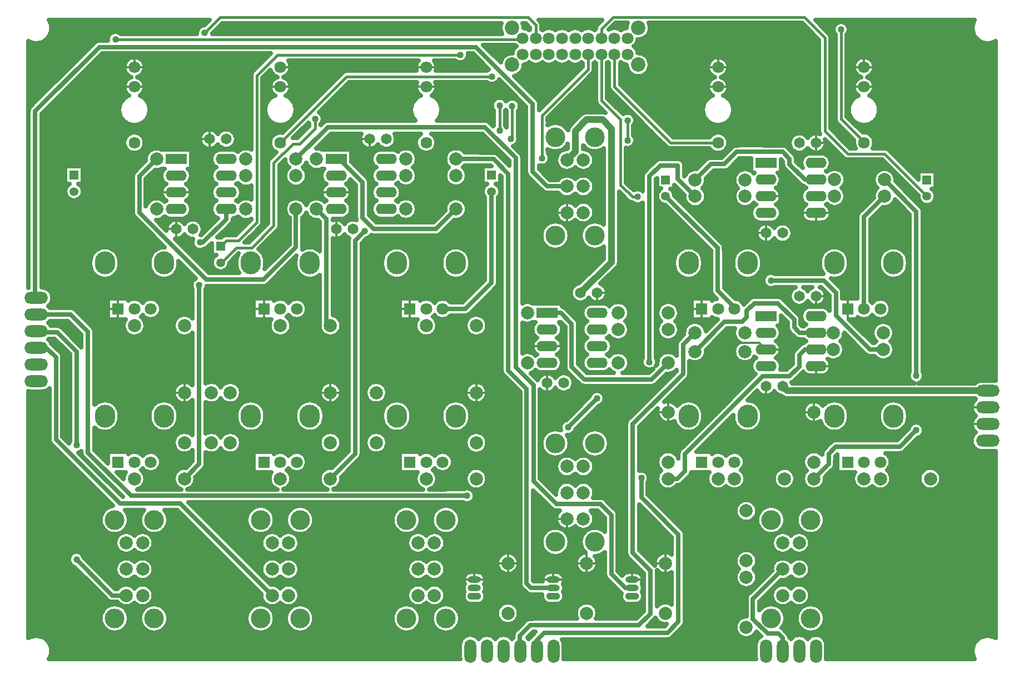
<source format=gbr>
G04 DipTrace 3.3.1.1*
G04 Bottom.gbr*
%MOMM*%
G04 #@! TF.FileFunction,Copper,L2,Bot*
G04 #@! TF.Part,Single*
%AMOUTLINE0*
4,1,8,
-0.75,0.5,
-1.0,0.25,
-1.0,-0.25,
-0.75,-0.5,
0.75,-0.5,
1.0,-0.25,
1.0,0.25,
0.75,0.5,
-0.75,0.5,
0*%
G04 #@! TA.AperFunction,Conductor*
%ADD13C,0.3*%
%ADD14C,0.66*%
%ADD15C,1.0*%
%ADD16C,0.4*%
G04 #@! TA.AperFunction,CopperBalancing*
%ADD17C,0.635*%
%ADD18C,0.33*%
G04 #@! TA.AperFunction,ComponentPad*
%ADD19C,1.65*%
%ADD20R,1.35X1.35*%
%ADD21C,1.35*%
%ADD23C,1.793*%
%ADD24O,2.0X1.0*%
%ADD25C,2.0*%
%ADD26C,2.0*%
%ADD27C,3.0*%
%ADD28C,1.8*%
%ADD29C,2.2*%
%ADD30R,3.2X1.6*%
%ADD31O,3.2X1.6*%
%ADD32R,1.8X1.8*%
%ADD33O,3.1X3.5*%
%ADD34O,3.6X1.8*%
%ADD35O,1.8X3.6*%
G04 #@! TA.AperFunction,ViaPad*
%ADD36C,1.016*%
G04 #@! TA.AperFunction,ComponentPad*
%ADD83OUTLINE0*%
%FSLAX35Y35*%
G04*
G71*
G90*
G75*
G01*
G04 Bottom*
%LPD*%
X12369587Y5848303D2*
D13*
X12264225Y5953665D1*
X11897500D1*
X11781080Y5837245D1*
X1254187Y6127220D2*
D14*
X1270017Y6111390D1*
X1573720D1*
X1867297Y5817813D1*
Y4391863D1*
Y2647177D2*
X2414093Y2100380D1*
X2625480D1*
X9543730Y6711240D2*
D15*
X10013810Y7181320D1*
Y9212070D1*
X9876897Y9348983D1*
X9638323D1*
X9468440Y9179100D1*
Y8864887D1*
X9337297Y8733743D1*
X5210423Y8749050D2*
D14*
X5695983Y9234610D1*
X8089540D1*
X8558440Y8765710D1*
Y5576773D1*
X8827400Y5307813D1*
Y3840473D1*
X9176647Y3491227D1*
X9848997D1*
X10012753Y3327470D1*
Y2428083D1*
X10225813Y2215023D1*
X10329007D1*
X7815297Y3617943D2*
X2699143D1*
X2042047Y4275040D1*
Y6117293D1*
X1778120Y6381220D1*
X1254187D1*
Y5873220D2*
X1409270D1*
X1554680Y5727810D1*
Y4475523D1*
X2528883Y3501320D1*
X3446437D1*
X4847377Y2100380D1*
X9129093Y2215023D2*
X9127257Y2213187D1*
X8792590D1*
X8724330Y2281447D1*
Y5245947D1*
X8441873Y5528403D1*
Y8524907D1*
X8217430Y8749350D1*
X7647780D1*
X12624553Y2500380D2*
X12170073Y2045900D1*
Y1744313D1*
X12394803Y1519583D1*
X12557473D1*
X12622533Y1454523D1*
Y1253713D1*
X13511477Y10724753D2*
D16*
Y9362987D1*
X13861157Y9013307D1*
Y8999847D1*
X1254187Y6635220D2*
D14*
X1236740Y6652667D1*
Y9476520D1*
X2217483Y10457263D1*
X7950630D1*
X8815197Y9592697D1*
Y8555220D1*
X9036673Y8333743D1*
X9337297D1*
X8503937Y9557870D2*
D16*
Y9078700D1*
X8483103Y9057867D1*
X5210423Y7986910D2*
D14*
Y7408917D1*
X4716207Y6914700D1*
X3843600D1*
X2824283Y7934017D1*
Y8486840D1*
X3086413Y8748970D1*
X3511853Y3878777D2*
X3735673Y4102597D1*
Y6826673D1*
X3748873Y7479067D2*
X3796220D1*
X4148610Y7831457D1*
Y7987013D1*
X12442410Y6899583D2*
X13246537D1*
X13433703Y6712417D1*
Y6368103D1*
X13954040Y5847767D1*
X14155827D1*
X10877457Y3878667D2*
X11017417D1*
X11134887Y3996137D1*
Y4257830D1*
X12318563Y5441507D1*
X12728857D1*
X12876450Y5589100D1*
Y5765893D1*
X12958860Y5848303D1*
X13131587D1*
X5523690Y7987063D2*
X5674313Y7836440D1*
Y6272397D1*
X5734570Y6212140D1*
X5823363Y8749233D2*
X5840893Y8731703D1*
X5888507D1*
X6225353Y8394857D1*
Y7853200D1*
X6393703Y7684850D1*
X7344773D1*
X7647780Y7987857D1*
X5734397Y3879160D2*
X6111093Y4255857D1*
Y7508360D1*
X6257777Y7655043D1*
X4972393Y8999847D2*
D16*
X5981267Y10008720D1*
X8193177D1*
X11286423Y5817920D2*
D14*
X11736670Y6268167D1*
X12001833D1*
X12074747Y6341080D1*
Y6440037D1*
X12189330Y6554620D1*
X12546867D1*
X12798693Y6302793D1*
Y6185197D1*
X12881587Y6102303D1*
X13131587D1*
X10880083Y5643947D2*
X10627407Y5391270D1*
X9603637D1*
X9409877Y5585030D1*
Y6240130D1*
X9243963Y6406043D1*
X9035940D1*
X11638970Y8999847D2*
D16*
X11636967Y8997843D1*
X10917303D1*
X10062157Y9852990D1*
Y10342540D1*
X10262157Y9340010D2*
Y9033287D1*
X4062543Y7421100D2*
X4150087Y7508643D1*
X4332563D1*
X4614710Y7790790D1*
Y10025080D1*
X4927360Y10337730D1*
X7713687D1*
X14820777Y8184040D2*
X14177347Y8827470D1*
X13615147D1*
X13263210Y9179407D1*
Y10600967D1*
X12953087Y10911090D1*
X10039723D1*
X9861987Y10733353D1*
Y10592857D1*
X12623147Y5288850D2*
D15*
X12693967Y5218030D1*
X15746247D1*
X9353080Y4659833D2*
D14*
X9794217Y5100970D1*
X10841343Y8183933D2*
X11630443Y7394833D1*
Y6745563D1*
X11909670Y6466337D1*
X11889250D1*
X9862157Y10342540D2*
D16*
X9864537Y10340160D1*
Y9642517D1*
X10152933Y9354120D1*
Y8354643D1*
X10333720Y8173857D1*
X10415503D1*
X11286343Y6102737D2*
D14*
X11104500Y5920893D1*
Y5477773D1*
X10338690Y4711963D1*
Y2748800D1*
X10606263Y2481227D1*
Y1816910D1*
X10435080Y1645727D1*
X8778780D1*
X8621720Y1488667D1*
Y1258857D1*
X8626793Y1253783D1*
X14174423Y8435157D2*
X14658450Y7951130D1*
Y5449930D1*
Y4618763D2*
X14406813Y4367127D1*
X13430763D1*
X13324007Y4260370D1*
Y4103973D1*
X13098907Y3878873D1*
X11289450Y8430067D2*
X11530980Y8671597D1*
X11736410D1*
X11924210Y8859397D1*
X12619820D1*
X12726953Y8752263D1*
Y8670337D1*
X12961693Y8435597D1*
X13131463D1*
X11289453Y8182220D2*
X11027683Y8443990D1*
Y8653217D1*
X10759273D1*
X10591517Y8485460D1*
Y5657187D1*
X10469587Y3888467D2*
Y3594140D1*
X11033333Y3030393D1*
Y1697490D1*
X10867740Y1531897D1*
X8988630D1*
X8880793Y1424060D1*
Y1253783D1*
X14174203Y8183800D2*
X13861010Y7870607D1*
Y6466337D1*
X8188287Y8255570D2*
Y6866383D1*
X7788240Y6466337D1*
X7444710D1*
X8312083Y9567220D2*
D16*
Y9180850D1*
X8862157Y10592860D2*
Y10790330D1*
X8744183Y10908303D1*
X4056427D1*
X3820160Y10672037D1*
X5501177Y9363940D2*
Y9217510D1*
X5268497Y8984830D1*
X5161360D1*
X4871463Y8694933D1*
Y7734930D1*
X4534253Y7397720D1*
X4299057D1*
X4072437Y7171100D1*
X4062543D1*
X9662157Y10342540D2*
Y10118653D1*
X8959437Y9415933D1*
Y8763493D1*
X8661573Y10592877D2*
X8641160Y10572463D1*
X2461040D1*
D36*
X11781080Y5837245D3*
X1867297Y4391863D3*
Y2647177D3*
X7815297Y3617943D3*
X13511477Y10724753D3*
X8503937Y9557870D3*
X8483103Y9057867D3*
X3735673Y6826673D3*
X3748873Y7479067D3*
X12442410Y6899583D3*
X6257777Y7655043D3*
X8193177Y10008720D3*
X10262157Y9340010D3*
Y9033287D3*
X7713687Y10337730D3*
X9353080Y4659833D3*
X9794217Y5100970D3*
X10415503Y8173857D3*
X14658450Y5449930D3*
Y4618763D3*
X10591517Y5657187D3*
X10469587Y3888467D3*
X8312083Y9567220D3*
Y9180850D3*
X3820160Y10672037D3*
X5501177Y9363940D3*
X8959437Y8763493D3*
X2461040Y10572463D3*
X1484773Y10805083D2*
D17*
X3823453D1*
X4082976D2*
X8328154D1*
X8676179D2*
X8717620D1*
X8954539D2*
X9803896D1*
X10063510D2*
X10248141D1*
X10596166D2*
X12929287D1*
X13188901D2*
X13418558D1*
X13604343D2*
X15515185D1*
X1492429Y10741917D2*
X3718636D1*
X4019812D2*
X8318584D1*
X8718198D2*
X8768479D1*
X8955815D2*
X9005550D1*
X9118692D2*
X9205615D1*
X9318758D2*
X9405498D1*
X9518640D2*
X9605472D1*
X9718614D2*
X9768805D1*
X10118836D2*
X10205576D1*
X10605737D2*
X12992451D1*
X13252065D2*
X13388297D1*
X13634695D2*
X15507620D1*
X1482495Y10678750D2*
X2403219D1*
X2518823D2*
X3695940D1*
X3956648D2*
X8332438D1*
X10591883D2*
X13055615D1*
X13315229D2*
X13396409D1*
X13626583D2*
X15517555D1*
X1452325Y10615583D2*
X2344795D1*
X10546948D2*
X13118779D1*
X13355607D2*
X13417828D1*
X13605073D2*
X15547633D1*
X1388341Y10552417D2*
X2179456D1*
X10420528D2*
X13169547D1*
X13356883D2*
X13417828D1*
X13605073D2*
X15611617D1*
X1138146Y10489250D2*
X2101253D1*
X10386896D2*
X13169547D1*
X13356883D2*
X13417828D1*
X13605073D2*
X15861904D1*
X1138146Y10426083D2*
X2038089D1*
X8130034D2*
X8521930D1*
X10401752D2*
X13169547D1*
X13356883D2*
X13417828D1*
X13605073D2*
X15861904D1*
X1138146Y10362917D2*
X1974925D1*
X8193198D2*
X8469795D1*
X10456258D2*
X13169547D1*
X13356883D2*
X13417828D1*
X13605073D2*
X15861904D1*
X1138146Y10299750D2*
X1911761D1*
X2208107D2*
X2697438D1*
X2803107D2*
X4759612D1*
X7831896D2*
X7959925D1*
X8256362D2*
X8358505D1*
X10565997D2*
X11586162D1*
X11691739D2*
X13169547D1*
X13356883D2*
X13417828D1*
X13605073D2*
X13808297D1*
X13913966D2*
X15861904D1*
X1138146Y10236583D2*
X1848597D1*
X2144942D2*
X2613128D1*
X2887416D2*
X4696448D1*
X5109552D2*
X7057490D1*
X7331778D2*
X7646383D1*
X7780945D2*
X8023089D1*
X10598992D2*
X11501852D1*
X11776140D2*
X13169547D1*
X13356883D2*
X13417828D1*
X13605073D2*
X13723987D1*
X13998276D2*
X15861904D1*
X1138146Y10173417D2*
X1785433D1*
X2081778D2*
X2588792D1*
X2911752D2*
X4633284D1*
X5133888D2*
X7033154D1*
X7356205D2*
X8086253D1*
X8685203D2*
X9568558D1*
X10155841D2*
X10239117D1*
X10605281D2*
X11477425D1*
X11800476D2*
X13169547D1*
X13356883D2*
X13417828D1*
X13605073D2*
X13699651D1*
X14022703D2*
X15861904D1*
X1138146Y10110250D2*
X1722268D1*
X2018614D2*
X2592073D1*
X2908471D2*
X4570120D1*
X5130607D2*
X7036435D1*
X7352924D2*
X8126539D1*
X8668067D2*
X9523987D1*
X10155841D2*
X10256435D1*
X10587963D2*
X11480797D1*
X11797195D2*
X13169547D1*
X13356883D2*
X13417828D1*
X13605073D2*
X13702933D1*
X14019330D2*
X15861904D1*
X1138146Y10047083D2*
X1659104D1*
X1955450D2*
X2625250D1*
X2875203D2*
X4523909D1*
X4766479D2*
X4847386D1*
X5097338D2*
X5889821D1*
X8616661D2*
X9460823D1*
X9720346D2*
X9770901D1*
X10155841D2*
X10308024D1*
X10536375D2*
X11513974D1*
X11763927D2*
X13169547D1*
X13356883D2*
X13417828D1*
X13605073D2*
X13736201D1*
X13986153D2*
X15861904D1*
X1138146Y9983917D2*
X1595940D1*
X1892286D2*
X2662347D1*
X2838198D2*
X4521084D1*
X4708328D2*
X4884482D1*
X5060333D2*
X5826657D1*
X8572182D2*
X9397659D1*
X9657182D2*
X9770901D1*
X10155841D2*
X11551071D1*
X11726922D2*
X13169547D1*
X13356883D2*
X13417828D1*
X13605073D2*
X13773206D1*
X13949057D2*
X15861904D1*
X1138146Y9920750D2*
X1532776D1*
X1829122D2*
X2603922D1*
X2896622D2*
X4521084D1*
X4708328D2*
X4826058D1*
X5118758D2*
X5763492D1*
X6023107D2*
X7048284D1*
X7341075D2*
X8108037D1*
X8278328D2*
X8339000D1*
X8635346D2*
X9334495D1*
X9594018D2*
X9770901D1*
X10155841D2*
X11492646D1*
X11785346D2*
X13169547D1*
X13356883D2*
X13417828D1*
X13605073D2*
X13714782D1*
X14007482D2*
X15861904D1*
X1138146Y9857583D2*
X1469612D1*
X1765958D2*
X2587151D1*
X2913393D2*
X4521084D1*
X4708328D2*
X4809287D1*
X5135528D2*
X5700328D1*
X5959942D2*
X7031604D1*
X7357755D2*
X8402164D1*
X8698510D2*
X9271331D1*
X9530854D2*
X9770901D1*
X10187377D2*
X11475875D1*
X11802026D2*
X13169547D1*
X13356883D2*
X13417828D1*
X13605073D2*
X13698102D1*
X14024252D2*
X15861904D1*
X1138146Y9794417D2*
X1406448D1*
X1702794D2*
X2597086D1*
X2903458D2*
X4521084D1*
X4708328D2*
X4819222D1*
X5125593D2*
X5637164D1*
X5896778D2*
X7041539D1*
X7347820D2*
X8465328D1*
X8761674D2*
X9208167D1*
X9467690D2*
X9770901D1*
X9958146D2*
X9991065D1*
X10250541D2*
X11485810D1*
X11792182D2*
X13169547D1*
X13356883D2*
X13417828D1*
X13605073D2*
X13707946D1*
X14014317D2*
X15861904D1*
X1138146Y9731250D2*
X1343284D1*
X1639630D2*
X2641110D1*
X2859435D2*
X4521084D1*
X4708328D2*
X4863245D1*
X5081570D2*
X5574000D1*
X5833614D2*
X7085563D1*
X7303797D2*
X8528492D1*
X8824838D2*
X9144912D1*
X9404526D2*
X9770901D1*
X9958146D2*
X10054091D1*
X10313705D2*
X11529834D1*
X11748067D2*
X13169547D1*
X13356883D2*
X13417828D1*
X13605073D2*
X13752060D1*
X13970294D2*
X15861904D1*
X1138146Y9668083D2*
X1280120D1*
X1576466D2*
X2584052D1*
X2916492D2*
X4521084D1*
X4708328D2*
X4806188D1*
X5138627D2*
X5510836D1*
X5770450D2*
X7028414D1*
X7360854D2*
X8244300D1*
X8379864D2*
X8455211D1*
X8552677D2*
X8591657D1*
X8888002D2*
X9081748D1*
X9341362D2*
X9770901D1*
X9968810D2*
X10117255D1*
X10376870D2*
X11472776D1*
X11805216D2*
X13169547D1*
X13356883D2*
X13417828D1*
X13605073D2*
X13694912D1*
X14027351D2*
X15861904D1*
X1138146Y9604917D2*
X1216956D1*
X1513302D2*
X2536930D1*
X2963523D2*
X4521084D1*
X4708328D2*
X4759065D1*
X5185659D2*
X5447672D1*
X5707286D2*
X6981383D1*
X7407976D2*
X8193805D1*
X8618575D2*
X8654821D1*
X8921088D2*
X9018584D1*
X9278198D2*
X9779378D1*
X10031974D2*
X10180420D1*
X10440034D2*
X11425654D1*
X11852247D2*
X13169547D1*
X13356883D2*
X13417828D1*
X13605073D2*
X13647880D1*
X14074474D2*
X15861904D1*
X1450138Y9541750D2*
X2515602D1*
X2984851D2*
X4521084D1*
X4708328D2*
X4737804D1*
X5206987D2*
X5384508D1*
X5644122D2*
X6960055D1*
X7429304D2*
X8190433D1*
X8627234D2*
X8708597D1*
X8921817D2*
X8955420D1*
X9215034D2*
X9835524D1*
X10095138D2*
X10243584D1*
X10503198D2*
X11404326D1*
X11873575D2*
X13169547D1*
X13356883D2*
X13417828D1*
X13605073D2*
X13626562D1*
X14095802D2*
X15861904D1*
X1386974Y9478583D2*
X2512776D1*
X2987677D2*
X4521084D1*
X4708328D2*
X4734901D1*
X5209812D2*
X5321344D1*
X5580958D2*
X6957229D1*
X7432130D2*
X8218414D1*
X8597794D2*
X8708597D1*
X9151870D2*
X9898688D1*
X10158302D2*
X10306748D1*
X10566362D2*
X11401500D1*
X11876401D2*
X13169547D1*
X13356883D2*
X13417828D1*
X14098627D2*
X15861904D1*
X1343406Y9415417D2*
X2527724D1*
X2972820D2*
X4521084D1*
X4708328D2*
X4749860D1*
X5194955D2*
X5258180D1*
X5613771D2*
X6972177D1*
X7417182D2*
X8218414D1*
X8597612D2*
X8708597D1*
X9088705D2*
X9532555D1*
X10629526D2*
X11416448D1*
X11861544D2*
X13169547D1*
X13356883D2*
X13417828D1*
X13605073D2*
X13638584D1*
X14083679D2*
X15861904D1*
X1343406Y9352250D2*
X2564821D1*
X2935724D2*
X4521084D1*
X4708328D2*
X4786956D1*
X5157859D2*
X5195016D1*
X5625073D2*
X7009183D1*
X7380086D2*
X8218414D1*
X8597612D2*
X8708597D1*
X9053067D2*
X9469391D1*
X10385984D2*
X10433076D1*
X10692690D2*
X11453545D1*
X11824448D2*
X13169547D1*
X13356883D2*
X13418466D1*
X13652013D2*
X13675731D1*
X14046583D2*
X15861904D1*
X1343406Y9289083D2*
X2646761D1*
X2853784D2*
X4521084D1*
X4708328D2*
X4868896D1*
X5075919D2*
X5131852D1*
X8183263D2*
X8218414D1*
X8597612D2*
X8708597D1*
X9053067D2*
X9084847D1*
X9239734D2*
X9406227D1*
X10375047D2*
X10496240D1*
X10755854D2*
X11535485D1*
X11742508D2*
X13169547D1*
X13356883D2*
X13455563D1*
X13715177D2*
X13757620D1*
X13964643D2*
X15861904D1*
X1343406Y9225917D2*
X4521084D1*
X4708328D2*
X5068688D1*
X5328302D2*
X5379768D1*
X8597612D2*
X8708597D1*
X9332976D2*
X9354476D1*
X10355815D2*
X10559404D1*
X10819018D2*
X13169547D1*
X13356883D2*
X13518727D1*
X13778341D2*
X15861904D1*
X1343406Y9162750D2*
X3784990D1*
X4003497D2*
X4039013D1*
X4257521D2*
X4521084D1*
X4708328D2*
X5005524D1*
X5265138D2*
X5316604D1*
X8597612D2*
X8708597D1*
X10355815D2*
X10622568D1*
X10882182D2*
X13171188D1*
X13409656D2*
X13581891D1*
X13841505D2*
X15861904D1*
X1343406Y9099583D2*
X2622698D1*
X2877755D2*
X3745250D1*
X4297260D2*
X4521084D1*
X4708328D2*
X4844834D1*
X5201883D2*
X5253440D1*
X5709109D2*
X6182672D1*
X6734591D2*
X7067151D1*
X7322208D2*
X8076409D1*
X8599890D2*
X8708597D1*
X10366205D2*
X10685732D1*
X10945346D2*
X11511422D1*
X11766479D2*
X12764130D1*
X12990750D2*
X13018154D1*
X13472820D2*
X13645055D1*
X13988705D2*
X15861904D1*
X1343406Y9036417D2*
X2591253D1*
X2909200D2*
X3739143D1*
X4303367D2*
X4521084D1*
X4708328D2*
X4813388D1*
X5645945D2*
X6176474D1*
X6740698D2*
X7035706D1*
X7353653D2*
X8139573D1*
X8605541D2*
X8708597D1*
X10386531D2*
X10748896D1*
X11797924D2*
X12727216D1*
X13535984D2*
X13702203D1*
X14020151D2*
X15861904D1*
X1343406Y8973250D2*
X2589248D1*
X2911297D2*
X3761657D1*
X4280854D2*
X4521084D1*
X4708328D2*
X4811383D1*
X5582781D2*
X6198987D1*
X6718185D2*
X7033610D1*
X7355659D2*
X8202737D1*
X8571817D2*
X8708597D1*
X10370216D2*
X10812060D1*
X11800021D2*
X12722841D1*
X13286062D2*
X13339534D1*
X13599148D2*
X13700107D1*
X14022156D2*
X15861904D1*
X1343406Y8910083D2*
X2615133D1*
X2885320D2*
X3035042D1*
X3137794D2*
X3845966D1*
X3942521D2*
X4099990D1*
X4196544D2*
X4396761D1*
X4500060D2*
X4521152D1*
X4708328D2*
X4837268D1*
X5575398D2*
X6283297D1*
X6379942D2*
X6537321D1*
X6633966D2*
X6833089D1*
X6938484D2*
X7059586D1*
X7329773D2*
X7595068D1*
X7700463D2*
X8265901D1*
X8562247D2*
X8708597D1*
X9299252D2*
X9341422D1*
X9592104D2*
X9625341D1*
X10246531D2*
X11503857D1*
X11774044D2*
X11826696D1*
X12717312D2*
X12747542D1*
X13261362D2*
X13402698D1*
X14211922D2*
X15861904D1*
X1343406Y8846917D2*
X2708649D1*
X2791896D2*
X2944443D1*
X3620229D2*
X3952242D1*
X4708328D2*
X4893688D1*
X6057013D2*
X6388753D1*
X7027989D2*
X7153102D1*
X7236258D2*
X7505563D1*
X8246974D2*
X8329065D1*
X8625411D2*
X8708597D1*
X9053067D2*
X9207711D1*
X9716883D2*
X9890211D1*
X10246531D2*
X11597373D1*
X11680528D2*
X11763532D1*
X12780476D2*
X12846709D1*
X12908263D2*
X13100732D1*
X13162195D2*
X13465862D1*
X14287664D2*
X15861904D1*
X1343406Y8783750D2*
X2916461D1*
X3620229D2*
X3919157D1*
X4708328D2*
X4830524D1*
X6057013D2*
X6355849D1*
X7055880D2*
X7477672D1*
X8331192D2*
X8392229D1*
X8663419D2*
X8708597D1*
X9082143D2*
X9171344D1*
X9753250D2*
X9890211D1*
X10246531D2*
X11700367D1*
X12828510D2*
X12931839D1*
X13331088D2*
X13529026D1*
X14350828D2*
X15861904D1*
X1343406Y8720583D2*
X2909808D1*
X3620229D2*
X3917698D1*
X4708328D2*
X4781670D1*
X6057013D2*
X6354573D1*
X7056883D2*
X7476670D1*
X8394357D2*
X8451839D1*
X8665060D2*
X8708597D1*
X9075763D2*
X9164143D1*
X9760450D2*
X9890211D1*
X10246531D2*
X10678440D1*
X11108315D2*
X11431761D1*
X11933549D2*
X12135862D1*
X12833614D2*
X12901123D1*
X13361804D2*
X14154469D1*
X14413992D2*
X15861904D1*
X1343406Y8657417D2*
X2846643D1*
X3620229D2*
X3946956D1*
X4708328D2*
X4777841D1*
X4965086D2*
X5064130D1*
X5356739D2*
X5377399D1*
X6110971D2*
X6383831D1*
X7031909D2*
X7501643D1*
X8665060D2*
X8708597D1*
X9017703D2*
X9182099D1*
X9742495D2*
X9890211D1*
X10246531D2*
X10615276D1*
X11134200D2*
X11368597D1*
X11870385D2*
X12135862D1*
X13361531D2*
X14217633D1*
X14477156D2*
X15861904D1*
X1343406Y8594250D2*
X1689091D1*
X1971401D2*
X2783479D1*
X3156388D2*
X3191448D1*
X3581765D2*
X3953427D1*
X4708328D2*
X4777841D1*
X4965086D2*
X5069690D1*
X5351179D2*
X5453961D1*
X5593445D2*
X5627959D1*
X6174135D2*
X6389938D1*
X7027442D2*
X7506201D1*
X7789422D2*
X8047151D1*
X8665060D2*
X8708597D1*
X8924370D2*
X9238610D1*
X9435971D2*
X9488623D1*
X9685984D2*
X9890211D1*
X10246531D2*
X10552112D1*
X11134291D2*
X11251018D1*
X11806583D2*
X12012998D1*
X12089864D2*
X12135862D1*
X12603107D2*
X12654847D1*
X13330086D2*
X13354391D1*
X13470541D2*
X14116370D1*
X14232521D2*
X14280797D1*
X14540320D2*
X15861904D1*
X1343406Y8531083D2*
X1689091D1*
X1971401D2*
X2727972D1*
X3016752D2*
X3157451D1*
X3615763D2*
X3919430D1*
X4708328D2*
X4777841D1*
X4965086D2*
X5040797D1*
X5380073D2*
X5594143D1*
X6237299D2*
X6356123D1*
X7055698D2*
X7477854D1*
X7817677D2*
X8047151D1*
X8665060D2*
X8711513D1*
X8987534D2*
X9890211D1*
X10246531D2*
X10495875D1*
X11538614D2*
X11911735D1*
X12567924D2*
X12718011D1*
X13555854D2*
X14031058D1*
X14317833D2*
X14343961D1*
X14603575D2*
X14679651D1*
X14961961D2*
X15861904D1*
X1343406Y8467917D2*
X1689091D1*
X1971401D2*
X2717672D1*
X2953497D2*
X3155446D1*
X3617768D2*
X3917516D1*
X4708328D2*
X4777841D1*
X4965086D2*
X5038974D1*
X5381896D2*
X5592321D1*
X6300463D2*
X6354300D1*
X7057065D2*
X7476487D1*
X7819044D2*
X8047151D1*
X8665060D2*
X8754352D1*
X9050698D2*
X9231045D1*
X9443536D2*
X9481058D1*
X9693549D2*
X9890211D1*
X10246531D2*
X10484847D1*
X11475450D2*
X11882112D1*
X12599552D2*
X12781175D1*
X13582833D2*
X14003987D1*
X14344812D2*
X14407125D1*
X14961961D2*
X15861904D1*
X1343406Y8404750D2*
X1689091D1*
X1971401D2*
X2717672D1*
X2930893D2*
X3183883D1*
X3589330D2*
X3945862D1*
X4708328D2*
X4777841D1*
X4965086D2*
X5063037D1*
X5357833D2*
X5620758D1*
X6025932D2*
X6067282D1*
X6331544D2*
X6382828D1*
X7032455D2*
X7501097D1*
X7794435D2*
X8047151D1*
X8665060D2*
X8817516D1*
X9745138D2*
X9890211D1*
X10246531D2*
X10484847D1*
X11461140D2*
X11879742D1*
X12599825D2*
X12844339D1*
X13583289D2*
X14003532D1*
X14353015D2*
X14470289D1*
X14961961D2*
X15861904D1*
X1343406Y8341583D2*
X1720081D1*
X1940320D2*
X2717672D1*
X2930893D2*
X3192633D1*
X3580580D2*
X3954612D1*
X4342560D2*
X4374612D1*
X4708328D2*
X4777841D1*
X4965086D2*
X5136591D1*
X5284278D2*
X5629235D1*
X6017547D2*
X6118688D1*
X6332000D2*
X6391214D1*
X6779526D2*
X6814677D1*
X6956896D2*
X7576657D1*
X7718875D2*
X8078141D1*
X8298380D2*
X8335263D1*
X8665060D2*
X8880680D1*
X9760724D2*
X9890211D1*
X10295750D2*
X10484847D1*
X11437807D2*
X11903167D1*
X12569200D2*
X12920446D1*
X13557403D2*
X14029417D1*
X14416179D2*
X14533453D1*
X14961961D2*
X15861904D1*
X1343406Y8278417D2*
X1691005D1*
X1969396D2*
X2717672D1*
X2930893D2*
X3157815D1*
X3615398D2*
X3919795D1*
X4377377D2*
X4521084D1*
X4708328D2*
X4777841D1*
X4965086D2*
X5594508D1*
X6052273D2*
X6118688D1*
X6332000D2*
X6356487D1*
X6814252D2*
X8049065D1*
X8665060D2*
X8943844D1*
X9751518D2*
X9890211D1*
X10698159D2*
X10738870D1*
X10943797D2*
X11045120D1*
X11432703D2*
X11908271D1*
X12566830D2*
X12934117D1*
X13556492D2*
X14029873D1*
X14479343D2*
X14596617D1*
X14923406D2*
X15861904D1*
X1343406Y8215250D2*
X1695289D1*
X1965203D2*
X2717672D1*
X2930893D2*
X3155263D1*
X3617950D2*
X3917242D1*
X4380021D2*
X4521084D1*
X4708328D2*
X4777841D1*
X4965086D2*
X5592047D1*
X6054734D2*
X6118688D1*
X6332000D2*
X6354026D1*
X6816713D2*
X8053349D1*
X8665060D2*
X9212815D1*
X9711778D2*
X9890211D1*
X10137429D2*
X10162555D1*
X10978797D2*
X11108284D1*
X11459773D2*
X11881110D1*
X12599187D2*
X12901761D1*
X13582833D2*
X14003532D1*
X14542508D2*
X14659782D1*
X14958224D2*
X15861904D1*
X1343406Y8152083D2*
X1737490D1*
X1922911D2*
X2717672D1*
X2930893D2*
X3053180D1*
X3119656D2*
X3182880D1*
X3590333D2*
X3944860D1*
X4352403D2*
X4415537D1*
X4481284D2*
X4521084D1*
X4708328D2*
X4777841D1*
X4965086D2*
X5177516D1*
X5243263D2*
X5489873D1*
X5557534D2*
X5619755D1*
X6026935D2*
X6118688D1*
X6332000D2*
X6381735D1*
X6788914D2*
X6847581D1*
X6923992D2*
X7609560D1*
X7685971D2*
X8081604D1*
X8294916D2*
X8335263D1*
X8665060D2*
X9890211D1*
X10137429D2*
X10225719D1*
X11021362D2*
X11118584D1*
X11460320D2*
X11880563D1*
X12600099D2*
X12900849D1*
X13582833D2*
X13994326D1*
X14605672D2*
X14683479D1*
X14958041D2*
X15861904D1*
X1343406Y8088917D2*
X2717672D1*
X3579304D2*
X3955888D1*
X4708328D2*
X4777841D1*
X4965086D2*
X5071513D1*
X5349357D2*
X5384599D1*
X6016271D2*
X6118688D1*
X6332000D2*
X6392490D1*
X7025437D2*
X7508115D1*
X7787416D2*
X8081604D1*
X8294916D2*
X8335263D1*
X8665060D2*
X9268414D1*
X9406166D2*
X9518427D1*
X9656179D2*
X9890211D1*
X10137429D2*
X10307295D1*
X10698159D2*
X10739417D1*
X11084526D2*
X11144287D1*
X11434617D2*
X11906266D1*
X12570294D2*
X12930654D1*
X13556310D2*
X13931162D1*
X14318289D2*
X14372490D1*
X14668836D2*
X14718935D1*
X14922586D2*
X15861904D1*
X1343406Y8025750D2*
X2717672D1*
X3615034D2*
X3920159D1*
X4708328D2*
X4777841D1*
X4965086D2*
X5041344D1*
X6051909D2*
X6118688D1*
X6332000D2*
X6356852D1*
X7055060D2*
X7478492D1*
X7817039D2*
X8081604D1*
X8294916D2*
X8335263D1*
X8665060D2*
X9191214D1*
X9733380D2*
X9890211D1*
X10137429D2*
X10484847D1*
X10698159D2*
X10851344D1*
X11147690D2*
X11223948D1*
X11354955D2*
X11985927D1*
X12117026D2*
X12173323D1*
X12565646D2*
X12935302D1*
X13327625D2*
X13350979D1*
X13473367D2*
X13867998D1*
X14235346D2*
X14435654D1*
X14732000D2*
X15861904D1*
X1343406Y7962583D2*
X2717672D1*
X3618224D2*
X3916969D1*
X4708328D2*
X4777841D1*
X4965086D2*
X5038518D1*
X6054916D2*
X6118688D1*
X6332000D2*
X6353844D1*
X7057521D2*
X7474300D1*
X7819500D2*
X8081604D1*
X8294916D2*
X8335263D1*
X8665060D2*
X9166149D1*
X9758445D2*
X9890211D1*
X10137429D2*
X10484847D1*
X10698159D2*
X10914508D1*
X11210854D2*
X12140055D1*
X12598914D2*
X12902034D1*
X13360893D2*
X13804834D1*
X14101179D2*
X14498818D1*
X14764448D2*
X15861904D1*
X1343406Y7899417D2*
X2723779D1*
X3591336D2*
X3943857D1*
X4708328D2*
X4777841D1*
X4965086D2*
X5061487D1*
X6027937D2*
X6118688D1*
X6332000D2*
X6380732D1*
X7034096D2*
X7411136D1*
X7796166D2*
X8081604D1*
X8294916D2*
X8335263D1*
X8665060D2*
X9167242D1*
X9757351D2*
X9890211D1*
X10137429D2*
X10484847D1*
X10698159D2*
X10977672D1*
X11274018D2*
X12138505D1*
X12600372D2*
X12900576D1*
X13362351D2*
X13758623D1*
X14038015D2*
X14551774D1*
X14765086D2*
X15861904D1*
X1343406Y7836250D2*
X2773909D1*
X3165320D2*
X4005198D1*
X4255242D2*
X4369326D1*
X4708328D2*
X4777841D1*
X4965086D2*
X5103779D1*
X5317091D2*
X5444938D1*
X5780932D2*
X6120146D1*
X6390515D2*
X6808753D1*
X6962820D2*
X7347972D1*
X7724890D2*
X8081604D1*
X8294916D2*
X8335263D1*
X8665060D2*
X9195042D1*
X9729552D2*
X9890211D1*
X10137429D2*
X10484847D1*
X10698159D2*
X11040836D1*
X11337182D2*
X12167581D1*
X12571388D2*
X12929560D1*
X13333367D2*
X13754339D1*
X13974851D2*
X14551774D1*
X14765086D2*
X15861904D1*
X1343406Y7773083D2*
X2837073D1*
X3133419D2*
X3260992D1*
X3765333D2*
X3942034D1*
X4236557D2*
X4467216D1*
X4706505D2*
X4777841D1*
X4965086D2*
X5103779D1*
X5317091D2*
X5567711D1*
X7581153D2*
X8081604D1*
X8294916D2*
X8335263D1*
X8665060D2*
X9049300D1*
X9390307D2*
X9534287D1*
X10137429D2*
X10484847D1*
X10698159D2*
X11104000D1*
X11400346D2*
X13754339D1*
X13967651D2*
X14551774D1*
X14765086D2*
X15861904D1*
X1343406Y7709917D2*
X2900237D1*
X3196583D2*
X3232737D1*
X3793679D2*
X3878870D1*
X4175216D2*
X4404052D1*
X4663666D2*
X4716683D1*
X4961440D2*
X5103779D1*
X5317091D2*
X5567711D1*
X7517989D2*
X8081604D1*
X8294916D2*
X8335263D1*
X8665060D2*
X8979026D1*
X9345554D2*
X9579039D1*
X10137429D2*
X10484847D1*
X10698159D2*
X11167164D1*
X11463510D2*
X12241318D1*
X12751127D2*
X13754339D1*
X13967651D2*
X14551774D1*
X14765086D2*
X15861904D1*
X1343406Y7646750D2*
X2963401D1*
X3792130D2*
X3815706D1*
X4112052D2*
X4340888D1*
X4600502D2*
X4653518D1*
X4913041D2*
X5103779D1*
X5317091D2*
X5567711D1*
X7454825D2*
X8081604D1*
X8294916D2*
X8335263D1*
X8665060D2*
X8948037D1*
X9376635D2*
X9547959D1*
X10137429D2*
X10484847D1*
X10698159D2*
X11230328D1*
X11526674D2*
X12215068D1*
X12777377D2*
X13754339D1*
X13967651D2*
X14551774D1*
X14765086D2*
X15861904D1*
X1343406Y7583583D2*
X3026565D1*
X4048888D2*
X4098987D1*
X4537338D2*
X4590354D1*
X4849877D2*
X5103779D1*
X5317091D2*
X5567711D1*
X6358159D2*
X8081604D1*
X8294916D2*
X8335263D1*
X8665060D2*
X8938649D1*
X9385932D2*
X9538662D1*
X10137429D2*
X10484847D1*
X10698159D2*
X11293492D1*
X11589838D2*
X12218167D1*
X12774278D2*
X13754339D1*
X13967651D2*
X14551774D1*
X14765086D2*
X15861904D1*
X1343406Y7520417D2*
X3089729D1*
X3386075D2*
X3631865D1*
X4474174D2*
X4527190D1*
X4786713D2*
X5103779D1*
X5317091D2*
X5567711D1*
X5780932D2*
X6005211D1*
X6271297D2*
X8081604D1*
X8294916D2*
X8335263D1*
X8665060D2*
X8948128D1*
X9376544D2*
X9548050D1*
X10137429D2*
X10484847D1*
X10698159D2*
X11356657D1*
X11653002D2*
X12253076D1*
X12485255D2*
X12507051D1*
X12739278D2*
X13754339D1*
X13967651D2*
X14551774D1*
X14765086D2*
X15861904D1*
X1343406Y7457250D2*
X3152893D1*
X3449239D2*
X3626487D1*
X4723549D2*
X5103779D1*
X5317091D2*
X5567711D1*
X5780932D2*
X6004482D1*
X6217703D2*
X8081604D1*
X8294916D2*
X8335263D1*
X8665060D2*
X8979300D1*
X9345281D2*
X9579313D1*
X10137429D2*
X10484847D1*
X10698159D2*
X11419821D1*
X11715255D2*
X13754339D1*
X13967651D2*
X14551774D1*
X14765086D2*
X15861904D1*
X1343406Y7394083D2*
X2214729D1*
X2385659D2*
X3114703D1*
X3512403D2*
X3660485D1*
X3855841D2*
X3921435D1*
X4660385D2*
X5047451D1*
X5315997D2*
X5337108D1*
X5507859D2*
X5567711D1*
X5780932D2*
X6004482D1*
X6217703D2*
X6659274D1*
X6830112D2*
X7559248D1*
X7730177D2*
X8081604D1*
X8294916D2*
X8335263D1*
X8665060D2*
X9049938D1*
X9274643D2*
X9649951D1*
X10137429D2*
X10484847D1*
X10698159D2*
X11103818D1*
X11274656D2*
X11482985D1*
X11737039D2*
X12003792D1*
X12174721D2*
X13325589D1*
X13496427D2*
X13754339D1*
X13967651D2*
X14225563D1*
X14396401D2*
X14551774D1*
X14765086D2*
X15861904D1*
X1343406Y7330917D2*
X2124951D1*
X2475346D2*
X3025016D1*
X3575567D2*
X3921435D1*
X4697664D2*
X4984287D1*
X5780932D2*
X6004482D1*
X6217703D2*
X6569495D1*
X6919890D2*
X7469469D1*
X7819864D2*
X8081604D1*
X8294916D2*
X8335263D1*
X8665060D2*
X9890211D1*
X10137429D2*
X10484847D1*
X10698159D2*
X11014039D1*
X11364435D2*
X11523818D1*
X11737039D2*
X11914013D1*
X12264409D2*
X13235810D1*
X13586205D2*
X13754339D1*
X13967651D2*
X14135784D1*
X14486179D2*
X14551774D1*
X14765086D2*
X15861904D1*
X1343406Y7267750D2*
X2086943D1*
X2513354D2*
X2987008D1*
X3638732D2*
X3962268D1*
X4735672D2*
X4921032D1*
X5780932D2*
X6004482D1*
X6217703D2*
X6531487D1*
X6957898D2*
X7431552D1*
X7857872D2*
X8081604D1*
X8294916D2*
X8335263D1*
X8665060D2*
X9890211D1*
X10137429D2*
X10484847D1*
X10698159D2*
X10976032D1*
X11402442D2*
X11523818D1*
X11737039D2*
X11876097D1*
X12302416D2*
X13197802D1*
X13624213D2*
X13754339D1*
X13967651D2*
X14097776D1*
X14524187D2*
X14551774D1*
X14765086D2*
X15861904D1*
X1343406Y7204583D2*
X2072268D1*
X2528028D2*
X2972334D1*
X3701896D2*
X3925628D1*
X4235737D2*
X4294586D1*
X4750346D2*
X4857867D1*
X5154304D2*
X5194560D1*
X5780932D2*
X6004482D1*
X6217703D2*
X6516813D1*
X6972573D2*
X7416787D1*
X7872638D2*
X8081604D1*
X8294916D2*
X8335263D1*
X8665060D2*
X9864873D1*
X10137429D2*
X10484847D1*
X10698159D2*
X10961357D1*
X11417117D2*
X11523818D1*
X11737039D2*
X11861331D1*
X12317182D2*
X13183128D1*
X13638888D2*
X13754339D1*
X13967651D2*
X14083102D1*
X14765086D2*
X15861904D1*
X1343406Y7141417D2*
X2071630D1*
X2528758D2*
X2971604D1*
X3428732D2*
X3468714D1*
X3765060D2*
X3924716D1*
X4200372D2*
X4293857D1*
X4751075D2*
X4794703D1*
X5091140D2*
X5193922D1*
X5780932D2*
X6004482D1*
X6217703D2*
X6516084D1*
X6973302D2*
X7416149D1*
X7873276D2*
X8081604D1*
X8294916D2*
X8335263D1*
X8665060D2*
X9801709D1*
X10130411D2*
X10484847D1*
X10698159D2*
X10960628D1*
X11417846D2*
X11523818D1*
X11737039D2*
X11860693D1*
X12317820D2*
X13182399D1*
X13639617D2*
X13754339D1*
X13967651D2*
X14082464D1*
X14765086D2*
X15861904D1*
X1343406Y7078250D2*
X2082203D1*
X2518093D2*
X2982268D1*
X3418159D2*
X3531878D1*
X3828224D2*
X3958440D1*
X4166648D2*
X4304521D1*
X5027976D2*
X5204495D1*
X5780932D2*
X6004482D1*
X6217703D2*
X6526748D1*
X6962638D2*
X7426722D1*
X7862703D2*
X8081604D1*
X8294916D2*
X8335263D1*
X8665060D2*
X9738545D1*
X10082924D2*
X10484847D1*
X10698159D2*
X10971292D1*
X11407182D2*
X11523818D1*
X11737039D2*
X11871266D1*
X12307247D2*
X13193063D1*
X13628953D2*
X13754339D1*
X13967651D2*
X14093037D1*
X14528927D2*
X14551774D1*
X14765086D2*
X15861904D1*
X1343406Y7015083D2*
X2114469D1*
X2485919D2*
X3014443D1*
X3385893D2*
X3595042D1*
X3891388D2*
X4336696D1*
X4964812D2*
X5236761D1*
X5780932D2*
X6004482D1*
X6217703D2*
X6558922D1*
X6930463D2*
X7458987D1*
X7830437D2*
X8081604D1*
X8294916D2*
X8335263D1*
X8665060D2*
X9675380D1*
X10019760D2*
X10484847D1*
X10698159D2*
X11003466D1*
X11375008D2*
X11523818D1*
X11737039D2*
X11903532D1*
X12274982D2*
X12411487D1*
X12473315D2*
X13225237D1*
X13596778D2*
X13754339D1*
X13967651D2*
X14125302D1*
X14496752D2*
X14551774D1*
X14765086D2*
X15861904D1*
X1343406Y6951917D2*
X2186018D1*
X2414278D2*
X3086084D1*
X3314252D2*
X3658206D1*
X4901648D2*
X5308310D1*
X5536570D2*
X5567711D1*
X5780932D2*
X6004482D1*
X6217703D2*
X6630563D1*
X6858823D2*
X7530628D1*
X7758797D2*
X8081604D1*
X8294916D2*
X8335263D1*
X8665060D2*
X9612216D1*
X9956596D2*
X10484847D1*
X10698159D2*
X11075107D1*
X11303367D2*
X11523818D1*
X11737039D2*
X11975172D1*
X12203341D2*
X12330185D1*
X13525138D2*
X13754339D1*
X13967651D2*
X14196852D1*
X14425112D2*
X14551774D1*
X14765086D2*
X15861904D1*
X1343406Y6888750D2*
X3628857D1*
X4838393D2*
X5567711D1*
X5780932D2*
X6004482D1*
X6217703D2*
X8062464D1*
X8294916D2*
X8335263D1*
X8665060D2*
X9549052D1*
X9893432D2*
X10484847D1*
X10698159D2*
X11523818D1*
X11737039D2*
X12318427D1*
X13405554D2*
X13754339D1*
X13967651D2*
X14551774D1*
X14765086D2*
X15861904D1*
X1343406Y6825583D2*
X3611266D1*
X4768575D2*
X5567711D1*
X5780932D2*
X6004482D1*
X6217703D2*
X7999300D1*
X8286258D2*
X8335263D1*
X8665060D2*
X9440589D1*
X9900815D2*
X10484847D1*
X10698159D2*
X11523818D1*
X11737039D2*
X12344039D1*
X13468718D2*
X13754339D1*
X13967651D2*
X14551774D1*
X14765086D2*
X15861904D1*
X1443028Y6762417D2*
X3629039D1*
X3842351D2*
X5567711D1*
X5780932D2*
X6004482D1*
X6217703D2*
X7936136D1*
X8232482D2*
X8335263D1*
X8665060D2*
X9396565D1*
X9944838D2*
X10484847D1*
X10698159D2*
X11523818D1*
X11761739D2*
X12760576D1*
X12994487D2*
X13014582D1*
X13526961D2*
X13754339D1*
X13967651D2*
X14551774D1*
X14765086D2*
X15861904D1*
X1494161Y6699250D2*
X3629039D1*
X3842351D2*
X5567711D1*
X5780932D2*
X6004482D1*
X6217703D2*
X7872972D1*
X8169317D2*
X8335263D1*
X8665060D2*
X9388089D1*
X9953406D2*
X10484847D1*
X10698159D2*
X11535120D1*
X11824903D2*
X12726214D1*
X13540359D2*
X13754339D1*
X13967651D2*
X14551774D1*
X14765086D2*
X15861904D1*
X1507833Y6636083D2*
X3629039D1*
X3842351D2*
X5567711D1*
X5780932D2*
X6004482D1*
X6217703D2*
X7809808D1*
X8106153D2*
X8335263D1*
X8665060D2*
X9407776D1*
X9933627D2*
X10484847D1*
X10698159D2*
X11591722D1*
X11888067D2*
X12124469D1*
X12611674D2*
X12723571D1*
X13285515D2*
X13327047D1*
X13540359D2*
X13754339D1*
X13967651D2*
X14551774D1*
X14765086D2*
X15861904D1*
X1494982Y6572917D2*
X2336500D1*
X3122208D2*
X3629039D1*
X3842351D2*
X4558818D1*
X5344526D2*
X5567711D1*
X5780932D2*
X6004482D1*
X6217703D2*
X6781045D1*
X7566752D2*
X7746643D1*
X8042989D2*
X8335263D1*
X8665060D2*
X8716800D1*
X8754605D2*
X9479873D1*
X9607599D2*
X9733896D1*
X9861531D2*
X10097933D1*
X10138300D2*
X10484847D1*
X10698159D2*
X10859912D1*
X10900194D2*
X11225589D1*
X12011297D2*
X12059482D1*
X12676752D2*
X12750276D1*
X13258718D2*
X13327047D1*
X14233067D2*
X14551774D1*
X14765086D2*
X15861904D1*
X1445398Y6509750D2*
X2336500D1*
X3157755D2*
X3629039D1*
X3842351D2*
X4558818D1*
X5379982D2*
X5567711D1*
X5780932D2*
X6004482D1*
X6217703D2*
X6781045D1*
X7979825D2*
X8335263D1*
X9269539D2*
X9607021D1*
X10255828D2*
X10484847D1*
X10698159D2*
X10742334D1*
X11017807D2*
X11225589D1*
X12739916D2*
X13327047D1*
X14268523D2*
X14551774D1*
X14765086D2*
X15861904D1*
X1860932Y6446583D2*
X2336500D1*
X3162586D2*
X3629039D1*
X3842351D2*
X4558818D1*
X5384903D2*
X5567711D1*
X5780932D2*
X6004482D1*
X6217703D2*
X6781045D1*
X7916661D2*
X8335263D1*
X9351570D2*
X9570016D1*
X10286817D2*
X10484847D1*
X11048797D2*
X11225589D1*
X12803080D2*
X12928831D1*
X14273445D2*
X14551774D1*
X14765086D2*
X15861904D1*
X1924096Y6383417D2*
X2336500D1*
X3140164D2*
X3629039D1*
X3842351D2*
X4558818D1*
X5362482D2*
X5567711D1*
X5780932D2*
X6004482D1*
X6217703D2*
X6781045D1*
X7851036D2*
X8335263D1*
X9414734D2*
X9566005D1*
X10290190D2*
X10484847D1*
X11052169D2*
X11225589D1*
X12866245D2*
X12900485D1*
X14251023D2*
X14551774D1*
X14765086D2*
X15861904D1*
X1987260Y6320250D2*
X2336500D1*
X2884409D2*
X2935511D1*
X3064786D2*
X3377750D1*
X3842351D2*
X4558818D1*
X5106544D2*
X5157828D1*
X5287104D2*
X5567711D1*
X5868614D2*
X6004482D1*
X6217703D2*
X6781045D1*
X7328953D2*
X7380055D1*
X7509330D2*
X7822568D1*
X8091023D2*
X8335263D1*
X9477898D2*
X9591891D1*
X10267950D2*
X10484847D1*
X10698159D2*
X10730211D1*
X11029929D2*
X11225589D1*
X11552924D2*
X11574597D1*
X12603198D2*
X12633063D1*
X13774695D2*
X13796357D1*
X13925633D2*
X14046370D1*
X14175646D2*
X14551774D1*
X14765086D2*
X15861904D1*
X1447130Y6257083D2*
X1754078D1*
X2050424D2*
X2582503D1*
X2917677D2*
X3344482D1*
X3842351D2*
X4805094D1*
X5140086D2*
X5567073D1*
X5902065D2*
X6004482D1*
X6217703D2*
X7027229D1*
X7362312D2*
X7789209D1*
X8124291D2*
X8335263D1*
X8818093D2*
X8846279D1*
X9225515D2*
X9244700D1*
X9515086D2*
X9608297D1*
X10254734D2*
X10484847D1*
X10698159D2*
X10743427D1*
X11016713D2*
X11215472D1*
X11357234D2*
X11577412D1*
X12603198D2*
X12692034D1*
X12905346D2*
X12936396D1*
X13692937D2*
X14086201D1*
X14225593D2*
X14551774D1*
X14765086D2*
X15861904D1*
X1637078Y6193917D2*
X1817242D1*
X2113588D2*
X2577490D1*
X2922690D2*
X3339469D1*
X3842351D2*
X4799899D1*
X5145190D2*
X5561969D1*
X5907169D2*
X6004482D1*
X6217703D2*
X7022125D1*
X7367416D2*
X7784196D1*
X8129396D2*
X8335263D1*
X8665060D2*
X8808401D1*
X9263523D2*
X9303232D1*
X9516544D2*
X9570380D1*
X10286453D2*
X10484847D1*
X11048432D2*
X11139729D1*
X11432976D2*
X11514248D1*
X12571297D2*
X12692034D1*
X13756101D2*
X14009638D1*
X14302156D2*
X14551774D1*
X14765086D2*
X15861904D1*
X1702521Y6130750D2*
X1880407D1*
X2147768D2*
X2597815D1*
X2902364D2*
X3359795D1*
X3842351D2*
X4820042D1*
X5125047D2*
X5582021D1*
X5887117D2*
X6004482D1*
X6217703D2*
X7042360D1*
X7347182D2*
X7804430D1*
X8109161D2*
X8335263D1*
X8665060D2*
X8803844D1*
X9267989D2*
X9303232D1*
X9516544D2*
X9565823D1*
X10290372D2*
X10484847D1*
X11052351D2*
X11115029D1*
X11747429D2*
X11877099D1*
X12600463D2*
X12708076D1*
X13819265D2*
X13984755D1*
X14327130D2*
X14551774D1*
X14765086D2*
X15861904D1*
X1765685Y6067583D2*
X1935367D1*
X2148679D2*
X2660250D1*
X2839929D2*
X3422229D1*
X3601909D2*
X3629039D1*
X3842351D2*
X4882021D1*
X5063159D2*
X5644000D1*
X5825138D2*
X6004482D1*
X6217703D2*
X7104612D1*
X7284929D2*
X7866591D1*
X8046909D2*
X8335263D1*
X8665060D2*
X8828909D1*
X9242924D2*
X9303232D1*
X9516544D2*
X9590888D1*
X10268771D2*
X10484847D1*
X10698159D2*
X10729391D1*
X11030750D2*
X11102998D1*
X11684265D2*
X11878466D1*
X12599096D2*
X12768141D1*
X13563966D2*
X13586084D1*
X13882429D2*
X13985940D1*
X14325945D2*
X14551774D1*
X14765086D2*
X15861904D1*
X1448862Y6004417D2*
X1532503D1*
X1828849D2*
X1935367D1*
X2148679D2*
X3629039D1*
X3842351D2*
X6004482D1*
X6217703D2*
X8335263D1*
X8665060D2*
X8847685D1*
X9224148D2*
X9303232D1*
X9516544D2*
X9609755D1*
X9986127D2*
X10033219D1*
X10202963D2*
X10484847D1*
X10698159D2*
X10795198D1*
X10964942D2*
X11039834D1*
X11621101D2*
X11906630D1*
X12566010D2*
X12853453D1*
X13535984D2*
X13649248D1*
X13945593D2*
X14013831D1*
X14297963D2*
X14551774D1*
X14765086D2*
X15861904D1*
X1492338Y5941250D2*
X1595667D1*
X1892013D2*
X1935367D1*
X2148679D2*
X3629039D1*
X3842351D2*
X6004482D1*
X6217703D2*
X8335263D1*
X8665060D2*
X8808766D1*
X9263067D2*
X9303232D1*
X9516544D2*
X9570745D1*
X10025138D2*
X10484847D1*
X10698159D2*
X10999912D1*
X11557937D2*
X11929052D1*
X12570203D2*
X12914795D1*
X13538901D2*
X13712412D1*
X14300880D2*
X14551774D1*
X14765086D2*
X15861904D1*
X1552586Y5878083D2*
X1658831D1*
X2148679D2*
X3629039D1*
X3842351D2*
X6004482D1*
X6217703D2*
X8335263D1*
X8665060D2*
X8803662D1*
X9268263D2*
X9303232D1*
X9516544D2*
X9565641D1*
X10030242D2*
X10484847D1*
X10698159D2*
X10997815D1*
X11494773D2*
X11885940D1*
X12600190D2*
X12840420D1*
X13564695D2*
X13775576D1*
X14326674D2*
X14551774D1*
X14765086D2*
X15861904D1*
X1615750Y5814917D2*
X1721995D1*
X2148679D2*
X3629039D1*
X3842351D2*
X6004482D1*
X6217703D2*
X8335263D1*
X8665060D2*
X8827998D1*
X9243836D2*
X9303232D1*
X9516544D2*
X9589977D1*
X10005906D2*
X10484847D1*
X10698159D2*
X10997815D1*
X11460047D2*
X11874821D1*
X12599370D2*
X12782633D1*
X13564239D2*
X13838740D1*
X14326218D2*
X14551774D1*
X14765086D2*
X15861904D1*
X1658406Y5751750D2*
X1760641D1*
X2148679D2*
X3629039D1*
X3842351D2*
X6004482D1*
X6217703D2*
X8335263D1*
X9222781D2*
X9303232D1*
X9516544D2*
X9611123D1*
X10252364D2*
X10484847D1*
X10698159D2*
X10745797D1*
X11446466D2*
X11888401D1*
X12567195D2*
X12769782D1*
X13537169D2*
X13918766D1*
X14299148D2*
X14551774D1*
X14765086D2*
X15861904D1*
X1661323Y5688583D2*
X1760641D1*
X2148679D2*
X3629039D1*
X3842351D2*
X6004482D1*
X6217703D2*
X8335263D1*
X9262703D2*
X9303232D1*
X9516544D2*
X9571201D1*
X10285633D2*
X10471357D1*
X11398888D2*
X11935979D1*
X12569109D2*
X12769782D1*
X13451583D2*
X14098050D1*
X14213653D2*
X14551774D1*
X14765086D2*
X15861904D1*
X1661323Y5625417D2*
X1760641D1*
X2148679D2*
X3629039D1*
X3842351D2*
X6004482D1*
X6217703D2*
X8335263D1*
X9268354D2*
X9303232D1*
X9517638D2*
X9565459D1*
X10290737D2*
X10471448D1*
X11211127D2*
X12139235D1*
X12599916D2*
X12764586D1*
X13361896D2*
X14551774D1*
X14765086D2*
X15861904D1*
X1661323Y5562250D2*
X1760641D1*
X2148679D2*
X3629039D1*
X3842351D2*
X6004482D1*
X6217703D2*
X8335263D1*
X9244747D2*
X9305875D1*
X10270411D2*
X10514925D1*
X11211127D2*
X12139508D1*
X12599734D2*
X12701422D1*
X13361713D2*
X14551774D1*
X14765086D2*
X15861904D1*
X1661323Y5499083D2*
X1760641D1*
X2148679D2*
X3629039D1*
X3842351D2*
X6004482D1*
X6217703D2*
X8339638D1*
X8825476D2*
X8923518D1*
X9148406D2*
X9347620D1*
X9643966D2*
X9685498D1*
X9910385D2*
X10028024D1*
X10208067D2*
X10587021D1*
X11211127D2*
X12170862D1*
X13330268D2*
X14544755D1*
X14772195D2*
X15861904D1*
X1661323Y5435917D2*
X1760641D1*
X2148679D2*
X3629039D1*
X3842351D2*
X6004482D1*
X6217703D2*
X8386214D1*
X8847442D2*
X8915407D1*
X10820203D2*
X10914417D1*
X11202013D2*
X12164755D1*
X12871440D2*
X14534821D1*
X14782039D2*
X15861904D1*
X1661323Y5372750D2*
X1760641D1*
X2148679D2*
X3629039D1*
X3842351D2*
X6004482D1*
X6217703D2*
X8449378D1*
X9442169D2*
X9473948D1*
X10757039D2*
X10851253D1*
X11147690D2*
X12101591D1*
X12808276D2*
X14562711D1*
X14754148D2*
X15621552D1*
X1661323Y5309583D2*
X1760641D1*
X2148679D2*
X3388779D1*
X4046791D2*
X4087685D1*
X4332807D2*
X5611552D1*
X5857495D2*
X6004482D1*
X6217703D2*
X6310003D1*
X6556218D2*
X7834326D1*
X8078445D2*
X8512542D1*
X9443080D2*
X9539117D1*
X10691961D2*
X10788089D1*
X11084526D2*
X12038427D1*
X1661323Y5246417D2*
X1760641D1*
X2148679D2*
X3348037D1*
X4373823D2*
X5570810D1*
X5898237D2*
X6004482D1*
X6217703D2*
X6269352D1*
X6596870D2*
X7793037D1*
X8119825D2*
X8575706D1*
X9414096D2*
X10724925D1*
X11021362D2*
X11975263D1*
X1138146Y5183250D2*
X1448011D1*
X1661323D2*
X1760641D1*
X2148679D2*
X3338193D1*
X4383758D2*
X5560966D1*
X5907989D2*
X6004482D1*
X6217703D2*
X6259599D1*
X6606622D2*
X7782920D1*
X8129942D2*
X8617724D1*
X8934031D2*
X9703180D1*
X9885229D2*
X10661761D1*
X10958198D2*
X11912099D1*
X12208445D2*
X12256539D1*
X12481700D2*
X12510637D1*
X1138146Y5120083D2*
X1448011D1*
X1661323D2*
X1760641D1*
X2148679D2*
X3353232D1*
X4368901D2*
X5576005D1*
X5892950D2*
X6004482D1*
X6217703D2*
X6274638D1*
X6591492D2*
X7797503D1*
X8115268D2*
X8617724D1*
X8934031D2*
X9665172D1*
X9917130D2*
X10598597D1*
X10895034D2*
X11848935D1*
X12145281D2*
X12623128D1*
X1138146Y5056917D2*
X1448011D1*
X1661323D2*
X1760641D1*
X2148679D2*
X2205433D1*
X2394773D2*
X3105407D1*
X3294747D2*
X3403545D1*
X4031661D2*
X4101539D1*
X4318953D2*
X4427659D1*
X4617000D2*
X5327633D1*
X5516974D2*
X5626318D1*
X5842638D2*
X6004482D1*
X6217703D2*
X6325133D1*
X6541088D2*
X6650068D1*
X6839409D2*
X7550042D1*
X7739383D2*
X7847086D1*
X8065776D2*
X8617724D1*
X8934031D2*
X9602008D1*
X9910112D2*
X10535433D1*
X10925932D2*
X11094703D1*
X11284044D2*
X11785771D1*
X12184018D2*
X13050511D1*
X13147612D2*
X13316201D1*
X13505541D2*
X14216175D1*
X14405515D2*
X15522933D1*
X1138146Y4993750D2*
X1448011D1*
X1661323D2*
X1760641D1*
X2478445D2*
X3021735D1*
X3378419D2*
X3629039D1*
X3842351D2*
X4343987D1*
X4700672D2*
X5243961D1*
X5600646D2*
X6004482D1*
X6217703D2*
X6566396D1*
X6923080D2*
X7466370D1*
X7823054D2*
X8617724D1*
X8934031D2*
X9538844D1*
X9850047D2*
X10472268D1*
X11367716D2*
X11722607D1*
X12267690D2*
X12957633D1*
X13589213D2*
X14132503D1*
X14489187D2*
X15495407D1*
X1138146Y4930583D2*
X1448011D1*
X1661323D2*
X1760641D1*
X2514721D2*
X2985459D1*
X3414695D2*
X3629039D1*
X3842351D2*
X4307711D1*
X4736948D2*
X5207685D1*
X5636922D2*
X6004482D1*
X6217703D2*
X6530120D1*
X6959357D2*
X7430094D1*
X7859422D2*
X8617724D1*
X8934031D2*
X9475680D1*
X9772026D2*
X10409104D1*
X11403992D2*
X11659443D1*
X12304057D2*
X12929196D1*
X13625489D2*
X14096227D1*
X14525463D2*
X15496227D1*
X1138146Y4867417D2*
X1448011D1*
X1661323D2*
X1760641D1*
X2528302D2*
X2971969D1*
X3428276D2*
X3629039D1*
X3842351D2*
X4294130D1*
X4750437D2*
X5194104D1*
X5650502D2*
X6004482D1*
X6217703D2*
X6516539D1*
X6972937D2*
X7416604D1*
X7872911D2*
X8617724D1*
X8934031D2*
X9412516D1*
X9708862D2*
X10345940D1*
X10642286D2*
X10706149D1*
X11417573D2*
X11596279D1*
X12317547D2*
X12927737D1*
X13638979D2*
X14082646D1*
X14539044D2*
X15525758D1*
X1138146Y4804250D2*
X1448011D1*
X1661323D2*
X1760641D1*
X2528575D2*
X2971604D1*
X3428549D2*
X3629039D1*
X3842351D2*
X4293857D1*
X4750802D2*
X5193831D1*
X5650776D2*
X6004482D1*
X6217703D2*
X6516266D1*
X6973211D2*
X7416240D1*
X7873185D2*
X8617724D1*
X8934031D2*
X9349352D1*
X9645698D2*
X10282776D1*
X10579122D2*
X10730667D1*
X11417846D2*
X11533115D1*
X11829461D2*
X11860875D1*
X12317820D2*
X12952164D1*
X13639343D2*
X14082373D1*
X14539317D2*
X15523935D1*
X1138146Y4741083D2*
X1448011D1*
X1661323D2*
X1760641D1*
X2516817D2*
X2983362D1*
X3416791D2*
X3629039D1*
X3842351D2*
X4305615D1*
X4739044D2*
X5205589D1*
X5639018D2*
X6004482D1*
X6217703D2*
X6528024D1*
X6961453D2*
X7427998D1*
X7861427D2*
X8617724D1*
X8934031D2*
X9261032D1*
X9582534D2*
X10236383D1*
X10515958D2*
X10805680D1*
X10949448D2*
X10972659D1*
X11406088D2*
X11469951D1*
X11766297D2*
X11872633D1*
X12306062D2*
X13027268D1*
X13170854D2*
X13194157D1*
X13627586D2*
X14094130D1*
X14527560D2*
X15495680D1*
X1138146Y4677917D2*
X1448011D1*
X1661323D2*
X1760641D1*
X2483002D2*
X3017177D1*
X3383067D2*
X3629039D1*
X3842351D2*
X4339339D1*
X4705229D2*
X5239404D1*
X5605294D2*
X6004482D1*
X6217703D2*
X6561839D1*
X6927729D2*
X7461813D1*
X7827703D2*
X8617724D1*
X8934031D2*
X9230042D1*
X9519370D2*
X10232008D1*
X10452794D2*
X11006474D1*
X11372364D2*
X11406787D1*
X11703133D2*
X11906448D1*
X12272338D2*
X13227880D1*
X13593771D2*
X14127946D1*
X14493836D2*
X14549860D1*
X14767000D2*
X15495953D1*
X1138146Y4614750D2*
X1448011D1*
X1661323D2*
X1760641D1*
X2148679D2*
X2193037D1*
X2407169D2*
X3093011D1*
X3307143D2*
X3629039D1*
X3842351D2*
X4415263D1*
X4629396D2*
X5315237D1*
X5529370D2*
X6004482D1*
X6217703D2*
X6637672D1*
X6851804D2*
X7537737D1*
X7751778D2*
X8617724D1*
X8934031D2*
X9066709D1*
X9468601D2*
X9666722D1*
X9857885D2*
X10232008D1*
X10445320D2*
X11082308D1*
X11296440D2*
X11343623D1*
X11639968D2*
X11982373D1*
X12196414D2*
X13303805D1*
X13517937D2*
X14203779D1*
X14417911D2*
X14506292D1*
X14782859D2*
X15524755D1*
X1138146Y4551583D2*
X1448011D1*
X1661323D2*
X1760641D1*
X2148679D2*
X3392972D1*
X4042508D2*
X4091969D1*
X4328523D2*
X5615745D1*
X5853211D2*
X6004482D1*
X6217703D2*
X6314196D1*
X6552026D2*
X7838701D1*
X8074161D2*
X8617724D1*
X8934031D2*
X8985680D1*
X9406622D2*
X9585602D1*
X9938914D2*
X10232008D1*
X10445320D2*
X11280459D1*
X11576804D2*
X14443128D1*
X14761896D2*
X15524938D1*
X1138146Y4488417D2*
X1448011D1*
X1689942D2*
X1760641D1*
X2148679D2*
X3349495D1*
X4372273D2*
X5572268D1*
X5896687D2*
X6004482D1*
X6217703D2*
X6270810D1*
X6595411D2*
X7794586D1*
X8118276D2*
X8617724D1*
X9373718D2*
X9550875D1*
X9973732D2*
X10232008D1*
X10445320D2*
X11217295D1*
X11513640D2*
X14379964D1*
X14676310D2*
X15495953D1*
X1138146Y4425250D2*
X1461591D1*
X2148679D2*
X3338102D1*
X4383849D2*
X5560875D1*
X5908080D2*
X6004482D1*
X6217703D2*
X6259508D1*
X6606713D2*
X7782828D1*
X8130034D2*
X8617724D1*
X9385750D2*
X9538844D1*
X9985763D2*
X10232008D1*
X10445320D2*
X11154130D1*
X11450476D2*
X13340719D1*
X14613146D2*
X15495680D1*
X1138146Y4362083D2*
X1519925D1*
X2148679D2*
X3351409D1*
X4370633D2*
X5574274D1*
X5894773D2*
X6004482D1*
X6217703D2*
X6272907D1*
X6593315D2*
X7795771D1*
X8117091D2*
X8617724D1*
X9379005D2*
X9545589D1*
X9979018D2*
X10232008D1*
X10445320D2*
X11090966D1*
X11387312D2*
X13277555D1*
X14549982D2*
X15523753D1*
X1138146Y4298917D2*
X1583089D1*
X2166362D2*
X3398532D1*
X4036674D2*
X4096526D1*
X4323966D2*
X5621305D1*
X5847651D2*
X6004482D1*
X6217703D2*
X6320120D1*
X6546101D2*
X7842164D1*
X8070698D2*
X8617724D1*
X8934031D2*
X8973284D1*
X9351297D2*
X9573297D1*
X9951310D2*
X10232008D1*
X10445320D2*
X10849703D1*
X10905333D2*
X11037008D1*
X11324148D2*
X13071018D1*
X13127104D2*
X13225055D1*
X14486817D2*
X15642425D1*
X1138146Y4235750D2*
X1646253D1*
X2229526D2*
X2336500D1*
X3125489D2*
X3629039D1*
X3842351D2*
X4558636D1*
X5347716D2*
X5942776D1*
X6215698D2*
X6781136D1*
X7570125D2*
X8617724D1*
X8934031D2*
X9035537D1*
X9289044D2*
X9635550D1*
X9889057D2*
X10232008D1*
X10445320D2*
X10739143D1*
X12014760D2*
X12960641D1*
X14236258D2*
X15861904D1*
X1138146Y4172583D2*
X1709417D1*
X2292690D2*
X2336500D1*
X3158666D2*
X3629039D1*
X3842351D2*
X4558636D1*
X5380893D2*
X5879612D1*
X6175958D2*
X6781136D1*
X7603302D2*
X8617724D1*
X8934031D2*
X9201513D1*
X9723080D2*
X10232008D1*
X10445320D2*
X10708610D1*
X12047937D2*
X12930198D1*
X14269435D2*
X15861904D1*
X1138146Y4109417D2*
X1772581D1*
X3161948D2*
X3594313D1*
X3842351D2*
X4558636D1*
X5384174D2*
X5816448D1*
X6112794D2*
X6781136D1*
X7606583D2*
X8617724D1*
X8934031D2*
X9169248D1*
X9755346D2*
X10232008D1*
X10445320D2*
X10705602D1*
X12051218D2*
X12927099D1*
X14272716D2*
X15861904D1*
X1138146Y4046250D2*
X1835745D1*
X3137703D2*
X3531149D1*
X3825034D2*
X4558636D1*
X5359929D2*
X5719834D1*
X6049630D2*
X6781136D1*
X7582338D2*
X8617724D1*
X8934031D2*
X9164873D1*
X9759721D2*
X10232008D1*
X10445320D2*
X10728115D1*
X12026974D2*
X12949703D1*
X13412390D2*
X13447177D1*
X14248471D2*
X15861904D1*
X1138146Y3983083D2*
X1898909D1*
X2886961D2*
X2945901D1*
X3054304D2*
X3374742D1*
X3764330D2*
X4558636D1*
X5109825D2*
X5168128D1*
X5276531D2*
X5596969D1*
X5986466D2*
X6781136D1*
X7332325D2*
X7390537D1*
X7498940D2*
X7819742D1*
X8094396D2*
X8617724D1*
X8934031D2*
X9186018D1*
X9738575D2*
X10232008D1*
X10546583D2*
X10740420D1*
X12026153D2*
X12514026D1*
X12788133D2*
X12961735D1*
X13351323D2*
X13447177D1*
X14248198D2*
X14735706D1*
X15010177D2*
X15861904D1*
X1138146Y3919917D2*
X1962073D1*
X2545346D2*
X2581318D1*
X2918315D2*
X3343388D1*
X3701166D2*
X4803818D1*
X5140997D2*
X5565797D1*
X5923302D2*
X7026500D1*
X7363588D2*
X7788479D1*
X8125567D2*
X8617724D1*
X8934031D2*
X9250550D1*
X9424031D2*
X9500563D1*
X9674044D2*
X10232008D1*
X10589786D2*
X10708974D1*
X11206843D2*
X11470953D1*
X12057599D2*
X12482581D1*
X12819578D2*
X12930380D1*
X13288159D2*
X13692360D1*
X14279461D2*
X14704443D1*
X15041440D2*
X15861904D1*
X1138146Y3856750D2*
X2025237D1*
X2922052D2*
X3339651D1*
X3684031D2*
X4800263D1*
X5144552D2*
X5562242D1*
X5906531D2*
X7022854D1*
X7367234D2*
X7784925D1*
X8129213D2*
X8617724D1*
X8959278D2*
X10232008D1*
X10589695D2*
X10705237D1*
X11143679D2*
X11467216D1*
X12061336D2*
X12478935D1*
X12823315D2*
X12926735D1*
X13271114D2*
X13688714D1*
X14283107D2*
X14700797D1*
X15045086D2*
X15861904D1*
X1138146Y3793583D2*
X2088401D1*
X2900177D2*
X3361526D1*
X3662156D2*
X4822321D1*
X5122495D2*
X5584300D1*
X5884474D2*
X7044821D1*
X7345268D2*
X7806891D1*
X8107247D2*
X8617724D1*
X9022442D2*
X9222021D1*
X9452560D2*
X9471976D1*
X9702573D2*
X10232008D1*
X10576205D2*
X10727112D1*
X11076870D2*
X11489091D1*
X12039461D2*
X12500719D1*
X12801531D2*
X12948610D1*
X13249148D2*
X13710680D1*
X14261232D2*
X14722672D1*
X15023211D2*
X15861904D1*
X1138146Y3730417D2*
X2151565D1*
X2833458D2*
X3428245D1*
X3595528D2*
X4889495D1*
X5055320D2*
X5651474D1*
X5817299D2*
X7111813D1*
X7278276D2*
X7772985D1*
X8040255D2*
X8617724D1*
X9085607D2*
X9176266D1*
X9748328D2*
X10232008D1*
X10576205D2*
X10793558D1*
X10961297D2*
X11555628D1*
X11723276D2*
X11805276D1*
X11972924D2*
X12567255D1*
X12734995D2*
X13015420D1*
X13182338D2*
X13777399D1*
X13944409D2*
X14027503D1*
X14194422D2*
X14789482D1*
X14956401D2*
X15861904D1*
X1138146Y3667250D2*
X2214729D1*
X7928966D2*
X8617724D1*
X8830945D2*
X8852425D1*
X9760906D2*
X10232008D1*
X10576205D2*
X15861904D1*
X1138146Y3604083D2*
X2277893D1*
X7938901D2*
X8617724D1*
X8830945D2*
X8915589D1*
X9748784D2*
X10232008D1*
X10607833D2*
X15861904D1*
X1138146Y3540917D2*
X2341149D1*
X7911192D2*
X8617724D1*
X8830945D2*
X8978753D1*
X9947482D2*
X10232008D1*
X10670997D2*
X11993584D1*
X12143914D2*
X15861904D1*
X1138146Y3477750D2*
X2404313D1*
X3618224D2*
X8617724D1*
X8830945D2*
X9041917D1*
X10010646D2*
X10232008D1*
X10734161D2*
X11920940D1*
X12216557D2*
X15861904D1*
X1138146Y3414583D2*
X2301865D1*
X3681388D2*
X4523727D1*
X4821075D2*
X5123740D1*
X5420997D2*
X6745862D1*
X7043120D2*
X7345784D1*
X7643133D2*
X8617724D1*
X8830945D2*
X9105628D1*
X10073810D2*
X10232008D1*
X10445320D2*
X10500979D1*
X10797325D2*
X11897151D1*
X12240346D2*
X12300927D1*
X12598185D2*
X12900849D1*
X13198198D2*
X15861904D1*
X1138146Y3351417D2*
X2251735D1*
X2649161D2*
X2851748D1*
X3249174D2*
X3448115D1*
X3744552D2*
X4473688D1*
X4871114D2*
X5073701D1*
X5471127D2*
X6695732D1*
X7093159D2*
X7295745D1*
X7693172D2*
X8617724D1*
X8830945D2*
X9186748D1*
X9737846D2*
X9840628D1*
X10116466D2*
X10232008D1*
X10445320D2*
X10564143D1*
X10860489D2*
X11899248D1*
X12648315D2*
X12850810D1*
X13248237D2*
X15861904D1*
X1138146Y3288250D2*
X2230133D1*
X2670763D2*
X2830146D1*
X3270776D2*
X3511370D1*
X3807716D2*
X4452086D1*
X4892716D2*
X5052099D1*
X5492729D2*
X6674130D1*
X7114760D2*
X7274143D1*
X7714773D2*
X8617724D1*
X8830945D2*
X9165055D1*
X9759539D2*
X9903792D1*
X10119383D2*
X10232008D1*
X10445320D2*
X10627308D1*
X10923653D2*
X11928414D1*
X12209083D2*
X12229209D1*
X12669825D2*
X12829209D1*
X13269838D2*
X15861904D1*
X1138146Y3225083D2*
X2228310D1*
X2672677D2*
X2828323D1*
X3272599D2*
X3574534D1*
X3870880D2*
X4450172D1*
X4894539D2*
X5050185D1*
X5494552D2*
X6672308D1*
X7116674D2*
X7272321D1*
X7716687D2*
X8617724D1*
X8830945D2*
X9168883D1*
X9755711D2*
X9906071D1*
X10119383D2*
X10232008D1*
X10445320D2*
X10690472D1*
X10986817D2*
X12026305D1*
X12111192D2*
X12227373D1*
X12671739D2*
X12827386D1*
X13271752D2*
X15861904D1*
X1138146Y3161917D2*
X2245628D1*
X2655268D2*
X2845641D1*
X3255281D2*
X3637698D1*
X3934044D2*
X4467581D1*
X4877221D2*
X5067594D1*
X5477234D2*
X6689625D1*
X7099265D2*
X7289638D1*
X7699278D2*
X8617724D1*
X8830945D2*
X9200511D1*
X9724083D2*
X9906071D1*
X10119383D2*
X10232008D1*
X10445320D2*
X10753636D1*
X11049982D2*
X12244782D1*
X12654330D2*
X12844703D1*
X13254343D2*
X15861904D1*
X1138146Y3098750D2*
X2288466D1*
X2612429D2*
X2888479D1*
X3212442D2*
X3700862D1*
X3997208D2*
X4510420D1*
X4834383D2*
X5110433D1*
X5434396D2*
X6732464D1*
X7056427D2*
X7332477D1*
X7656440D2*
X8617724D1*
X8830945D2*
X9037451D1*
X9287130D2*
X9637464D1*
X10119383D2*
X10232008D1*
X10445320D2*
X10816800D1*
X11113054D2*
X12287529D1*
X12611583D2*
X12887542D1*
X13211505D2*
X15861904D1*
X1138146Y3035583D2*
X2411331D1*
X2489656D2*
X2520615D1*
X2730372D2*
X2770628D1*
X2980385D2*
X3011344D1*
X3089669D2*
X3764026D1*
X4060372D2*
X4633193D1*
X4711518D2*
X4742477D1*
X4952234D2*
X4992490D1*
X5202247D2*
X5233206D1*
X5311531D2*
X6855328D1*
X6933653D2*
X6964612D1*
X7174370D2*
X7214625D1*
X7424383D2*
X7455341D1*
X7533666D2*
X8617724D1*
X8830945D2*
X8974104D1*
X9350476D2*
X9574117D1*
X10119383D2*
X10232008D1*
X10445320D2*
X10879964D1*
X11139851D2*
X12410393D1*
X12488718D2*
X12519677D1*
X12729435D2*
X12769690D1*
X12979448D2*
X13010407D1*
X13088732D2*
X15861904D1*
X1138146Y2972417D2*
X2468115D1*
X3032794D2*
X3827190D1*
X4123536D2*
X4690068D1*
X5254747D2*
X6912112D1*
X7476791D2*
X8617724D1*
X8830945D2*
X8945940D1*
X9378640D2*
X9545953D1*
X10119383D2*
X10232008D1*
X10445320D2*
X10926722D1*
X11139942D2*
X12467177D1*
X13031857D2*
X15861904D1*
X1138146Y2909250D2*
X2452073D1*
X3048927D2*
X3890354D1*
X4186700D2*
X4673935D1*
X5270789D2*
X6896071D1*
X7492924D2*
X8617724D1*
X8830945D2*
X8938740D1*
X9385841D2*
X9538753D1*
X10119383D2*
X10232008D1*
X10445320D2*
X10926722D1*
X11139942D2*
X12451136D1*
X13047989D2*
X15861904D1*
X1138146Y2846083D2*
X2460914D1*
X3040086D2*
X3953518D1*
X4249864D2*
X4682776D1*
X5261948D2*
X6904912D1*
X7484083D2*
X8617724D1*
X8830945D2*
X8950407D1*
X9374174D2*
X9550420D1*
X10119383D2*
X10232008D1*
X10445320D2*
X10926722D1*
X11139942D2*
X12459977D1*
X13039148D2*
X15861904D1*
X1138146Y2782917D2*
X2500016D1*
X3000984D2*
X4016683D1*
X4313028D2*
X4721878D1*
X5222846D2*
X6944013D1*
X7444982D2*
X8617724D1*
X8830945D2*
X8984677D1*
X9339903D2*
X9584690D1*
X10119383D2*
X10232008D1*
X10452794D2*
X10926722D1*
X11139942D2*
X12003245D1*
X12134252D2*
X12499078D1*
X13000047D2*
X15861904D1*
X1138146Y2719750D2*
X1767750D1*
X1966843D2*
X4079847D1*
X4376192D2*
X8324964D1*
X8549851D2*
X8617724D1*
X8830945D2*
X9063974D1*
X9260607D2*
X9524808D1*
X9860620D2*
X9906071D1*
X10119383D2*
X10236383D1*
X10515958D2*
X10724742D1*
X11139942D2*
X11923584D1*
X12213914D2*
X15861904D1*
X1138146Y2656583D2*
X1743232D1*
X2006036D2*
X2559261D1*
X2691726D2*
X2809274D1*
X2941739D2*
X4143011D1*
X4439357D2*
X4781123D1*
X4913588D2*
X5031136D1*
X5163601D2*
X7003258D1*
X7135724D2*
X7253271D1*
X7385737D2*
X8277386D1*
X8597429D2*
X8617724D1*
X8830945D2*
X9477229D1*
X9797273D2*
X9906071D1*
X10119383D2*
X10282685D1*
X10579122D2*
X10677164D1*
X11139942D2*
X11897880D1*
X12239617D2*
X12558323D1*
X12690789D2*
X12808336D1*
X12940802D2*
X15861904D1*
X1138146Y2593417D2*
X1755810D1*
X2069200D2*
X2480055D1*
X3020854D2*
X4206175D1*
X4502521D2*
X4702008D1*
X5242716D2*
X6924052D1*
X7464851D2*
X8263805D1*
X8830945D2*
X9463649D1*
X9810854D2*
X9906071D1*
X10119383D2*
X10345849D1*
X10642286D2*
X10663611D1*
X11139942D2*
X11898427D1*
X12239070D2*
X12479209D1*
X13019916D2*
X15861904D1*
X1138146Y2530250D2*
X1836018D1*
X2132364D2*
X2454534D1*
X3046466D2*
X4269339D1*
X4565685D2*
X4676396D1*
X5268328D2*
X6898532D1*
X7490463D2*
X8274925D1*
X8830945D2*
X9474768D1*
X9799734D2*
X9906071D1*
X10119383D2*
X10409013D1*
X11139942D2*
X11925498D1*
X12212000D2*
X12453597D1*
X13045528D2*
X15861904D1*
X1138146Y2467083D2*
X1899183D1*
X2195528D2*
X2455172D1*
X3045737D2*
X4332503D1*
X4628849D2*
X4677125D1*
X5267690D2*
X6899170D1*
X7489734D2*
X8318037D1*
X8556778D2*
X8617724D1*
X8830945D2*
X9517880D1*
X9756622D2*
X9906071D1*
X10121935D2*
X10472268D1*
X11139942D2*
X11921123D1*
X12216375D2*
X12443115D1*
X13044890D2*
X15861904D1*
X1138146Y2403917D2*
X1962347D1*
X2258784D2*
X2482425D1*
X3018484D2*
X4395667D1*
X5240437D2*
X6926422D1*
X7462482D2*
X7773167D1*
X8085099D2*
X8617724D1*
X8830945D2*
X8973102D1*
X9285034D2*
X9909078D1*
X10712924D2*
X10926722D1*
X11139942D2*
X11897242D1*
X12240255D2*
X12379951D1*
X13017547D2*
X15861904D1*
X1138146Y2340750D2*
X2025511D1*
X2321948D2*
X2569104D1*
X2681883D2*
X2819117D1*
X2931896D2*
X4458831D1*
X4755177D2*
X4790966D1*
X4903745D2*
X5040979D1*
X5153758D2*
X7013102D1*
X7125880D2*
X7263115D1*
X7375893D2*
X7755485D1*
X8102781D2*
X8617724D1*
X8830945D2*
X8955420D1*
X9302716D2*
X9951917D1*
X10712924D2*
X10926722D1*
X11139942D2*
X11899157D1*
X12238341D2*
X12316787D1*
X12680945D2*
X12818180D1*
X12930958D2*
X15861904D1*
X1138146Y2277583D2*
X2088675D1*
X2385112D2*
X4521995D1*
X4818341D2*
X7773532D1*
X8084643D2*
X8617724D1*
X9284669D2*
X10015081D1*
X10712924D2*
X10926722D1*
X11139942D2*
X11928232D1*
X12209265D2*
X12253532D1*
X12549968D2*
X15861904D1*
X1138146Y2214417D2*
X2151839D1*
X2448276D2*
X2496735D1*
X3004265D2*
X4585159D1*
X5226127D2*
X6940732D1*
X7448263D2*
X7755485D1*
X8102781D2*
X8643336D1*
X9302716D2*
X10078245D1*
X10712924D2*
X10926722D1*
X11139942D2*
X12025029D1*
X12112468D2*
X12190367D1*
X13003328D2*
X15861904D1*
X1138146Y2151250D2*
X2215003D1*
X3041179D2*
X4648323D1*
X5263133D2*
X6903727D1*
X7485177D2*
X7767425D1*
X8090841D2*
X8706318D1*
X9290776D2*
X10141409D1*
X10712924D2*
X10926722D1*
X11139942D2*
X12127203D1*
X12423640D2*
X12458792D1*
X13040242D2*
X15861904D1*
X1138146Y2088083D2*
X2278167D1*
X3048653D2*
X4674209D1*
X5270607D2*
X6896253D1*
X7492651D2*
X7755485D1*
X8102781D2*
X8955420D1*
X9302716D2*
X10155354D1*
X10712924D2*
X10926722D1*
X11139942D2*
X12072698D1*
X12360476D2*
X12451409D1*
X13047716D2*
X15861904D1*
X1138146Y2024917D2*
X2341696D1*
X3031153D2*
X4691709D1*
X5253015D2*
X6913844D1*
X7475151D2*
X7767334D1*
X8090932D2*
X8967268D1*
X9290867D2*
X10167203D1*
X10712924D2*
X10926722D1*
X11139942D2*
X12063401D1*
X12297312D2*
X12468909D1*
X13030216D2*
X15861904D1*
X1138146Y1961750D2*
X2393740D1*
X2725450D2*
X2775459D1*
X3107169D2*
X4615693D1*
X4947403D2*
X4997412D1*
X5329122D2*
X6837737D1*
X7169448D2*
X7219456D1*
X7551166D2*
X8329977D1*
X8544747D2*
X9529821D1*
X9744682D2*
X10499612D1*
X11139942D2*
X12063401D1*
X12276713D2*
X12392802D1*
X12724513D2*
X12774612D1*
X13106323D2*
X15861904D1*
X1138146Y1898583D2*
X2285185D1*
X2615711D2*
X2885198D1*
X3215724D2*
X4507138D1*
X4837664D2*
X5107151D1*
X5437677D2*
X6729183D1*
X7059708D2*
X7329196D1*
X7659721D2*
X8279209D1*
X8595607D2*
X9479052D1*
X9795450D2*
X10499612D1*
X11139942D2*
X12063401D1*
X12614773D2*
X12884261D1*
X13214786D2*
X15861904D1*
X1138146Y1835417D2*
X2244170D1*
X2656817D2*
X2844183D1*
X3256830D2*
X4466032D1*
X4878679D2*
X5066045D1*
X5478692D2*
X6688167D1*
X7100815D2*
X7288180D1*
X7700828D2*
X8263896D1*
X8610919D2*
X9463740D1*
X9810763D2*
X10476552D1*
X11139942D2*
X12063401D1*
X12655880D2*
X12843245D1*
X13255893D2*
X15861904D1*
X1138146Y1772250D2*
X2227946D1*
X2673041D2*
X2827959D1*
X3273054D2*
X4449808D1*
X4894903D2*
X5049821D1*
X5494916D2*
X6671943D1*
X7117039D2*
X7271956D1*
X7717052D2*
X8273466D1*
X8601349D2*
X9473310D1*
X9801192D2*
X10413388D1*
X11139942D2*
X12004065D1*
X12672104D2*
X12827021D1*
X13272117D2*
X15861904D1*
X1138146Y1709083D2*
X2230771D1*
X2670125D2*
X2830784D1*
X3270138D2*
X4452724D1*
X4892078D2*
X5052737D1*
X5492091D2*
X6674768D1*
X7114122D2*
X7274782D1*
X7714135D2*
X8313844D1*
X8560971D2*
X8693922D1*
X10646661D2*
X10713623D1*
X11139942D2*
X11923766D1*
X12669278D2*
X12829847D1*
X13269200D2*
X15861904D1*
X1138146Y1645917D2*
X2253558D1*
X2647338D2*
X2853571D1*
X3247351D2*
X4475511D1*
X4869291D2*
X5075524D1*
X5469213D2*
X6697555D1*
X7091336D2*
X7297568D1*
X7691349D2*
X8630758D1*
X10583497D2*
X10833571D1*
X11125724D2*
X11897880D1*
X12646401D2*
X12852633D1*
X13246414D2*
X15861904D1*
X1138146Y1582750D2*
X2305875D1*
X2595112D2*
X2905888D1*
X3195125D2*
X4527737D1*
X4816974D2*
X5127750D1*
X5416987D2*
X6749873D1*
X7039109D2*
X7349886D1*
X7639122D2*
X8567594D1*
X11066752D2*
X11898336D1*
X12642482D2*
X12904951D1*
X13194187D2*
X15861904D1*
X1138146Y1519583D2*
X8519925D1*
X8800776D2*
X8828180D1*
X11003588D2*
X11925315D1*
X12212182D2*
X12246604D1*
X12705190D2*
X15861904D1*
X1373849Y1456417D2*
X7748649D1*
X7980919D2*
X8002640D1*
X8234942D2*
X8256718D1*
X8488966D2*
X8510706D1*
X8742898D2*
X8764651D1*
X10940151D2*
X12010628D1*
X12126961D2*
X12252438D1*
X12738640D2*
X12760459D1*
X12992573D2*
X13014463D1*
X13246596D2*
X15626110D1*
X1446036Y1393250D2*
X7709091D1*
X9290411D2*
X12212880D1*
X13286153D2*
X15554013D1*
X1479578Y1330083D2*
X7701162D1*
X9298432D2*
X12204860D1*
X13294174D2*
X15520380D1*
X1492065Y1266917D2*
X7701162D1*
X9298432D2*
X12204860D1*
X13294174D2*
X15507893D1*
X1486961Y1203750D2*
X7701162D1*
X9298432D2*
X12204860D1*
X13294174D2*
X15513089D1*
X1462807Y1140583D2*
X7702893D1*
X9296700D2*
X12206591D1*
X13292442D2*
X15537151D1*
X4021253Y8974458D2*
X4010225Y8959075D1*
X3997541Y8945397D1*
X3983255Y8933401D1*
X3967588Y8923274D1*
X3950784Y8915173D1*
X3933104Y8909223D1*
X3914821Y8905517D1*
X3896220Y8904113D1*
X3877588Y8905031D1*
X3859214Y8908258D1*
X3841384Y8913744D1*
X3824375Y8921404D1*
X3808449Y8931118D1*
X3793855Y8942736D1*
X3780817Y8956079D1*
X3769539Y8970938D1*
X3760196Y8987084D1*
X3752932Y9004267D1*
X3747860Y9022218D1*
X3745059Y9040661D1*
X3744571Y9059310D1*
X3746406Y9077874D1*
X3750534Y9096066D1*
X3756891Y9113604D1*
X3765378Y9130216D1*
X3775865Y9145644D1*
X3788188Y9159649D1*
X3802156Y9172014D1*
X3817552Y9182546D1*
X3834139Y9191084D1*
X3851658Y9197493D1*
X3869837Y9201675D1*
X3888396Y9203565D1*
X3907046Y9203134D1*
X3925497Y9200387D1*
X3943464Y9195369D1*
X3960668Y9188156D1*
X3976842Y9178861D1*
X3991735Y9167628D1*
X4005116Y9154631D1*
X4016778Y9140071D1*
X4021252Y9133305D1*
X4034362Y9151171D1*
X4050983Y9167791D1*
X4069998Y9181607D1*
X4090941Y9192278D1*
X4113296Y9199541D1*
X4136511Y9203218D1*
X4160016D1*
X4183231Y9199541D1*
X4205585Y9192278D1*
X4226528Y9181607D1*
X4245544Y9167791D1*
X4262165Y9151171D1*
X4275980Y9132155D1*
X4286651Y9111212D1*
X4293915Y9088858D1*
X4297592Y9065642D1*
Y9042138D1*
X4293915Y9018922D1*
X4286651Y8996568D1*
X4275980Y8975625D1*
X4262165Y8956609D1*
X4245544Y8939989D1*
X4226528Y8926173D1*
X4205585Y8915502D1*
X4183231Y8908239D1*
X4160016Y8904562D1*
X4136511D1*
X4113296Y8908239D1*
X4090941Y8915502D1*
X4069998Y8926173D1*
X4050983Y8939989D1*
X4034362Y8956609D1*
X4021287Y8974517D1*
X6458610Y8974434D2*
X6447582Y8959052D1*
X6434897Y8945373D1*
X6420611Y8933378D1*
X6404945Y8923251D1*
X6388141Y8915150D1*
X6370461Y8909200D1*
X6352178Y8905494D1*
X6333576Y8904089D1*
X6314944Y8905008D1*
X6296571Y8908235D1*
X6278741Y8913721D1*
X6261732Y8921380D1*
X6245806Y8931095D1*
X6231211Y8942713D1*
X6218174Y8956055D1*
X6206896Y8970915D1*
X6197553Y8987061D1*
X6190289Y9004243D1*
X6185217Y9022195D1*
X6182415Y9040638D1*
X6181928Y9059286D1*
X6183763Y9077850D1*
X6187890Y9096043D1*
X6194247Y9113581D1*
X6202735Y9130193D1*
X6205265Y9134307D1*
X5737522Y9134320D1*
X5519476Y8916271D1*
X5536815Y8915838D1*
X5562743Y8911731D1*
X5587709Y8903619D1*
X5602458Y8896540D1*
X6050654Y8896523D1*
Y8711406D1*
X6301615Y8459990D1*
X6310865Y8447258D1*
X6318009Y8433236D1*
X6322873Y8418269D1*
X6325334Y8402725D1*
X6325644Y8301523D1*
Y7894739D1*
X6435288Y7785098D1*
X7303248Y7785140D1*
X7482224Y7964132D1*
X7480490Y7987857D1*
X7482550Y8014027D1*
X7488678Y8039552D1*
X7498724Y8063805D1*
X7512440Y8086187D1*
X7529488Y8106149D1*
X7549449Y8123197D1*
X7571832Y8136913D1*
X7596085Y8146959D1*
X7621610Y8153087D1*
X7647780Y8155147D1*
X7673950Y8153087D1*
X7699475Y8146959D1*
X7723728Y8136913D1*
X7746111Y8123197D1*
X7766072Y8106149D1*
X7783120Y8086187D1*
X7796836Y8063805D1*
X7806882Y8039552D1*
X7813010Y8014027D1*
X7815070Y7987857D1*
X7813010Y7961687D1*
X7806882Y7936161D1*
X7796836Y7911909D1*
X7783120Y7889526D1*
X7766072Y7869565D1*
X7746111Y7852516D1*
X7723728Y7838800D1*
X7699475Y7828754D1*
X7673950Y7822626D1*
X7647780Y7820567D1*
X7624107Y7822331D1*
X7409907Y7608589D1*
X7397175Y7599338D1*
X7383153Y7592194D1*
X7368186Y7587331D1*
X7352642Y7584869D1*
X7251440Y7584560D1*
X6385835Y7584869D1*
X6370291Y7587331D1*
X6362683Y7589479D1*
X6353313Y7585632D1*
X6341279Y7571541D1*
X6327188Y7559507D1*
X6311388Y7549824D1*
X6294268Y7542733D1*
X6284669Y7540082D1*
X6211330Y7466764D1*
X6211384Y4255857D1*
X6210149Y4240168D1*
X6206475Y4224865D1*
X6200453Y4210326D1*
X6192230Y4196907D1*
X6181987Y4184920D1*
X5900041Y3902973D1*
X5901687Y3879160D1*
X5899627Y3852990D1*
X5893499Y3827465D1*
X5883453Y3803212D1*
X5869737Y3780829D1*
X5852689Y3760868D1*
X5832727Y3743820D1*
X5810345Y3730104D1*
X5786092Y3720058D1*
X5779623Y3718233D1*
X7148792D1*
X7131024Y3724451D1*
X7107635Y3736368D1*
X7086397Y3751798D1*
X7067835Y3770361D1*
X7052405Y3791598D1*
X7040488Y3814988D1*
X7032376Y3839954D1*
X7028269Y3865881D1*
Y3892132D1*
X7032376Y3918060D1*
X7040488Y3943026D1*
X7052405Y3966415D1*
X7058591Y3975673D1*
X6787457Y3975633D1*
Y4290213D1*
X7102037D1*
X7102294Y4260174D1*
X7123339Y4273070D1*
X7146141Y4282515D1*
X7170141Y4288277D1*
X7194747Y4290213D1*
X7219352Y4288277D1*
X7243352Y4282515D1*
X7266155Y4273070D1*
X7287199Y4260174D1*
X7305967Y4244144D1*
X7319697Y4228293D1*
X7333526Y4244144D1*
X7352294Y4260174D1*
X7373339Y4273070D1*
X7396141Y4282515D1*
X7420141Y4288277D1*
X7444747Y4290213D1*
X7469352Y4288277D1*
X7493352Y4282515D1*
X7516155Y4273070D1*
X7537199Y4260174D1*
X7555967Y4244144D1*
X7571997Y4225376D1*
X7584893Y4204331D1*
X7594338Y4181529D1*
X7600100Y4157529D1*
X7602037Y4132923D1*
X7600100Y4108318D1*
X7594338Y4084318D1*
X7584893Y4061515D1*
X7571997Y4040471D1*
X7555967Y4021703D1*
X7537199Y4005673D1*
X7516155Y3992777D1*
X7493352Y3983332D1*
X7469352Y3977570D1*
X7444747Y3975633D1*
X7420141Y3977570D1*
X7396141Y3983332D1*
X7373339Y3992777D1*
X7352294Y4005673D1*
X7333526Y4021703D1*
X7319796Y4037553D1*
X7305967Y4021703D1*
X7295875Y4012513D1*
X7313335Y3997299D1*
X7330384Y3977337D1*
X7344100Y3954955D1*
X7354146Y3930702D1*
X7360274Y3905177D1*
X7362333Y3879007D1*
X7360274Y3852837D1*
X7354146Y3827311D1*
X7344100Y3803059D1*
X7330384Y3780676D1*
X7313335Y3760715D1*
X7293374Y3743666D1*
X7270991Y3729950D1*
X7246739Y3719904D1*
X7240862Y3718247D1*
X7753595Y3718632D1*
X7770106Y3727044D1*
X7787729Y3732770D1*
X7806031Y3735669D1*
X7824562D1*
X7842864Y3732770D1*
X7860488Y3727044D1*
X7876999Y3718632D1*
X7891990Y3707740D1*
X7905093Y3694637D1*
X7915985Y3679645D1*
X7924398Y3663134D1*
X7930124Y3645511D1*
X7933023Y3627209D1*
Y3608678D1*
X7930124Y3590376D1*
X7924398Y3572752D1*
X7915985Y3556241D1*
X7905093Y3541250D1*
X7891990Y3528147D1*
X7876999Y3517255D1*
X7860488Y3508842D1*
X7842864Y3503116D1*
X7824562Y3500217D1*
X7806031D1*
X7787729Y3503116D1*
X7770106Y3508842D1*
X7753023Y3517637D1*
X3572002Y3517653D1*
X4823557Y2266031D1*
X4847377Y2267670D1*
X4873547Y2265610D1*
X4899072Y2259482D1*
X4923325Y2249436D1*
X4945707Y2235720D1*
X4965669Y2218672D1*
X4972321Y2211475D1*
X4988731Y2227588D1*
X5009968Y2243018D1*
X5033358Y2254936D1*
X5058324Y2263048D1*
X5084251Y2267154D1*
X5110502D1*
X5136430Y2263048D1*
X5161396Y2254936D1*
X5184785Y2243018D1*
X5206023Y2227588D1*
X5224585Y2209026D1*
X5240015Y2187789D1*
X5251932Y2164399D1*
X5260044Y2139433D1*
X5264151Y2113505D1*
Y2087255D1*
X5260044Y2061327D1*
X5251932Y2036361D1*
X5240015Y2012971D1*
X5224585Y1991734D1*
X5206023Y1973172D1*
X5184785Y1957742D1*
X5161396Y1945824D1*
X5136430Y1937712D1*
X5110502Y1933606D1*
X5084251D1*
X5058324Y1937712D1*
X5033358Y1945824D1*
X5009968Y1957742D1*
X4988731Y1973172D1*
X4972432Y1989285D1*
X4956023Y1973172D1*
X4934785Y1957742D1*
X4911396Y1945824D1*
X4886430Y1937712D1*
X4860502Y1933606D1*
X4834251D1*
X4808324Y1937712D1*
X4783358Y1945824D1*
X4759968Y1957742D1*
X4738731Y1973172D1*
X4720168Y1991734D1*
X4704738Y2012971D1*
X4692821Y2036361D1*
X4684709Y2061327D1*
X4680602Y2087255D1*
Y2113505D1*
X4681851Y2124053D1*
X3404904Y3401021D1*
X3206997Y3401030D1*
X3226271Y3378100D1*
X3235750Y3363914D1*
X3244087Y3349028D1*
X3251230Y3333533D1*
X3257135Y3317526D1*
X3261766Y3301105D1*
X3265095Y3284372D1*
X3267100Y3267428D1*
X3267770Y3250380D1*
X3267100Y3233332D1*
X3265095Y3216388D1*
X3261766Y3199655D1*
X3257135Y3183234D1*
X3251230Y3167227D1*
X3244087Y3151732D1*
X3235750Y3136846D1*
X3226271Y3122660D1*
X3215709Y3109261D1*
X3204127Y3096733D1*
X3191599Y3085151D1*
X3178200Y3074589D1*
X3164014Y3065110D1*
X3149128Y3056773D1*
X3133633Y3049630D1*
X3117626Y3043725D1*
X3101205Y3039094D1*
X3084472Y3035765D1*
X3067528Y3033760D1*
X3050480Y3033090D1*
X3033432Y3033760D1*
X3016488Y3035765D1*
X2999755Y3039094D1*
X2983334Y3043725D1*
X2967327Y3049630D1*
X2951832Y3056773D1*
X2936946Y3065110D1*
X2922760Y3074589D1*
X2909361Y3085151D1*
X2896833Y3096733D1*
X2885251Y3109261D1*
X2874689Y3122660D1*
X2865210Y3136846D1*
X2856873Y3151732D1*
X2849730Y3167227D1*
X2843825Y3183234D1*
X2839194Y3199655D1*
X2835865Y3216388D1*
X2833860Y3233332D1*
X2833190Y3250380D1*
X2833860Y3267428D1*
X2835865Y3284372D1*
X2839194Y3301105D1*
X2843825Y3317526D1*
X2849730Y3333533D1*
X2856873Y3349028D1*
X2865210Y3363914D1*
X2874689Y3378100D1*
X2894073Y3401042D1*
X2607075Y3401030D1*
X2626271Y3378100D1*
X2635750Y3363914D1*
X2644087Y3349028D1*
X2651230Y3333533D1*
X2657135Y3317526D1*
X2661766Y3301105D1*
X2665095Y3284372D1*
X2667100Y3267428D1*
X2667770Y3250380D1*
X2667100Y3233332D1*
X2665095Y3216388D1*
X2661766Y3199655D1*
X2657135Y3183234D1*
X2651230Y3167227D1*
X2644087Y3151732D1*
X2635750Y3136846D1*
X2626271Y3122660D1*
X2615709Y3109261D1*
X2604127Y3096733D1*
X2591599Y3085151D1*
X2578200Y3074589D1*
X2564014Y3065110D1*
X2549128Y3056773D1*
X2533633Y3049630D1*
X2517626Y3043725D1*
X2501205Y3039094D1*
X2484472Y3035765D1*
X2467528Y3033760D1*
X2450480Y3033090D1*
X2433432Y3033760D1*
X2416488Y3035765D1*
X2399755Y3039094D1*
X2383334Y3043725D1*
X2367327Y3049630D1*
X2351832Y3056773D1*
X2336946Y3065110D1*
X2322760Y3074589D1*
X2309361Y3085151D1*
X2296833Y3096733D1*
X2285251Y3109261D1*
X2274689Y3122660D1*
X2265210Y3136846D1*
X2256873Y3151732D1*
X2249730Y3167227D1*
X2243825Y3183234D1*
X2239194Y3199655D1*
X2235865Y3216388D1*
X2233860Y3233332D1*
X2233190Y3250380D1*
X2233860Y3267428D1*
X2235865Y3284372D1*
X2239194Y3301105D1*
X2243825Y3317526D1*
X2249730Y3333533D1*
X2256873Y3349028D1*
X2265210Y3363914D1*
X2274689Y3378100D1*
X2285251Y3391499D1*
X2296833Y3404027D1*
X2309361Y3415609D1*
X2322760Y3426171D1*
X2336946Y3435650D1*
X2351832Y3443987D1*
X2367327Y3451130D1*
X2383334Y3457035D1*
X2399755Y3461666D1*
X2422644Y3465723D1*
X1478419Y4410390D1*
X1469168Y4423122D1*
X1462024Y4437144D1*
X1457161Y4452111D1*
X1454699Y4467655D1*
X1454390Y4568857D1*
Y5252906D1*
X1436639Y5237970D1*
X1415595Y5225074D1*
X1392792Y5215628D1*
X1368792Y5209867D1*
X1344187Y5207930D1*
X1164187D1*
X1139581Y5209867D1*
X1131774Y5211419D1*
X1131750Y1451185D1*
X1148636Y1460788D1*
X1165186Y1468417D1*
X1182282Y1474724D1*
X1199821Y1479671D1*
X1217694Y1483226D1*
X1235791Y1485368D1*
X1254000Y1486083D1*
X1272209Y1485368D1*
X1290306Y1483226D1*
X1308179Y1479671D1*
X1325718Y1474724D1*
X1342814Y1468417D1*
X1359364Y1460788D1*
X1375263Y1451884D1*
X1390415Y1441759D1*
X1404726Y1430478D1*
X1418108Y1418108D1*
X1430478Y1404726D1*
X1441759Y1390415D1*
X1451884Y1375263D1*
X1460788Y1359364D1*
X1468417Y1342814D1*
X1474724Y1325718D1*
X1479671Y1308179D1*
X1483226Y1290306D1*
X1485368Y1272209D1*
X1486083Y1254000D1*
X1485368Y1235791D1*
X1483226Y1217694D1*
X1479671Y1199821D1*
X1474724Y1182282D1*
X1468417Y1165186D1*
X1460788Y1148636D1*
X1451211Y1131731D1*
X7710716Y1131750D1*
X7707988Y1151443D1*
X7707504Y1210449D1*
X7707988Y1356124D1*
X7711849Y1380502D1*
X7719476Y1403976D1*
X7730682Y1425967D1*
X7745189Y1445935D1*
X7762642Y1463388D1*
X7782610Y1477895D1*
X7804601Y1489100D1*
X7828075Y1496727D1*
X7852453Y1500588D1*
X7877134D1*
X7901512Y1496727D1*
X7924986Y1489100D1*
X7946977Y1477895D1*
X7966945Y1463388D1*
X7984398Y1445935D1*
X7991775Y1436577D1*
X8007573Y1455004D1*
X8026341Y1471034D1*
X8047385Y1483930D1*
X8070188Y1493375D1*
X8094188Y1499137D1*
X8118793Y1501073D1*
X8143399Y1499137D1*
X8167399Y1493375D1*
X8190201Y1483930D1*
X8211246Y1471034D1*
X8230014Y1455004D1*
X8245775Y1436577D1*
X8261573Y1455004D1*
X8280341Y1471034D1*
X8301385Y1483930D1*
X8324188Y1493375D1*
X8348188Y1499137D1*
X8372793Y1501073D1*
X8397399Y1499137D1*
X8421399Y1493375D1*
X8444201Y1483930D1*
X8465246Y1471034D1*
X8484014Y1455004D1*
X8499775Y1436577D1*
X8515573Y1455004D1*
X8521418Y1460408D1*
X8521739Y1496535D1*
X8524201Y1512079D1*
X8529064Y1527046D1*
X8536208Y1541068D1*
X8545459Y1553800D1*
X8616801Y1625579D1*
X8713647Y1721988D1*
X8726378Y1731238D1*
X8740401Y1738383D1*
X8755368Y1743246D1*
X8770911Y1745708D1*
X8872113Y1746017D1*
X9491632D1*
X9482694Y1764401D1*
X9474582Y1789367D1*
X9470476Y1815295D1*
Y1841545D1*
X9474582Y1867473D1*
X9482694Y1892439D1*
X9494612Y1915829D1*
X9510042Y1937066D1*
X9528604Y1955628D1*
X9549841Y1971058D1*
X9573231Y1982976D1*
X9598197Y1991088D1*
X9624125Y1995194D1*
X9650375D1*
X9676303Y1991088D1*
X9701269Y1982976D1*
X9724659Y1971058D1*
X9745896Y1955628D1*
X9764458Y1937066D1*
X9779888Y1915829D1*
X9791806Y1892439D1*
X9799918Y1867473D1*
X9804024Y1841545D1*
Y1815295D1*
X9799918Y1789367D1*
X9791806Y1764401D1*
X9782671Y1745981D1*
X10393611Y1746017D1*
X10506018Y1858497D1*
X10505973Y2439709D1*
X10262429Y2683667D1*
X10253179Y2696399D1*
X10246034Y2710421D1*
X10241171Y2725388D1*
X10238709Y2740931D1*
X10238400Y2842133D1*
X10238709Y4719832D1*
X10241171Y4735376D1*
X10246034Y4750343D1*
X10253179Y4764365D1*
X10262429Y4777097D1*
X10333771Y4848876D1*
X11004242Y5519347D1*
X11004210Y5531823D1*
X10988729Y5516738D1*
X10967492Y5501308D1*
X10944102Y5489391D1*
X10919136Y5481279D1*
X10893209Y5477172D1*
X10866958D1*
X10856410Y5478421D1*
X10692540Y5315009D1*
X10679808Y5305759D1*
X10665786Y5298614D1*
X10650819Y5293751D1*
X10635275Y5291289D1*
X10534073Y5290980D1*
X9595768Y5291289D1*
X9580224Y5293751D1*
X9565257Y5298614D1*
X9551235Y5305758D1*
X9538503Y5315009D1*
X9466724Y5386351D1*
X9333615Y5519897D1*
X9324365Y5532628D1*
X9317221Y5546651D1*
X9312357Y5561618D1*
X9309896Y5577161D1*
X9309586Y5678363D1*
Y6198533D1*
X9249440Y6258735D1*
X9217384Y6258753D1*
X9227940Y6247701D1*
X9241525Y6229002D1*
X9252018Y6208409D1*
X9259160Y6186428D1*
X9262776Y6163600D1*
Y6140487D1*
X9259160Y6117659D1*
X9252018Y6095678D1*
X9241525Y6075085D1*
X9227940Y6056386D1*
X9211597Y6040043D1*
X9192899Y6026458D1*
X9190494Y6025111D1*
X9207844Y6013143D1*
X9221655Y6000604D1*
X9233771Y5986419D1*
X9243996Y5970817D1*
X9252167Y5954048D1*
X9258153Y5936380D1*
X9261858Y5918098D1*
X9263230Y5898043D1*
X9262049Y5879427D1*
X9258524Y5861108D1*
X9252712Y5843383D1*
X9244706Y5826534D1*
X9234635Y5810832D1*
X9222660Y5796529D1*
X9208973Y5783854D1*
X9193794Y5773011D1*
X9190529Y5771049D1*
X9202515Y5763203D1*
X9220090Y5748193D1*
X9235100Y5730618D1*
X9247176Y5710912D1*
X9256021Y5689558D1*
X9261417Y5667085D1*
X9263230Y5644043D1*
X9261417Y5621002D1*
X9256021Y5598528D1*
X9247176Y5577175D1*
X9235100Y5557468D1*
X9220090Y5539894D1*
X9202515Y5524883D1*
X9182808Y5512807D1*
X9161455Y5503962D1*
X9138981Y5498567D1*
X9115941Y5496753D1*
X8955940D1*
X8932899Y5498567D1*
X8910425Y5503962D1*
X8889072Y5512807D1*
X8869365Y5524883D1*
X8860117Y5532196D1*
X8844359Y5516888D1*
X8823122Y5501458D1*
X8799732Y5489541D1*
X8790827Y5486255D1*
X8893020Y5384025D1*
X8900421Y5402854D1*
X8909422Y5419194D1*
X8920384Y5434288D1*
X8933137Y5447902D1*
X8947483Y5459826D1*
X8963200Y5469873D1*
X8980045Y5477890D1*
X8997755Y5483750D1*
X9016056Y5487364D1*
X9034665Y5488675D1*
X9053292Y5487663D1*
X9071649Y5484343D1*
X9089450Y5478768D1*
X9106421Y5471023D1*
X9122298Y5461228D1*
X9136834Y5449537D1*
X9149804Y5436129D1*
X9161007Y5421213D1*
X9162855Y5418305D1*
X9175965Y5436171D1*
X9192586Y5452791D1*
X9211602Y5466607D1*
X9232545Y5477278D1*
X9254899Y5484541D1*
X9278114Y5488218D1*
X9301619D1*
X9324834Y5484541D1*
X9347189Y5477278D1*
X9368132Y5466607D1*
X9387147Y5452791D1*
X9403768Y5436171D1*
X9417584Y5417155D1*
X9428255Y5396212D1*
X9435518Y5373858D1*
X9439195Y5350642D1*
Y5327138D1*
X9435518Y5303922D1*
X9428255Y5281568D1*
X9417584Y5260625D1*
X9403768Y5241609D1*
X9387147Y5224989D1*
X9368132Y5211173D1*
X9347189Y5200502D1*
X9324834Y5193239D1*
X9301619Y5189562D1*
X9278114D1*
X9254899Y5193239D1*
X9232545Y5200502D1*
X9211602Y5211173D1*
X9192586Y5224989D1*
X9175965Y5241609D1*
X9162890Y5259517D1*
X9151829Y5244075D1*
X9139144Y5230397D1*
X9124858Y5218401D1*
X9109191Y5208274D1*
X9092388Y5200173D1*
X9074707Y5194223D1*
X9056424Y5190517D1*
X9037823Y5189113D1*
X9019191Y5190031D1*
X9000818Y5193258D1*
X8982988Y5198744D1*
X8965978Y5206404D1*
X8950053Y5216118D1*
X8935458Y5227736D1*
X8927691Y5235303D1*
X8927690Y3882019D1*
X9172679Y3637026D1*
X9170522Y3653508D1*
Y3679759D1*
X9174629Y3705686D1*
X9182741Y3730652D1*
X9194658Y3754042D1*
X9210088Y3775279D1*
X9228651Y3793842D1*
X9249888Y3809272D1*
X9273278Y3821189D1*
X9298244Y3829301D1*
X9324171Y3833408D1*
X9350422D1*
X9376350Y3829301D1*
X9401316Y3821189D1*
X9424705Y3809272D1*
X9445943Y3793842D1*
X9462241Y3777729D1*
X9478651Y3793842D1*
X9499888Y3809272D1*
X9523278Y3821189D1*
X9548244Y3829301D1*
X9574171Y3833408D1*
X9600422D1*
X9626350Y3829301D1*
X9651316Y3821189D1*
X9674705Y3809272D1*
X9695943Y3793842D1*
X9714505Y3775279D1*
X9729935Y3754042D1*
X9741852Y3730652D1*
X9749964Y3705686D1*
X9754071Y3679759D1*
Y3653508D1*
X9749964Y3627580D1*
X9741852Y3602614D1*
X9736718Y3591477D1*
X9856865Y3591208D1*
X9872409Y3588746D1*
X9887376Y3583883D1*
X9901398Y3576738D1*
X9914130Y3567488D1*
X9985909Y3496146D1*
X10089015Y3392603D1*
X10098265Y3379871D1*
X10105409Y3365849D1*
X10110272Y3350882D1*
X10112734Y3335339D1*
X10113043Y3234137D1*
Y2469697D1*
X10179119Y2403549D1*
X10187658Y2415592D1*
X10200471Y2429139D1*
X10215270Y2440484D1*
X10231679Y2449341D1*
X10249285Y2455485D1*
X10267642Y2458761D1*
X10293007Y2459313D1*
X10390937Y2458705D1*
X10409277Y2455340D1*
X10426853Y2449111D1*
X10443219Y2440175D1*
X10457963Y2428758D1*
X10470711Y2415149D1*
X10481140Y2399692D1*
X10488989Y2382777D1*
X10494058Y2364832D1*
X10496218Y2346311D1*
X10495462Y2328057D1*
X10491777Y2309777D1*
X10485242Y2292313D1*
X10477602Y2278535D1*
X10487368Y2259908D1*
X10493056Y2242404D1*
X10495935Y2224226D1*
Y2205821D1*
X10493056Y2187643D1*
X10487368Y2170138D1*
X10480472Y2156345D1*
X10486381Y2148182D1*
X10491175Y2138774D1*
X10494438Y2128732D1*
X10496089Y2118303D1*
Y2057744D1*
X10494438Y2047315D1*
X10491175Y2037272D1*
X10486381Y2027864D1*
X10480175Y2019322D1*
X10447708Y1986855D1*
X10439166Y1980649D1*
X10429758Y1975855D1*
X10419715Y1972592D1*
X10409286Y1970941D1*
X10254007Y1970733D1*
X10243480Y1971562D1*
X10233213Y1974027D1*
X10223458Y1978067D1*
X10214454Y1983584D1*
X10201425Y1995442D1*
X10177839Y2019322D1*
X10171632Y2027864D1*
X10166839Y2037273D1*
X10163576Y2047315D1*
X10161924Y2057744D1*
Y2118303D1*
X10163576Y2128732D1*
X10165017Y2133836D1*
X10039403Y2259602D1*
X9936492Y2362950D1*
X9927242Y2375682D1*
X9920097Y2389704D1*
X9915234Y2404671D1*
X9912772Y2420215D1*
X9912463Y2521417D1*
Y2759581D1*
X9890017Y2740842D1*
X9875830Y2731363D1*
X9860944Y2723027D1*
X9845450Y2715884D1*
X9829443Y2709978D1*
X9813022Y2705347D1*
X9796288Y2702019D1*
X9779345Y2700013D1*
X9764095Y2699414D1*
X9776028Y2683837D1*
X9785567Y2667802D1*
X9793261Y2650806D1*
X9799015Y2633058D1*
X9802757Y2614780D1*
X9804440Y2596200D1*
X9803955Y2576436D1*
X9801361Y2557961D1*
X9796726Y2539888D1*
X9790107Y2522445D1*
X9781587Y2505847D1*
X9771273Y2490301D1*
X9759291Y2476000D1*
X9745791Y2463122D1*
X9730941Y2451827D1*
X9714926Y2442257D1*
X9697945Y2434529D1*
X9680208Y2428740D1*
X9661938Y2424962D1*
X9643360Y2423242D1*
X9624707Y2423601D1*
X9606209Y2426035D1*
X9588098Y2430514D1*
X9570598Y2436981D1*
X9553927Y2445357D1*
X9538292Y2455538D1*
X9523888Y2467395D1*
X9510894Y2480784D1*
X9499472Y2495535D1*
X9489763Y2511467D1*
X9481889Y2528381D1*
X9475947Y2546066D1*
X9472011Y2564304D1*
X9470131Y2582866D1*
X9470329Y2601521D1*
X9472603Y2620039D1*
X9476925Y2638189D1*
X9483241Y2655744D1*
X9491473Y2672487D1*
X9501518Y2688209D1*
X9513251Y2702715D1*
X9526526Y2715824D1*
X9541179Y2727373D1*
X9557026Y2737219D1*
X9573871Y2745239D1*
X9591505Y2751334D1*
X9609707Y2755427D1*
X9615641Y2756295D1*
X9597068Y2775515D1*
X9586505Y2788913D1*
X9577026Y2803100D1*
X9568690Y2817986D1*
X9561547Y2833480D1*
X9555642Y2849487D1*
X9551010Y2865908D1*
X9547682Y2882642D1*
X9545676Y2899585D1*
X9545007Y2916633D1*
X9545676Y2933682D1*
X9547682Y2950625D1*
X9551010Y2967359D1*
X9555642Y2983780D1*
X9561547Y2999787D1*
X9568690Y3015281D1*
X9577026Y3030167D1*
X9586505Y3044353D1*
X9597068Y3057752D1*
X9608649Y3070281D1*
X9621178Y3081862D1*
X9634577Y3092425D1*
X9648763Y3101904D1*
X9663649Y3110240D1*
X9679143Y3117383D1*
X9695150Y3123288D1*
X9711571Y3127920D1*
X9728305Y3131248D1*
X9745248Y3133254D1*
X9762297Y3133923D1*
X9779345Y3133254D1*
X9796288Y3131248D1*
X9813022Y3127920D1*
X9829443Y3123288D1*
X9845450Y3117383D1*
X9860944Y3110240D1*
X9875830Y3101904D1*
X9890017Y3092425D1*
X9912469Y3073493D1*
X9912463Y3285857D1*
X9807460Y3390932D1*
X9699244Y3390937D1*
X9714505Y3375279D1*
X9729935Y3354042D1*
X9741852Y3330652D1*
X9749964Y3305686D1*
X9754071Y3279759D1*
Y3253508D1*
X9749964Y3227580D1*
X9741852Y3202614D1*
X9729935Y3179225D1*
X9714505Y3157987D1*
X9695943Y3139425D1*
X9674705Y3123995D1*
X9651316Y3112078D1*
X9626350Y3103966D1*
X9600422Y3099859D1*
X9574171D1*
X9548244Y3103966D1*
X9523278Y3112078D1*
X9499888Y3123995D1*
X9478651Y3139425D1*
X9462352Y3155538D1*
X9449346Y3142412D1*
X9434817Y3130708D1*
X9419075Y3120694D1*
X9402316Y3112496D1*
X9384748Y3106214D1*
X9366590Y3101928D1*
X9348068Y3099690D1*
X9329411Y3099529D1*
X9310853Y3101447D1*
X9292624Y3105418D1*
X9274950Y3111395D1*
X9258052Y3119303D1*
X9242139Y3129043D1*
X9227410Y3140495D1*
X9214048Y3153515D1*
X9202219Y3167943D1*
X9192069Y3183597D1*
X9183726Y3200285D1*
X9177293Y3217798D1*
X9172851Y3235918D1*
X9170453Y3254421D1*
X9170131Y3273075D1*
X9171888Y3291649D1*
X9175702Y3309912D1*
X9181526Y3327636D1*
X9189287Y3344602D1*
X9198890Y3360598D1*
X9210214Y3375426D1*
X9225372Y3390947D1*
X9168778Y3391246D1*
X9153234Y3393708D1*
X9138267Y3398571D1*
X9124245Y3405715D1*
X9111513Y3414966D1*
X9039734Y3486308D1*
X8824665Y3701377D1*
X8824620Y2322991D1*
X8834109Y2313499D1*
X8965311Y2313477D1*
X8962615Y2328244D1*
X8961904Y2346878D1*
X8964154Y2365389D1*
X8969310Y2383309D1*
X8977240Y2400185D1*
X8987744Y2415592D1*
X9000558Y2429139D1*
X9015356Y2440484D1*
X9031766Y2449341D1*
X9049372Y2455485D1*
X9067728Y2458761D1*
X9093094Y2459313D1*
X9191023Y2458705D1*
X9209364Y2455340D1*
X9226940Y2449111D1*
X9243306Y2440175D1*
X9258049Y2428758D1*
X9270797Y2415149D1*
X9281227Y2399692D1*
X9289076Y2382777D1*
X9294144Y2364832D1*
X9296305Y2346311D1*
X9295549Y2328057D1*
X9291864Y2309777D1*
X9285328Y2292313D1*
X9277688Y2278535D1*
X9287455Y2259908D1*
X9293143Y2242404D1*
X9296022Y2224226D1*
Y2205821D1*
X9293143Y2187643D1*
X9287455Y2170138D1*
X9280558Y2156345D1*
X9286468Y2148182D1*
X9291261Y2138774D1*
X9294524Y2128732D1*
X9296176Y2118303D1*
Y2057744D1*
X9294524Y2047315D1*
X9291261Y2037273D1*
X9286468Y2027864D1*
X9280261Y2019322D1*
X9247795Y1986855D1*
X9239252Y1980649D1*
X9229844Y1975855D1*
X9219802Y1972592D1*
X9209373Y1970940D1*
X9054093Y1970733D1*
X9043567Y1971561D1*
X9033299Y1974026D1*
X9023544Y1978067D1*
X9014541Y1983584D1*
X9001512Y1995442D1*
X8977925Y2019322D1*
X8971719Y2027864D1*
X8966925Y2037272D1*
X8963662Y2047315D1*
X8962010Y2057744D1*
X8961803Y2112906D1*
X8784721Y2113205D1*
X8769178Y2115667D1*
X8754211Y2120530D1*
X8740188Y2127675D1*
X8727457Y2136925D1*
X8653414Y2210531D1*
X8643193Y2222497D1*
X8634971Y2235916D1*
X8628948Y2250455D1*
X8625274Y2265758D1*
X8624041Y2281477D1*
X8624040Y5204402D1*
X8365612Y5463270D1*
X8356362Y5476002D1*
X8349217Y5490024D1*
X8344354Y5504991D1*
X8341892Y5520535D1*
X8341583Y5621737D1*
Y8483442D1*
X8323071Y8501877D1*
X8323077Y8370780D1*
X8258714Y8370497D1*
X8275826Y8358065D1*
X8290782Y8343109D1*
X8303214Y8325998D1*
X8312816Y8307152D1*
X8319352Y8287036D1*
X8322661Y8266146D1*
Y8244994D1*
X8319352Y8224104D1*
X8312816Y8203988D1*
X8303214Y8185142D1*
X8290782Y8168031D1*
X8288565Y8165633D1*
X8288268Y6858515D1*
X8285806Y6842971D1*
X8280943Y6828004D1*
X8273798Y6813982D1*
X8264548Y6801250D1*
X8193206Y6729471D1*
X7853373Y6390075D1*
X7840641Y6380825D1*
X7826619Y6373681D1*
X7811652Y6368818D1*
X7796109Y6366356D1*
X7694907Y6366047D1*
X7565935D1*
X7555931Y6355116D1*
X7537163Y6339086D1*
X7516118Y6326190D1*
X7493315Y6316745D1*
X7469316Y6310983D1*
X7444710Y6309047D1*
X7420104Y6310983D1*
X7396105Y6316745D1*
X7373302Y6326190D1*
X7352257Y6339086D1*
X7333489Y6355116D1*
X7319759Y6370967D1*
X7305931Y6355116D1*
X7295687Y6345807D1*
X7313072Y6330662D1*
X7330120Y6310701D1*
X7343836Y6288318D1*
X7353882Y6264065D1*
X7360010Y6238540D1*
X7362070Y6212370D1*
X7360010Y6186200D1*
X7353882Y6160675D1*
X7343836Y6136422D1*
X7330120Y6114039D1*
X7313072Y6094078D1*
X7293111Y6077030D1*
X7270728Y6063314D1*
X7246475Y6053268D1*
X7220950Y6047140D1*
X7194780Y6045080D1*
X7168610Y6047140D1*
X7143085Y6053268D1*
X7118832Y6063314D1*
X7096449Y6077030D1*
X7076488Y6094078D1*
X7059440Y6114039D1*
X7045724Y6136422D1*
X7035678Y6160675D1*
X7029550Y6186200D1*
X7027490Y6212370D1*
X7029550Y6238540D1*
X7035678Y6264065D1*
X7045724Y6288318D1*
X7058328Y6309037D1*
X6787420Y6309047D1*
Y6623627D1*
X7102000D1*
X7102257Y6593587D1*
X7123302Y6606483D1*
X7146105Y6615928D1*
X7170104Y6621690D1*
X7194710Y6623627D1*
X7219316Y6621690D1*
X7243315Y6615928D1*
X7266118Y6606483D1*
X7287163Y6593587D1*
X7305931Y6577557D1*
X7319661Y6561707D1*
X7333489Y6577557D1*
X7352257Y6593587D1*
X7373302Y6606483D1*
X7396105Y6615928D1*
X7420104Y6621690D1*
X7444710Y6623627D1*
X7469316Y6621690D1*
X7493315Y6615928D1*
X7516118Y6606483D1*
X7537163Y6593587D1*
X7555931Y6577557D1*
X7565778Y6566632D1*
X7746676Y6566627D1*
X8087975Y6907904D1*
X8087997Y8165485D1*
X8079239Y8176342D1*
X8068188Y8194377D1*
X8060094Y8213918D1*
X8055156Y8234484D1*
X8053497Y8255570D1*
X8055156Y8276656D1*
X8060094Y8297222D1*
X8068188Y8316763D1*
X8079239Y8334798D1*
X8092976Y8350881D1*
X8109059Y8364617D1*
X8118328Y8370760D1*
X8053497Y8370780D1*
Y8640360D1*
X8184656D1*
X8170763Y8649060D1*
X7781662D1*
X7766072Y8631058D1*
X7756916Y8622594D1*
X7774988Y8604466D1*
X7790418Y8583229D1*
X7802336Y8559839D1*
X7810448Y8534873D1*
X7814554Y8508945D1*
Y8482695D1*
X7810448Y8456767D1*
X7802336Y8431801D1*
X7790418Y8408411D1*
X7774988Y8387174D1*
X7756426Y8368612D1*
X7735189Y8353182D1*
X7711799Y8341264D1*
X7686833Y8333152D1*
X7660905Y8329046D1*
X7634655D1*
X7608727Y8333152D1*
X7583761Y8341264D1*
X7560371Y8353182D1*
X7539134Y8368612D1*
X7520572Y8387174D1*
X7505142Y8408411D1*
X7493224Y8431801D1*
X7485112Y8456767D1*
X7481006Y8482695D1*
Y8508945D1*
X7485112Y8534873D1*
X7493224Y8559839D1*
X7505142Y8583229D1*
X7520572Y8604466D1*
X7538644Y8622576D1*
X7520572Y8640704D1*
X7505142Y8661941D1*
X7493224Y8685331D1*
X7485112Y8710297D1*
X7481006Y8736225D1*
Y8762475D1*
X7485112Y8788403D1*
X7493224Y8813369D1*
X7505142Y8836759D1*
X7520572Y8857996D1*
X7539134Y8876558D1*
X7560371Y8891988D1*
X7583761Y8903906D1*
X7608727Y8912018D1*
X7634655Y8916124D1*
X7660905D1*
X7686833Y8912018D1*
X7711799Y8903906D1*
X7735189Y8891988D1*
X7756426Y8876558D1*
X7774988Y8857996D1*
X7781564Y8849655D1*
X8225299Y8849331D1*
X8240842Y8846869D1*
X8255809Y8842006D1*
X8269831Y8834861D1*
X8282563Y8825611D1*
X8354342Y8754269D1*
X8458171Y8650440D1*
X8458150Y8724130D1*
X8048041Y9134277D1*
X7275517Y9134320D1*
X7286917Y9126813D1*
X7305643Y9110819D1*
X7321637Y9092093D1*
X7334505Y9071095D1*
X7343929Y9048343D1*
X7349678Y9024397D1*
X7351610Y8999846D1*
X7349678Y8975295D1*
X7343929Y8951349D1*
X7334505Y8928597D1*
X7321637Y8907599D1*
X7305643Y8888872D1*
X7286917Y8872879D1*
X7265919Y8860011D1*
X7243167Y8850587D1*
X7219221Y8844838D1*
X7194670Y8842906D1*
X7170119Y8844838D1*
X7146173Y8850587D1*
X7123421Y8860011D1*
X7102423Y8872879D1*
X7083697Y8888872D1*
X7067703Y8907599D1*
X7054835Y8928597D1*
X7045411Y8951349D1*
X7039662Y8975295D1*
X7037730Y8999846D1*
X7039662Y9024397D1*
X7045411Y9048343D1*
X7054835Y9071095D1*
X7067703Y9092093D1*
X7083697Y9110819D1*
X7102423Y9126813D1*
X7113887Y9134341D1*
X6712053Y9134320D1*
X6724008Y9111189D1*
X6731271Y9088834D1*
X6734948Y9065619D1*
Y9042114D1*
X6731271Y9018899D1*
X6724008Y8996545D1*
X6713337Y8975602D1*
X6699521Y8956586D1*
X6682901Y8939965D1*
X6663885Y8926150D1*
X6642942Y8915479D1*
X6620588Y8908215D1*
X6597372Y8904538D1*
X6573868D1*
X6550652Y8908215D1*
X6528298Y8915479D1*
X6507355Y8926150D1*
X6488339Y8939965D1*
X6471719Y8956586D1*
X6458643Y8974494D1*
X13281241Y6656741D2*
X13279500Y6638168D1*
X13275464Y6619955D1*
X13269195Y6602385D1*
X13260791Y6585731D1*
X13250382Y6570250D1*
X13238130Y6556183D1*
X13224225Y6543748D1*
X13208881Y6533138D1*
X13192338Y6524518D1*
X13174851Y6518020D1*
X13156693Y6513746D1*
X13138144Y6511763D1*
X13119493Y6512101D1*
X13101028Y6514754D1*
X13083036Y6519682D1*
X13065796Y6526808D1*
X13049575Y6536021D1*
X13034626Y6547179D1*
X13021179Y6560109D1*
X13009444Y6574610D1*
X13004522Y6581997D1*
X12991425Y6564126D1*
X12974804Y6547505D1*
X12955788Y6533690D1*
X12934845Y6523019D1*
X12912491Y6515755D1*
X12889276Y6512078D1*
X12865771D1*
X12842556Y6515755D1*
X12820201Y6523019D1*
X12799258Y6533690D1*
X12780243Y6547505D1*
X12763622Y6564126D1*
X12749806Y6583142D1*
X12739135Y6604085D1*
X12731872Y6626439D1*
X12728195Y6649654D1*
Y6673159D1*
X12731872Y6696374D1*
X12739135Y6718729D1*
X12749806Y6739672D1*
X12763622Y6758687D1*
X12780243Y6775308D1*
X12799258Y6789124D1*
X12819075Y6799275D1*
X12504112Y6798895D1*
X12487601Y6790482D1*
X12469978Y6784756D1*
X12451675Y6781857D1*
X12433145D1*
X12414842Y6784756D1*
X12397219Y6790482D1*
X12380708Y6798895D1*
X12365717Y6809787D1*
X12352614Y6822890D1*
X12341722Y6837881D1*
X12333309Y6854392D1*
X12327583Y6872016D1*
X12324684Y6890318D1*
Y6908849D1*
X12327583Y6927151D1*
X12333309Y6944774D1*
X12341722Y6961285D1*
X12352614Y6976277D1*
X12365717Y6989380D1*
X12380708Y7000272D1*
X12397219Y7008684D1*
X12414842Y7014410D1*
X12433145Y7017309D1*
X12451675D1*
X12469978Y7014410D1*
X12487601Y7008684D1*
X12504684Y6999889D1*
X13243796Y6999874D1*
X13231174Y7015678D1*
X13221477Y7030190D1*
X13212948Y7045419D1*
X13205641Y7061270D1*
X13199600Y7077645D1*
X13194862Y7094444D1*
X13191457Y7111563D1*
X13189405Y7128896D1*
X13188720Y7169670D1*
X13189405Y7203777D1*
X13191457Y7221110D1*
X13194862Y7238229D1*
X13199600Y7255028D1*
X13205641Y7271403D1*
X13212948Y7287254D1*
X13221477Y7302483D1*
X13231174Y7316995D1*
X13241979Y7330702D1*
X13253827Y7343519D1*
X13266644Y7355367D1*
X13280351Y7366173D1*
X13294864Y7375870D1*
X13310092Y7384399D1*
X13325943Y7391706D1*
X13342319Y7397747D1*
X13359117Y7402485D1*
X13376236Y7405890D1*
X13393569Y7407941D1*
X13411010Y7408627D1*
X13428451Y7407941D1*
X13445784Y7405890D1*
X13462903Y7402485D1*
X13479701Y7397747D1*
X13496077Y7391706D1*
X13511928Y7384399D1*
X13527156Y7375870D1*
X13541669Y7366173D1*
X13555376Y7355367D1*
X13568193Y7343519D1*
X13580041Y7330702D1*
X13590846Y7316995D1*
X13600543Y7302483D1*
X13609072Y7287254D1*
X13616379Y7271403D1*
X13622420Y7255028D1*
X13627158Y7238229D1*
X13630563Y7221110D1*
X13632615Y7203777D1*
X13633300Y7163003D1*
X13632615Y7128896D1*
X13630563Y7111563D1*
X13627158Y7094444D1*
X13622420Y7077645D1*
X13616379Y7061270D1*
X13609072Y7045419D1*
X13600543Y7030190D1*
X13590846Y7015678D1*
X13580041Y7001971D1*
X13568193Y6989154D1*
X13555376Y6977306D1*
X13541669Y6966500D1*
X13527156Y6956803D1*
X13511928Y6948275D1*
X13496077Y6940967D1*
X13479701Y6934926D1*
X13462903Y6930189D1*
X13445784Y6926783D1*
X13428451Y6924732D1*
X13411010Y6924047D1*
X13393569Y6924732D1*
X13376236Y6926783D1*
X13357214Y6930725D1*
X13509965Y6777550D1*
X13519215Y6764818D1*
X13526360Y6750796D1*
X13531223Y6735829D1*
X13533684Y6720285D1*
X13533994Y6623549D1*
X13760718Y6623626D1*
X13761029Y7878475D1*
X13763491Y7894019D1*
X13768354Y7908986D1*
X13775499Y7923008D1*
X13784749Y7935740D1*
X13856091Y8007519D1*
X14008644Y8160072D1*
X14006913Y8183800D1*
X14008973Y8209970D1*
X14015101Y8235495D1*
X14025147Y8259748D1*
X14038863Y8282131D1*
X14055911Y8302092D1*
X14063937Y8309511D1*
X14047215Y8326511D1*
X14031785Y8347748D1*
X14019868Y8371138D1*
X14011756Y8396104D1*
X14007649Y8422031D1*
Y8448282D1*
X14011756Y8474210D1*
X14019868Y8499176D1*
X14031785Y8522565D1*
X14047215Y8543803D1*
X14065777Y8562365D1*
X14087015Y8577795D1*
X14110404Y8589712D1*
X14135370Y8597824D1*
X14161298Y8601931D1*
X14187549D1*
X14213476Y8597824D1*
X14238442Y8589712D1*
X14261832Y8577795D1*
X14283069Y8562365D1*
X14301632Y8543803D1*
X14317062Y8522565D1*
X14328979Y8499176D1*
X14337091Y8474210D1*
X14341198Y8448282D1*
Y8422031D1*
X14339949Y8411484D1*
X14734711Y8016263D1*
X14743962Y8003532D1*
X14751106Y7989509D1*
X14755969Y7974542D1*
X14758431Y7958999D1*
X14758740Y7857797D1*
X14759138Y5511632D1*
X14767551Y5495121D1*
X14773277Y5477498D1*
X14776176Y5459195D1*
Y5440665D1*
X14773277Y5422362D1*
X14767551Y5404739D1*
X14759138Y5388228D1*
X14748246Y5373237D1*
X14735143Y5360134D1*
X14720152Y5349242D1*
X14703641Y5340829D1*
X14686819Y5335329D1*
X15551480Y5335320D1*
X15563794Y5345280D1*
X15584839Y5358176D1*
X15607641Y5367622D1*
X15631641Y5373383D1*
X15656295Y5375318D1*
X15848587Y5374835D1*
X15868281Y5371906D1*
X15868250Y10548815D1*
X15851364Y10539212D1*
X15834814Y10531583D1*
X15817718Y10525276D1*
X15800179Y10520329D1*
X15782306Y10516774D1*
X15764209Y10514632D1*
X15746000Y10513917D1*
X15727791Y10514632D1*
X15709694Y10516774D1*
X15691821Y10520329D1*
X15674282Y10525276D1*
X15657186Y10531583D1*
X15640636Y10539212D1*
X15624737Y10548116D1*
X15609585Y10558241D1*
X15595274Y10569522D1*
X15581892Y10581892D1*
X15569522Y10595274D1*
X15558241Y10609585D1*
X15548116Y10624737D1*
X15539212Y10640636D1*
X15531583Y10657186D1*
X15525276Y10674282D1*
X15520329Y10691821D1*
X15516774Y10709694D1*
X15514632Y10727791D1*
X15513917Y10746000D1*
X15514632Y10764209D1*
X15516774Y10782306D1*
X15520329Y10800179D1*
X15525276Y10817718D1*
X15531583Y10834814D1*
X15539212Y10851364D1*
X15548789Y10868269D1*
X13119414Y10868250D1*
X13329586Y10657657D1*
X13337637Y10646576D1*
X13343856Y10634371D1*
X13348088Y10621344D1*
X13350231Y10607815D1*
X13350500Y10460967D1*
Y9215641D1*
X13651243Y8914821D1*
X13729352Y8914760D1*
X13721322Y8928597D1*
X13711898Y8951349D1*
X13706149Y8975295D1*
X13704217Y8999846D1*
X13706149Y9024397D1*
X13709873Y9041162D1*
X13445101Y9306296D1*
X13437050Y9317378D1*
X13430831Y9329582D1*
X13426598Y9342609D1*
X13424456Y9356138D1*
X13424186Y9502987D1*
Y10645135D1*
X13415940Y10655342D1*
X13406258Y10671142D1*
X13399166Y10688262D1*
X13394841Y10706280D1*
X13393387Y10724753D1*
X13394841Y10743227D1*
X13399166Y10761245D1*
X13406258Y10778365D1*
X13415940Y10794165D1*
X13427974Y10808256D1*
X13442065Y10820290D1*
X13457865Y10829972D1*
X13474985Y10837064D1*
X13493003Y10841389D1*
X13511477Y10842843D1*
X13529950Y10841389D1*
X13547968Y10837064D1*
X13565088Y10829972D1*
X13580888Y10820290D1*
X13594979Y10808256D1*
X13607013Y10794165D1*
X13616696Y10778365D1*
X13623787Y10761245D1*
X13628113Y10743227D1*
X13629567Y10724753D1*
X13628113Y10706280D1*
X13623787Y10688262D1*
X13616696Y10671142D1*
X13607013Y10655342D1*
X13598790Y10645374D1*
X13598767Y9399219D1*
X13842278Y9155632D1*
X13861157Y9156786D1*
X13885707Y9154854D1*
X13909654Y9149105D1*
X13932406Y9139680D1*
X13953404Y9126813D1*
X13972130Y9110819D1*
X13988124Y9092093D1*
X14000991Y9071095D1*
X14010415Y9048343D1*
X14016164Y9024397D1*
X14018097Y8999846D1*
X14016164Y8975295D1*
X14010415Y8951349D1*
X14000991Y8928597D1*
X13992911Y8914763D1*
X14184195Y8914491D1*
X14197724Y8912348D1*
X14210751Y8908116D1*
X14222956Y8901897D1*
X14234037Y8893846D1*
X14338065Y8790199D1*
X14686030Y8442234D1*
X14685987Y8568830D1*
X14955567D1*
Y8299250D1*
X14891204Y8298967D1*
X14908316Y8286535D1*
X14923272Y8271579D1*
X14935704Y8254468D1*
X14945306Y8235622D1*
X14951842Y8215506D1*
X14955151Y8194616D1*
Y8173464D1*
X14951842Y8152574D1*
X14945306Y8132458D1*
X14935704Y8113612D1*
X14923272Y8096501D1*
X14908316Y8081545D1*
X14891204Y8069113D1*
X14872359Y8059510D1*
X14852243Y8052974D1*
X14831352Y8049666D1*
X14810201D1*
X14789311Y8052974D1*
X14769195Y8059510D1*
X14750349Y8069113D1*
X14733238Y8081545D1*
X14718282Y8096501D1*
X14705849Y8113612D1*
X14696247Y8132458D1*
X14689711Y8152574D1*
X14686402Y8173464D1*
X14686436Y8194903D1*
X14141173Y8740197D1*
X13608298Y8740449D1*
X13594769Y8742592D1*
X13581742Y8746824D1*
X13569538Y8753043D1*
X13558456Y8761094D1*
X13454428Y8864741D1*
X13271584Y9047586D1*
X13276983Y9030188D1*
X13280265Y9011824D1*
X13281247Y8994703D1*
X13280085Y8976085D1*
X13276618Y8957755D1*
X13270900Y8939999D1*
X13263019Y8923091D1*
X13253098Y8907293D1*
X13241290Y8892852D1*
X13227778Y8879990D1*
X13212772Y8868907D1*
X13196506Y8859775D1*
X13179230Y8852736D1*
X13161214Y8847899D1*
X13142736Y8845339D1*
X13124083Y8845095D1*
X13105544Y8847172D1*
X13087407Y8851537D1*
X13069954Y8858122D1*
X13053454Y8866826D1*
X13038164Y8877513D1*
X13024321Y8890018D1*
X13012140Y8904146D1*
X13004456Y8915294D1*
X12991358Y8897423D1*
X12974737Y8880802D1*
X12955722Y8866986D1*
X12934779Y8856315D1*
X12912424Y8849052D1*
X12889209Y8845375D1*
X12865704D1*
X12842489Y8849052D1*
X12820135Y8856315D1*
X12799192Y8866986D1*
X12780176Y8880802D1*
X12763555Y8897423D1*
X12749740Y8916438D1*
X12739069Y8937381D1*
X12731805Y8959736D1*
X12728128Y8982951D1*
Y9006456D1*
X12731805Y9029671D1*
X12739069Y9052025D1*
X12749740Y9072968D1*
X12763555Y9091984D1*
X12780176Y9108605D1*
X12799192Y9122420D1*
X12820135Y9133091D1*
X12842489Y9140355D1*
X12865704Y9144032D1*
X12889209D1*
X12912424Y9140355D1*
X12934779Y9133091D1*
X12955722Y9122420D1*
X12974737Y9108605D1*
X12991358Y9091984D1*
X13004433Y9074076D1*
X13015974Y9090101D1*
X13028727Y9103715D1*
X13043073Y9115639D1*
X13058790Y9125687D1*
X13075635Y9133703D1*
X13093345Y9139564D1*
X13111646Y9143178D1*
X13130255Y9144489D1*
X13148882Y9143476D1*
X13167239Y9140157D1*
X13185040Y9134581D1*
X13189388Y9132837D1*
X13182564Y9146002D1*
X13178332Y9159029D1*
X13176189Y9172558D1*
X13175920Y9319407D1*
Y10564732D1*
X12916940Y10823789D1*
X10582292Y10823800D1*
X10590769Y10802326D1*
X10597264Y10775274D1*
X10599447Y10747540D1*
X10597264Y10719806D1*
X10590769Y10692754D1*
X10580123Y10667052D1*
X10565587Y10643332D1*
X10547520Y10622177D1*
X10526365Y10604109D1*
X10502645Y10589573D1*
X10476942Y10578927D1*
X10449891Y10572433D1*
X10422157Y10570250D1*
X10417864Y10570419D1*
X10415101Y10556138D1*
X10407474Y10532664D1*
X10396268Y10510673D1*
X10381761Y10490705D1*
X10364308Y10473252D1*
X10357375Y10467787D1*
X10373377Y10453761D1*
X10389407Y10434993D1*
X10402303Y10413948D1*
X10411748Y10391145D1*
X10417510Y10367146D1*
X10417754Y10365085D1*
X10436107Y10364553D1*
X10463584Y10360201D1*
X10490043Y10351605D1*
X10514830Y10338975D1*
X10537337Y10322622D1*
X10557009Y10302951D1*
X10573361Y10280444D1*
X10585991Y10255656D1*
X10594588Y10229198D1*
X10598940Y10201720D1*
Y10173900D1*
X10594588Y10146422D1*
X10585991Y10119964D1*
X10573361Y10095176D1*
X10557009Y10072669D1*
X10537337Y10052998D1*
X10514830Y10036645D1*
X10490043Y10024015D1*
X10463584Y10015419D1*
X10436107Y10011067D1*
X10408287D1*
X10380809Y10015419D1*
X10354351Y10024015D1*
X10329563Y10036645D1*
X10307056Y10052998D1*
X10287384Y10072669D1*
X10271032Y10095176D1*
X10258402Y10119964D1*
X10249805Y10146422D1*
X10245453Y10173900D1*
X10244969Y10186234D1*
X10225438Y10189596D1*
X10201964Y10197223D1*
X10179973Y10208428D1*
X10162240Y10221174D1*
X10149435Y10211832D1*
X10149447Y9889089D1*
X10953414Y9085180D1*
X11507290Y9085134D1*
X11519632Y9101770D1*
X11537046Y9119184D1*
X11556969Y9133659D1*
X11578912Y9144839D1*
X11602333Y9152450D1*
X11626657Y9156302D1*
X11651283D1*
X11675607Y9152450D1*
X11699028Y9144839D1*
X11720971Y9133659D1*
X11740894Y9119184D1*
X11758308Y9101770D1*
X11772783Y9081847D1*
X11783964Y9059904D1*
X11791574Y9036483D1*
X11795426Y9012159D1*
Y8987532D1*
X11791574Y8963209D1*
X11783964Y8939787D1*
X11772783Y8917845D1*
X11758308Y8897921D1*
X11740894Y8880508D1*
X11720971Y8866032D1*
X11699028Y8854852D1*
X11675607Y8847242D1*
X11651283Y8843390D1*
X11626657D1*
X11602333Y8847242D1*
X11578912Y8854852D1*
X11556969Y8866032D1*
X11537046Y8880508D1*
X11519632Y8897921D1*
X11510051Y8910521D1*
X10910455Y8910822D1*
X10896926Y8912965D1*
X10883899Y8917198D1*
X10871694Y8923416D1*
X10860613Y8931467D1*
X10756585Y9035115D1*
X9995781Y9796299D1*
X9987729Y9807381D1*
X9981511Y9819585D1*
X9977278Y9832612D1*
X9975135Y9846141D1*
X9974866Y9992990D1*
Y10211649D1*
X9962240Y10221174D1*
X9951842Y10213440D1*
X9951827Y9678715D1*
X10194049Y9436451D1*
X10208545Y9445229D1*
X10225665Y9452320D1*
X10243683Y9456646D1*
X10262157Y9458100D1*
X10280630Y9456646D1*
X10298648Y9452320D1*
X10315768Y9445229D1*
X10331568Y9435547D1*
X10345659Y9423512D1*
X10357693Y9409422D1*
X10367376Y9393622D1*
X10374467Y9376502D1*
X10378793Y9358483D1*
X10380247Y9340010D1*
X10378793Y9321537D1*
X10374467Y9303518D1*
X10367376Y9286398D1*
X10357693Y9270598D1*
X10349470Y9260630D1*
X10349447Y9112783D1*
X10357693Y9102698D1*
X10367376Y9086898D1*
X10374467Y9069778D1*
X10378793Y9051760D1*
X10380247Y9033287D1*
X10378793Y9014813D1*
X10374467Y8996795D1*
X10367376Y8979675D1*
X10357693Y8963875D1*
X10345659Y8949784D1*
X10331568Y8937750D1*
X10315768Y8928068D1*
X10298648Y8920976D1*
X10280630Y8916651D1*
X10262157Y8915197D1*
X10243683Y8916651D1*
X10240237Y8917336D1*
X10240223Y8390800D1*
X10355480Y8275544D1*
X10370312Y8282958D1*
X10387936Y8288684D1*
X10406238Y8291583D1*
X10424769D1*
X10443071Y8288684D1*
X10460694Y8282958D1*
X10477205Y8274545D1*
X10491201Y8264438D1*
X10491536Y8493329D1*
X10493997Y8508872D1*
X10498860Y8523839D1*
X10506005Y8537862D1*
X10515255Y8550593D1*
X10586597Y8622373D1*
X10694140Y8729478D1*
X10706872Y8738728D1*
X10720894Y8745873D1*
X10735861Y8750736D1*
X10751405Y8753198D1*
X10852607Y8753507D1*
X11035552Y8753198D1*
X11051096Y8750736D1*
X11066063Y8745873D1*
X11080085Y8738728D1*
X11092817Y8729478D1*
X11103945Y8718350D1*
X11113195Y8705618D1*
X11120339Y8691596D1*
X11125203Y8676629D1*
X11127664Y8661085D1*
X11127974Y8559883D1*
Y8485599D1*
X11134894Y8494086D1*
X11146812Y8517475D1*
X11162242Y8538713D1*
X11180804Y8557275D1*
X11202041Y8572705D1*
X11225431Y8584622D1*
X11250397Y8592734D1*
X11276325Y8596841D1*
X11302575D1*
X11313123Y8595593D1*
X11465847Y8747858D1*
X11478579Y8757108D1*
X11492601Y8764253D1*
X11507568Y8769116D1*
X11523111Y8771578D1*
X11624313Y8771887D1*
X11694951D1*
X11859077Y8935658D1*
X11871809Y8944908D1*
X11885831Y8952053D1*
X11900798Y8956916D1*
X11916341Y8959378D1*
X12017543Y8959687D1*
X12627689Y8959378D1*
X12643232Y8956916D1*
X12658199Y8952053D1*
X12672221Y8944908D1*
X12684953Y8935658D1*
X12756732Y8864316D1*
X12803215Y8817397D1*
X12812465Y8804665D1*
X12819609Y8790643D1*
X12824472Y8775676D1*
X12826934Y8760132D1*
X12827244Y8711886D1*
X12924900Y8614222D1*
X12915385Y8633231D1*
X12908243Y8655212D1*
X12904627Y8678040D1*
Y8701153D1*
X12908243Y8723981D1*
X12915385Y8745962D1*
X12925878Y8766555D1*
X12939463Y8785254D1*
X12955806Y8801597D1*
X12974505Y8815182D1*
X12995098Y8825675D1*
X13017079Y8832817D1*
X13039907Y8836433D1*
X13098131Y8836886D1*
X13223020Y8836433D1*
X13245848Y8832817D1*
X13267829Y8825675D1*
X13288422Y8815182D1*
X13307121Y8801597D1*
X13323464Y8785254D1*
X13337049Y8766555D1*
X13347542Y8745962D1*
X13354684Y8723981D1*
X13358299Y8701153D1*
Y8678040D1*
X13354684Y8655212D1*
X13347542Y8633231D1*
X13337049Y8612638D1*
X13323464Y8593939D1*
X13307121Y8577596D1*
X13288422Y8564011D1*
X13286018Y8562665D1*
X13296498Y8555786D1*
X13314093Y8570497D1*
X13336475Y8584213D1*
X13360728Y8594259D1*
X13386253Y8600387D1*
X13412423Y8602447D1*
X13438593Y8600387D1*
X13464119Y8594259D1*
X13488371Y8584213D1*
X13510754Y8570497D1*
X13530715Y8553449D1*
X13547764Y8533487D1*
X13561480Y8511105D1*
X13571526Y8486852D1*
X13577654Y8461327D1*
X13579713Y8435157D1*
X13577654Y8408987D1*
X13571526Y8383461D1*
X13561480Y8359209D1*
X13547764Y8336826D1*
X13530715Y8316865D1*
X13522690Y8309446D1*
X13539412Y8292446D1*
X13554842Y8271209D1*
X13566759Y8247819D1*
X13574871Y8222853D1*
X13578978Y8196925D1*
Y8170675D1*
X13574871Y8144747D1*
X13566759Y8119781D1*
X13554842Y8096391D1*
X13539412Y8075154D1*
X13520849Y8056592D1*
X13499612Y8041162D1*
X13476222Y8029244D1*
X13451256Y8021132D1*
X13425329Y8017026D1*
X13399078D1*
X13373150Y8021132D1*
X13348184Y8029244D1*
X13324795Y8041162D1*
X13303557Y8056592D1*
X13297566Y8062130D1*
X13286018Y8054665D1*
X13303368Y8042696D1*
X13317179Y8030157D1*
X13329294Y8015973D1*
X13339519Y8000371D1*
X13347690Y7983601D1*
X13353677Y7965934D1*
X13357382Y7947651D1*
X13358753Y7927597D1*
X13357572Y7908980D1*
X13354047Y7890662D1*
X13348235Y7872936D1*
X13340230Y7856087D1*
X13330158Y7840385D1*
X13318183Y7826082D1*
X13304497Y7813407D1*
X13289317Y7802564D1*
X13272890Y7793727D1*
X13255476Y7787036D1*
X13237357Y7782601D1*
X13218823Y7780491D1*
X13066797Y7780306D1*
X13040170Y7780740D1*
X13021699Y7783345D1*
X13003705Y7788264D1*
X12986477Y7795418D1*
X12970292Y7804692D1*
X12955408Y7815938D1*
X12942065Y7828974D1*
X12930477Y7843592D1*
X12920830Y7859558D1*
X12913278Y7876615D1*
X12907942Y7894490D1*
X12904909Y7912896D1*
X12904226Y7931538D1*
X12905905Y7950116D1*
X12909919Y7968333D1*
X12916203Y7985897D1*
X12924657Y8002526D1*
X12935144Y8017953D1*
X12947498Y8031930D1*
X12961519Y8044234D1*
X12976874Y8054601D1*
X12964888Y8062437D1*
X12947314Y8077447D1*
X12932303Y8095022D1*
X12920227Y8114728D1*
X12911382Y8136082D1*
X12905987Y8158555D1*
X12904173Y8181597D1*
X12905987Y8204638D1*
X12911382Y8227112D1*
X12920227Y8248465D1*
X12932303Y8268172D1*
X12947314Y8285746D1*
X12964888Y8300757D1*
X12976909Y8308529D1*
X12964888Y8316437D1*
X12947314Y8331447D1*
X12941947Y8337252D1*
X12930702Y8340215D1*
X12916163Y8346237D1*
X12902744Y8354460D1*
X12890757Y8364703D1*
X12650692Y8605203D1*
X12641442Y8617935D1*
X12634297Y8631957D1*
X12629434Y8646924D1*
X12626972Y8662468D1*
X12626663Y8710714D1*
X12596808Y8740577D1*
X12596754Y8542306D1*
X12550907D1*
X12561464Y8531254D1*
X12575049Y8512555D1*
X12585542Y8491962D1*
X12592684Y8469981D1*
X12596299Y8447153D1*
Y8424040D1*
X12592684Y8401212D1*
X12585542Y8379231D1*
X12575049Y8358638D1*
X12561464Y8339939D1*
X12545121Y8323596D1*
X12526422Y8310011D1*
X12524018Y8308665D1*
X12541368Y8296696D1*
X12555179Y8284157D1*
X12567294Y8269973D1*
X12577519Y8254371D1*
X12585690Y8237601D1*
X12591677Y8219934D1*
X12595382Y8201651D1*
X12596753Y8181597D1*
X12595572Y8162980D1*
X12592047Y8144662D1*
X12586235Y8126936D1*
X12578230Y8110087D1*
X12568158Y8094385D1*
X12556183Y8080082D1*
X12542497Y8067407D1*
X12527317Y8056564D1*
X12524052Y8054602D1*
X12536038Y8046757D1*
X12553613Y8031746D1*
X12568623Y8014172D1*
X12580700Y7994465D1*
X12589544Y7973112D1*
X12594940Y7950638D1*
X12596753Y7927597D1*
X12594940Y7904555D1*
X12589544Y7882082D1*
X12580700Y7860728D1*
X12568623Y7841022D1*
X12553613Y7823447D1*
X12536038Y7808437D1*
X12516332Y7796360D1*
X12494978Y7787516D1*
X12472505Y7782120D1*
X12449464Y7780306D1*
X12289463Y7780307D1*
X12266422Y7782120D1*
X12243948Y7787516D1*
X12222595Y7796360D1*
X12202888Y7808437D1*
X12185314Y7823447D1*
X12170303Y7841022D1*
X12158227Y7860728D1*
X12149382Y7882082D1*
X12143987Y7904555D1*
X12142173Y7927597D1*
X12143987Y7950638D1*
X12149382Y7973112D1*
X12158227Y7994465D1*
X12170303Y8014172D1*
X12185314Y8031746D1*
X12202888Y8046757D1*
X12214909Y8054529D1*
X12200672Y8064079D1*
X12186530Y8076244D1*
X12183411Y8079390D1*
X12169745Y8063928D1*
X12149784Y8046880D1*
X12127401Y8033164D1*
X12103149Y8023118D1*
X12077623Y8016990D1*
X12051453Y8014930D1*
X12025283Y8016990D1*
X11999758Y8023118D1*
X11975505Y8033164D1*
X11953123Y8046880D1*
X11933161Y8063928D1*
X11916113Y8083889D1*
X11902397Y8106272D1*
X11892351Y8130525D1*
X11886223Y8156050D1*
X11884163Y8182220D1*
X11886223Y8208390D1*
X11892351Y8233915D1*
X11902397Y8258168D1*
X11916113Y8280551D1*
X11933161Y8300512D1*
X11939152Y8306050D1*
X11924242Y8321421D1*
X11908812Y8342658D1*
X11896894Y8366048D1*
X11888782Y8391014D1*
X11884676Y8416941D1*
Y8443192D1*
X11888782Y8469120D1*
X11896894Y8494086D1*
X11908812Y8517475D1*
X11924242Y8538713D1*
X11942804Y8557275D1*
X11964041Y8572705D1*
X11987431Y8584622D1*
X12012397Y8592734D1*
X12038325Y8596841D1*
X12064575D1*
X12090503Y8592734D1*
X12115469Y8584622D1*
X12138859Y8572705D1*
X12142144Y8570510D1*
X12142174Y8759142D1*
X11965666Y8759107D1*
X11801543Y8595335D1*
X11788811Y8586085D1*
X11774789Y8578941D1*
X11759822Y8574078D1*
X11744279Y8571616D1*
X11643077Y8571307D1*
X11572439D1*
X11455015Y8453800D1*
X11456740Y8430067D1*
X11454680Y8403897D1*
X11448552Y8378371D1*
X11438506Y8354119D1*
X11424790Y8331736D1*
X11407742Y8311775D1*
X11401751Y8306237D1*
X11416662Y8290866D1*
X11432092Y8269629D1*
X11444009Y8246239D1*
X11452121Y8221273D1*
X11456228Y8195345D1*
Y8169095D1*
X11452121Y8143167D1*
X11444009Y8118201D1*
X11432092Y8094811D1*
X11416662Y8073574D1*
X11398099Y8055012D1*
X11376862Y8039582D1*
X11353472Y8027664D1*
X11328506Y8019552D1*
X11302579Y8015446D1*
X11276328D1*
X11250400Y8019552D1*
X11225434Y8027664D1*
X11202045Y8039582D1*
X11180807Y8055012D1*
X11162245Y8073574D1*
X11146815Y8094811D1*
X11134898Y8118201D1*
X11126786Y8143167D1*
X11122679Y8169095D1*
Y8195345D1*
X11123927Y8205893D1*
X10976142Y8353700D1*
X10976133Y8299143D1*
X10911771Y8298861D1*
X10928882Y8286428D1*
X10943838Y8271472D1*
X10956271Y8254361D1*
X10965873Y8235515D1*
X10972409Y8215399D1*
X10975718Y8194509D1*
X10975846Y8191245D1*
X11706705Y7459967D1*
X11715955Y7447235D1*
X11723100Y7433213D1*
X11727963Y7418246D1*
X11730425Y7402702D1*
X11730734Y7301500D1*
Y6787164D1*
X11894258Y6623581D1*
X11913856Y6621690D1*
X11937855Y6615928D1*
X11960658Y6606483D1*
X11981703Y6593587D1*
X12000471Y6577557D1*
X12016500Y6558789D1*
X12029396Y6537745D1*
X12029780Y6536912D1*
X12124197Y6630881D1*
X12136929Y6640131D1*
X12150951Y6647276D1*
X12165918Y6652139D1*
X12181461Y6654601D1*
X12282663Y6654910D1*
X12554735Y6654601D1*
X12570279Y6652139D1*
X12585246Y6647276D1*
X12599268Y6640131D1*
X12612000Y6630881D1*
X12683779Y6559539D1*
X12874955Y6367927D1*
X12884205Y6355195D1*
X12891349Y6341173D1*
X12896212Y6326206D1*
X12898674Y6310662D1*
X12898983Y6226687D1*
X12923167Y6202555D1*
X12943657Y6202594D1*
X12955929Y6214304D1*
X12974628Y6227889D1*
X12977032Y6229235D1*
X12965012Y6237143D1*
X12947437Y6252154D1*
X12932427Y6269728D1*
X12920350Y6289435D1*
X12911506Y6310788D1*
X12906110Y6333262D1*
X12904297Y6356303D1*
X12906110Y6379345D1*
X12911506Y6401818D1*
X12920350Y6423172D1*
X12932427Y6442878D1*
X12947437Y6460453D1*
X12965012Y6475463D1*
X12984718Y6487540D1*
X13006072Y6496384D1*
X13028545Y6501780D1*
X13051632Y6503592D1*
X13223143Y6503139D1*
X13245971Y6499524D1*
X13267952Y6492382D1*
X13288545Y6481889D1*
X13307244Y6468304D1*
X13323587Y6451961D1*
X13333432Y6438859D1*
X13333413Y6670799D1*
X13245460Y6758645D1*
X13256663Y6743729D1*
X13265925Y6727536D1*
X13273103Y6710318D1*
X13278084Y6692341D1*
X13280793Y6673884D1*
X13281241Y6656741D1*
X13004535Y6740825D2*
X13016040Y6756804D1*
X13028793Y6770419D1*
X13043140Y6782342D1*
X13058857Y6792390D1*
X13073063Y6799299D1*
X12936003Y6799293D1*
X12955788Y6789124D1*
X12974804Y6775308D1*
X12991425Y6758687D1*
X13004500Y6740780D1*
X13190023Y6799292D2*
X13206160Y6791278D1*
X13221723Y6780993D1*
X13230292Y6773998D1*
X13204950Y6799338D1*
X13190117Y6799293D1*
X3789512Y7670114D2*
X3785835Y7646899D1*
X3778571Y7624545D1*
X3767900Y7603602D1*
X3763025Y7596305D1*
X3770437Y7595088D1*
X4022482Y7847161D1*
X4001742Y7855777D1*
X3982035Y7867853D1*
X3964460Y7882864D1*
X3949450Y7900438D1*
X3937374Y7920145D1*
X3928529Y7941498D1*
X3923133Y7963972D1*
X3921320Y7987013D1*
X3923133Y8010055D1*
X3928529Y8032528D1*
X3937374Y8053882D1*
X3949450Y8073588D1*
X3964460Y8091163D1*
X3982035Y8106173D1*
X3994056Y8113945D1*
X3982035Y8121853D1*
X3964460Y8136864D1*
X3949450Y8154438D1*
X3937374Y8174145D1*
X3928529Y8195498D1*
X3923133Y8217972D1*
X3921320Y8241013D1*
X3923133Y8264055D1*
X3928529Y8286528D1*
X3937374Y8307882D1*
X3949450Y8327588D1*
X3964460Y8345163D1*
X3982035Y8360173D1*
X3994056Y8367945D1*
X3982035Y8375853D1*
X3964460Y8390864D1*
X3949450Y8408438D1*
X3937374Y8428145D1*
X3928529Y8449498D1*
X3923133Y8471972D1*
X3921320Y8495013D1*
X3923133Y8518055D1*
X3928529Y8540528D1*
X3937374Y8561882D1*
X3949450Y8581588D1*
X3964460Y8599163D1*
X3982035Y8614173D1*
X3994056Y8621945D1*
X3982035Y8629853D1*
X3964460Y8644864D1*
X3949450Y8662438D1*
X3937374Y8682145D1*
X3928529Y8703498D1*
X3923133Y8725972D1*
X3921320Y8749013D1*
X3923133Y8772055D1*
X3928529Y8794528D1*
X3937374Y8815882D1*
X3949450Y8835588D1*
X3964460Y8853163D1*
X3982035Y8868173D1*
X4001742Y8880250D1*
X4023095Y8889094D1*
X4045569Y8894490D1*
X4068655Y8896302D1*
X4240166Y8895849D1*
X4262994Y8892234D1*
X4284975Y8885092D1*
X4305569Y8874599D1*
X4324161Y8861097D1*
X4339777Y8876258D1*
X4361015Y8891688D1*
X4384404Y8903606D1*
X4409370Y8911718D1*
X4435298Y8915824D1*
X4461549D1*
X4487476Y8911718D1*
X4512442Y8903606D1*
X4527460Y8896377D1*
X4527689Y10031929D1*
X4529832Y10045457D1*
X4534064Y10058484D1*
X4540283Y10070689D1*
X4548334Y10081770D1*
X4651982Y10185798D1*
X4823096Y10356913D1*
X2259028Y10356973D1*
X1337055Y9435003D1*
X1337030Y6792549D1*
X1356527Y6792025D1*
X1380905Y6788164D1*
X1404379Y6780537D1*
X1426370Y6769332D1*
X1446338Y6754824D1*
X1463791Y6737372D1*
X1478298Y6717404D1*
X1489504Y6695412D1*
X1497131Y6671939D1*
X1500992Y6647561D1*
Y6622879D1*
X1497131Y6598501D1*
X1489504Y6575028D1*
X1478298Y6553036D1*
X1463791Y6533068D1*
X1446338Y6515616D1*
X1436980Y6508239D1*
X1455407Y6492441D1*
X1465254Y6481515D1*
X1785989Y6481201D1*
X1801532Y6478739D1*
X1816499Y6473876D1*
X1830521Y6466731D1*
X1843253Y6457481D1*
X1915033Y6386139D1*
X2118308Y6182427D1*
X2127558Y6169695D1*
X2134703Y6155673D1*
X2139566Y6140706D1*
X2142028Y6125162D1*
X2142337Y6023960D1*
X2142917Y5010106D1*
X2155734Y5021954D1*
X2169441Y5032760D1*
X2183954Y5042457D1*
X2199182Y5050985D1*
X2215033Y5058293D1*
X2231409Y5064334D1*
X2248207Y5069071D1*
X2265326Y5072477D1*
X2282659Y5074528D1*
X2300100Y5075213D1*
X2317541Y5074528D1*
X2334874Y5072477D1*
X2351993Y5069071D1*
X2368791Y5064334D1*
X2385167Y5058293D1*
X2401018Y5050985D1*
X2416246Y5042457D1*
X2430759Y5032760D1*
X2444466Y5021954D1*
X2457283Y5010106D1*
X2469131Y4997289D1*
X2479936Y4983582D1*
X2489633Y4969070D1*
X2498162Y4953841D1*
X2505469Y4937990D1*
X2511510Y4921615D1*
X2516248Y4904816D1*
X2519653Y4887697D1*
X2521705Y4870364D1*
X2522390Y4829590D1*
X2521705Y4795483D1*
X2519653Y4778150D1*
X2516248Y4761031D1*
X2511510Y4744232D1*
X2505469Y4727857D1*
X2498162Y4712006D1*
X2489633Y4696777D1*
X2479936Y4682265D1*
X2469131Y4668558D1*
X2457283Y4655741D1*
X2444466Y4643893D1*
X2430759Y4633087D1*
X2416246Y4623390D1*
X2401018Y4614861D1*
X2385167Y4607554D1*
X2368791Y4601513D1*
X2351993Y4596775D1*
X2334874Y4593370D1*
X2317541Y4591319D1*
X2300100Y4590633D1*
X2282659Y4591319D1*
X2265326Y4593370D1*
X2248207Y4596775D1*
X2231409Y4601513D1*
X2215033Y4607554D1*
X2199182Y4614861D1*
X2183954Y4623390D1*
X2169441Y4633087D1*
X2155734Y4643893D1*
X2142316Y4656391D1*
X2142337Y4316525D1*
X2342855Y4116063D1*
X2342810Y4290213D1*
X2657390D1*
X2657647Y4260174D1*
X2678692Y4273070D1*
X2701495Y4282515D1*
X2725494Y4288277D1*
X2750100Y4290213D1*
X2774706Y4288277D1*
X2798705Y4282515D1*
X2821508Y4273070D1*
X2842553Y4260174D1*
X2861321Y4244144D1*
X2875051Y4228293D1*
X2888879Y4244144D1*
X2907647Y4260174D1*
X2928692Y4273070D1*
X2951495Y4282515D1*
X2975494Y4288277D1*
X3000100Y4290213D1*
X3024706Y4288277D1*
X3048705Y4282515D1*
X3071508Y4273070D1*
X3092553Y4260174D1*
X3111321Y4244144D1*
X3127350Y4225376D1*
X3140246Y4204331D1*
X3149692Y4181529D1*
X3155453Y4157529D1*
X3157390Y4132923D1*
X3155453Y4108318D1*
X3149692Y4084318D1*
X3140246Y4061515D1*
X3127350Y4040471D1*
X3111321Y4021703D1*
X3092553Y4005673D1*
X3071508Y3992777D1*
X3048705Y3983332D1*
X3024706Y3977570D1*
X3000100Y3975633D1*
X2975494Y3977570D1*
X2951495Y3983332D1*
X2928692Y3992777D1*
X2907647Y4005673D1*
X2888879Y4021703D1*
X2875149Y4037553D1*
X2861321Y4021703D1*
X2850774Y4012154D1*
X2868145Y3997069D1*
X2885194Y3977107D1*
X2898910Y3954725D1*
X2908956Y3930472D1*
X2915084Y3904947D1*
X2917143Y3878777D1*
X2915084Y3852607D1*
X2908956Y3827081D1*
X2898910Y3802829D1*
X2885194Y3780446D1*
X2868145Y3760485D1*
X2848184Y3743436D1*
X2825801Y3729720D1*
X2801549Y3719674D1*
X2796462Y3718240D1*
X3464859Y3718233D1*
X3447834Y3724221D1*
X3424445Y3736138D1*
X3403207Y3751568D1*
X3384645Y3770131D1*
X3369215Y3791368D1*
X3357298Y3814758D1*
X3349186Y3839724D1*
X3345079Y3865651D1*
Y3891902D1*
X3349186Y3917830D1*
X3357298Y3942796D1*
X3369215Y3966185D1*
X3384645Y3987423D1*
X3403207Y4005985D1*
X3424445Y4021415D1*
X3447834Y4033332D1*
X3472800Y4041444D1*
X3498728Y4045551D1*
X3524979D1*
X3535526Y4044303D1*
X3635383Y4144138D1*
Y4315058D1*
X3620353Y4300418D1*
X3599115Y4284988D1*
X3575726Y4273071D1*
X3550760Y4264959D1*
X3524832Y4260852D1*
X3498581D1*
X3472654Y4264959D1*
X3447688Y4273071D1*
X3424298Y4284988D1*
X3403061Y4300418D1*
X3384498Y4318981D1*
X3369068Y4340218D1*
X3357151Y4363608D1*
X3349039Y4388574D1*
X3344932Y4414501D1*
Y4440752D1*
X3349039Y4466680D1*
X3357151Y4491646D1*
X3369068Y4515035D1*
X3384498Y4536273D1*
X3403061Y4554835D1*
X3424298Y4570265D1*
X3447688Y4582182D1*
X3472654Y4590294D1*
X3498581Y4594401D1*
X3524832D1*
X3550760Y4590294D1*
X3575726Y4582182D1*
X3599115Y4570265D1*
X3620353Y4554835D1*
X3635397Y4540078D1*
X3635383Y5077037D1*
X3623756Y5065405D1*
X3609227Y5053701D1*
X3593485Y5043687D1*
X3576726Y5035489D1*
X3559158Y5029207D1*
X3541000Y5024921D1*
X3522478Y5022684D1*
X3503821Y5022523D1*
X3485263Y5024440D1*
X3467034Y5028412D1*
X3449360Y5034389D1*
X3432462Y5042296D1*
X3416549Y5052037D1*
X3401820Y5063488D1*
X3388458Y5076509D1*
X3376629Y5090936D1*
X3366479Y5106591D1*
X3358136Y5123278D1*
X3351703Y5140791D1*
X3347261Y5158912D1*
X3344863Y5177414D1*
X3344541Y5196068D1*
X3346298Y5214642D1*
X3350112Y5232905D1*
X3355936Y5250630D1*
X3363697Y5267596D1*
X3373300Y5283592D1*
X3384624Y5298419D1*
X3397528Y5311894D1*
X3411853Y5323847D1*
X3427419Y5334131D1*
X3444034Y5342618D1*
X3461491Y5349202D1*
X3479572Y5353801D1*
X3498053Y5356359D1*
X3516704Y5356842D1*
X3535292Y5355246D1*
X3553587Y5351589D1*
X3571362Y5345919D1*
X3588394Y5338304D1*
X3604473Y5328840D1*
X3619397Y5317645D1*
X3632983Y5304857D1*
X3635395Y5302246D1*
X3635383Y6099511D1*
X3620739Y6085342D1*
X3599502Y6069912D1*
X3576112Y6057994D1*
X3551146Y6049882D1*
X3525219Y6045776D1*
X3498968D1*
X3473040Y6049882D1*
X3448074Y6057994D1*
X3424685Y6069912D1*
X3403447Y6085342D1*
X3384885Y6103904D1*
X3369455Y6125141D1*
X3357538Y6148531D1*
X3349426Y6173497D1*
X3345319Y6199425D1*
Y6225675D1*
X3349426Y6251603D1*
X3357538Y6276569D1*
X3369455Y6299959D1*
X3384885Y6321196D1*
X3403447Y6339758D1*
X3424685Y6355188D1*
X3448074Y6367106D1*
X3473040Y6375218D1*
X3498968Y6379324D1*
X3525219D1*
X3551146Y6375218D1*
X3576112Y6367106D1*
X3599502Y6355188D1*
X3620739Y6339758D1*
X3635366Y6325454D1*
X3634985Y6764971D1*
X3626572Y6781482D1*
X3620846Y6799106D1*
X3617947Y6817408D1*
Y6835939D1*
X3620846Y6854241D1*
X3626572Y6871864D1*
X3634985Y6888375D1*
X3645877Y6903367D1*
X3658980Y6916470D1*
X3673971Y6927362D1*
X3683805Y6932696D1*
X3422270Y7194198D1*
X3422380Y7146336D1*
X3421785Y7128896D1*
X3419733Y7111563D1*
X3416328Y7094444D1*
X3411590Y7077645D1*
X3405549Y7061270D1*
X3398242Y7045419D1*
X3389713Y7030190D1*
X3380016Y7015678D1*
X3369211Y7001971D1*
X3357363Y6989154D1*
X3344546Y6977306D1*
X3330839Y6966500D1*
X3316326Y6956803D1*
X3301098Y6948275D1*
X3285247Y6940967D1*
X3268871Y6934926D1*
X3252073Y6930189D1*
X3234954Y6926783D1*
X3217621Y6924732D1*
X3200180Y6924047D1*
X3182739Y6924732D1*
X3165406Y6926783D1*
X3148287Y6930189D1*
X3131489Y6934926D1*
X3115113Y6940967D1*
X3099262Y6948275D1*
X3084034Y6956803D1*
X3069521Y6966500D1*
X3055814Y6977306D1*
X3042997Y6989154D1*
X3031149Y7001971D1*
X3020344Y7015678D1*
X3010647Y7030190D1*
X3002118Y7045419D1*
X2994811Y7061270D1*
X2988770Y7077645D1*
X2984032Y7094444D1*
X2980627Y7111563D1*
X2978575Y7128896D1*
X2977891Y7169669D1*
X2978575Y7203777D1*
X2980627Y7221110D1*
X2984032Y7238229D1*
X2988770Y7255028D1*
X2994811Y7271403D1*
X3002118Y7287254D1*
X3010647Y7302483D1*
X3020344Y7316995D1*
X3031149Y7330702D1*
X3042997Y7343519D1*
X3055814Y7355367D1*
X3069521Y7366173D1*
X3084034Y7375870D1*
X3099262Y7384399D1*
X3115113Y7391706D1*
X3131489Y7397747D1*
X3148287Y7402485D1*
X3165406Y7405890D1*
X3182739Y7407941D1*
X3208151Y7408313D1*
X2748022Y7868883D1*
X2738772Y7881615D1*
X2731627Y7895637D1*
X2726764Y7910604D1*
X2724302Y7926148D1*
X2723993Y8027350D1*
X2724302Y8494709D1*
X2726764Y8510252D1*
X2731627Y8525219D1*
X2738772Y8539241D1*
X2748022Y8551973D1*
X2819364Y8623752D1*
X2920873Y8725261D1*
X2919123Y8748970D1*
X2921183Y8775140D1*
X2927311Y8800665D1*
X2937357Y8824918D1*
X2951073Y8847301D1*
X2968121Y8867262D1*
X2988083Y8884310D1*
X3010465Y8898026D1*
X3034718Y8908072D1*
X3060243Y8914200D1*
X3086413Y8916260D1*
X3112583Y8914200D1*
X3138109Y8908072D1*
X3162361Y8898026D1*
X3165450Y8896297D1*
X3613901Y8896303D1*
Y8601723D1*
X3568054D1*
X3578610Y8590671D1*
X3592195Y8571972D1*
X3602688Y8551379D1*
X3609830Y8529398D1*
X3613446Y8506570D1*
Y8483457D1*
X3609830Y8460629D1*
X3602688Y8438648D1*
X3592195Y8418055D1*
X3578610Y8399356D1*
X3562267Y8383013D1*
X3543569Y8369428D1*
X3541164Y8368081D1*
X3558514Y8356113D1*
X3572325Y8343574D1*
X3584441Y8329389D1*
X3594666Y8313787D1*
X3602837Y8297018D1*
X3608823Y8279350D1*
X3612528Y8261068D1*
X3613900Y8241013D1*
X3612719Y8222397D1*
X3609194Y8204078D1*
X3603382Y8186353D1*
X3595376Y8169504D1*
X3585305Y8153802D1*
X3573330Y8139499D1*
X3559643Y8126824D1*
X3544464Y8115981D1*
X3541199Y8114019D1*
X3553185Y8106173D1*
X3570760Y8091163D1*
X3585770Y8073588D1*
X3597846Y8053882D1*
X3606691Y8032528D1*
X3612087Y8010055D1*
X3613900Y7987013D1*
X3612087Y7963972D1*
X3606691Y7941498D1*
X3597846Y7920145D1*
X3585770Y7900438D1*
X3570760Y7882864D1*
X3553185Y7867853D1*
X3533478Y7855777D1*
X3512125Y7846932D1*
X3489651Y7841537D1*
X3466610Y7839723D1*
X3306610D1*
X3283569Y7841537D1*
X3261095Y7846932D1*
X3239742Y7855777D1*
X3220035Y7867853D1*
X3210853Y7875105D1*
X3195059Y7859762D1*
X3173822Y7844332D1*
X3150432Y7832414D1*
X3125466Y7824302D1*
X3099539Y7820196D1*
X3080210Y7819924D1*
X3237621Y7662511D1*
X3236395Y7682621D1*
X3237651Y7701233D1*
X3241210Y7719545D1*
X3247017Y7737273D1*
X3254983Y7754141D1*
X3264984Y7769888D1*
X3276865Y7784270D1*
X3290441Y7797064D1*
X3305502Y7808071D1*
X3321814Y7817121D1*
X3339125Y7824073D1*
X3357166Y7828819D1*
X3375657Y7831286D1*
X3394311Y7831436D1*
X3412839Y7829266D1*
X3430953Y7824810D1*
X3448373Y7818136D1*
X3464829Y7809350D1*
X3480065Y7798586D1*
X3493844Y7786011D1*
X3505954Y7771822D1*
X3513172Y7761282D1*
X3526282Y7779147D1*
X3542903Y7795768D1*
X3561918Y7809584D1*
X3582861Y7820255D1*
X3605216Y7827518D1*
X3628431Y7831195D1*
X3651936D1*
X3675151Y7827518D1*
X3697505Y7820255D1*
X3718448Y7809584D1*
X3737464Y7795768D1*
X3754085Y7779147D1*
X3767900Y7760132D1*
X3778571Y7739189D1*
X3785835Y7716834D1*
X3789512Y7693619D1*
Y7670114D1*
X3643443Y7532205D2*
X3628431Y7532538D1*
X3605216Y7536215D1*
X3582861Y7543479D1*
X3561918Y7554150D1*
X3542903Y7567965D1*
X3526282Y7584586D1*
X3513207Y7602494D1*
X3502145Y7587052D1*
X3489461Y7573373D1*
X3475175Y7561378D1*
X3459508Y7551251D1*
X3442704Y7543150D1*
X3425024Y7537200D1*
X3406741Y7533494D1*
X3388140Y7532089D1*
X3369508Y7533008D1*
X3366777Y7533357D1*
X3885084Y7015047D1*
X4343170Y7014990D1*
X4332937Y7030190D1*
X4324408Y7045419D1*
X4317101Y7061270D1*
X4311060Y7077645D1*
X4306322Y7094444D1*
X4302917Y7111563D1*
X4300865Y7128896D1*
X4300181Y7169669D1*
X4300865Y7203777D1*
X4302917Y7221110D1*
X4306322Y7238229D1*
X4311060Y7255028D1*
X4317101Y7271403D1*
X4324408Y7287254D1*
X4338278Y7310476D1*
X4327782Y7302998D1*
X4197271Y7172487D1*
X4196918Y7160524D1*
X4193609Y7139634D1*
X4187073Y7119518D1*
X4177471Y7100672D1*
X4165038Y7083561D1*
X4150082Y7068605D1*
X4132971Y7056173D1*
X4114125Y7046570D1*
X4094009Y7040034D1*
X4073119Y7036726D1*
X4051968D1*
X4031077Y7040034D1*
X4010961Y7046570D1*
X3992116Y7056173D1*
X3975004Y7068605D1*
X3960048Y7083561D1*
X3947616Y7100672D1*
X3938014Y7119518D1*
X3931478Y7139634D1*
X3928169Y7160524D1*
Y7181676D1*
X3931478Y7202566D1*
X3938014Y7222682D1*
X3947616Y7241528D1*
X3960048Y7258639D1*
X3975004Y7273595D1*
X3992585Y7286290D1*
X3927753Y7286310D1*
Y7468693D1*
X3861353Y7402805D1*
X3848622Y7393555D1*
X3834599Y7386411D1*
X3810575Y7378378D1*
X3794064Y7369966D1*
X3776441Y7364240D1*
X3758139Y7361341D1*
X3739608D1*
X3721306Y7364240D1*
X3703682Y7369966D1*
X3687171Y7378378D1*
X3672180Y7389270D1*
X3659077Y7402373D1*
X3648185Y7417365D1*
X3639772Y7433876D1*
X3634046Y7451499D1*
X3631147Y7469801D1*
Y7488332D1*
X3634046Y7506634D1*
X3639772Y7524258D1*
X3643397Y7532119D1*
X6017703Y7544802D2*
X5999305Y7554300D1*
X5980289Y7568115D1*
X5963669Y7584736D1*
X5950593Y7602644D1*
X5939532Y7587202D1*
X5926847Y7573523D1*
X5912561Y7561528D1*
X5896895Y7551401D1*
X5880091Y7543300D1*
X5862411Y7537350D1*
X5844128Y7533644D1*
X5825526Y7532239D1*
X5806894Y7533158D1*
X5788521Y7536385D1*
X5774619Y7540458D1*
X5774603Y6374552D1*
X5798589Y6366696D1*
X5821979Y6354778D1*
X5843216Y6339348D1*
X5861778Y6320786D1*
X5877208Y6299549D1*
X5889126Y6276159D1*
X5897238Y6251193D1*
X5901344Y6225265D1*
Y6199015D1*
X5897238Y6173087D1*
X5889126Y6148121D1*
X5877208Y6124731D1*
X5861778Y6103494D1*
X5843216Y6084932D1*
X5821979Y6069502D1*
X5798589Y6057584D1*
X5773623Y6049472D1*
X5747695Y6045366D1*
X5721445D1*
X5695517Y6049472D1*
X5670551Y6057584D1*
X5647161Y6069502D1*
X5625924Y6084932D1*
X5607362Y6103494D1*
X5591932Y6124731D1*
X5580014Y6148121D1*
X5571902Y6173087D1*
X5567796Y6199015D1*
Y6225265D1*
X5571902Y6251193D1*
X5574674Y6261021D1*
X5574023Y6295730D1*
Y6983790D1*
X5553129Y6966500D1*
X5538616Y6956803D1*
X5523388Y6948275D1*
X5507537Y6940967D1*
X5491161Y6934926D1*
X5474363Y6930189D1*
X5457244Y6926783D1*
X5439911Y6924732D1*
X5422470Y6924047D1*
X5405029Y6924732D1*
X5387696Y6926783D1*
X5370577Y6930189D1*
X5353779Y6934926D1*
X5337403Y6940967D1*
X5321552Y6948275D1*
X5306324Y6956803D1*
X5291811Y6966500D1*
X5278104Y6977306D1*
X5265287Y6989154D1*
X5253439Y7001971D1*
X5242634Y7015678D1*
X5232937Y7030190D1*
X5224408Y7045419D1*
X5217101Y7061270D1*
X5211060Y7077645D1*
X5206322Y7094444D1*
X5202917Y7111563D1*
X5200865Y7128896D1*
X5200180Y7169670D1*
X5200865Y7203777D1*
X5202917Y7221110D1*
X5206322Y7238229D1*
X5211060Y7255028D1*
X5219127Y7275800D1*
X4781340Y6838439D1*
X4768608Y6829189D1*
X4754586Y6822044D1*
X4739619Y6817181D1*
X4724075Y6814719D1*
X4622873Y6814410D1*
X3853147D1*
X3850500Y6799106D1*
X3844774Y6781482D1*
X3835979Y6764399D1*
X3836241Y5332412D1*
X3859631Y5344329D1*
X3884597Y5352441D1*
X3910525Y5356548D1*
X3936775D1*
X3962703Y5352441D1*
X3987669Y5344329D1*
X4011059Y5332412D1*
X4032296Y5316982D1*
X4050858Y5298419D1*
X4066288Y5277182D1*
X4067065Y5275794D1*
X4083022Y5297873D1*
X4101584Y5316435D1*
X4122821Y5331865D1*
X4146211Y5343782D1*
X4171177Y5351894D1*
X4197105Y5356001D1*
X4223355D1*
X4249283Y5351894D1*
X4274249Y5343782D1*
X4297639Y5331865D1*
X4318876Y5316435D1*
X4337438Y5297873D1*
X4352868Y5276635D1*
X4364786Y5253246D1*
X4372898Y5228280D1*
X4377004Y5202352D1*
Y5176101D1*
X4372898Y5150174D1*
X4364786Y5125208D1*
X4352868Y5101818D1*
X4337438Y5080581D1*
X4318876Y5062018D1*
X4297639Y5046588D1*
X4274249Y5034671D1*
X4249283Y5026559D1*
X4223355Y5022452D1*
X4197105D1*
X4171177Y5026559D1*
X4146211Y5034671D1*
X4122821Y5046588D1*
X4101584Y5062018D1*
X4083022Y5080581D1*
X4067592Y5101818D1*
X4066815Y5103206D1*
X4050858Y5081127D1*
X4032296Y5062565D1*
X4011059Y5047135D1*
X3987669Y5035218D1*
X3962703Y5027106D1*
X3936775Y5022999D1*
X3910525D1*
X3884597Y5027106D1*
X3859631Y5035218D1*
X3835943Y5047335D1*
X3836241Y4570412D1*
X3859631Y4582329D1*
X3884597Y4590441D1*
X3910525Y4594548D1*
X3936775D1*
X3962703Y4590441D1*
X3987669Y4582329D1*
X4011059Y4570412D1*
X4032296Y4554982D1*
X4050858Y4536419D1*
X4066288Y4515182D1*
X4067065Y4513794D1*
X4083022Y4535873D1*
X4101584Y4554435D1*
X4122821Y4569865D1*
X4146211Y4581782D1*
X4171177Y4589894D1*
X4197105Y4594001D1*
X4223355D1*
X4249283Y4589894D1*
X4274249Y4581782D1*
X4297639Y4569865D1*
X4318876Y4554435D1*
X4337438Y4535873D1*
X4352868Y4514635D1*
X4364786Y4491246D1*
X4372898Y4466280D1*
X4377004Y4440352D1*
Y4414101D1*
X4372898Y4388174D1*
X4364786Y4363208D1*
X4352868Y4339818D1*
X4337438Y4318581D1*
X4318876Y4300018D1*
X4297639Y4284588D1*
X4274249Y4272671D1*
X4249283Y4264559D1*
X4223355Y4260452D1*
X4197105D1*
X4171177Y4264559D1*
X4146211Y4272671D1*
X4122821Y4284588D1*
X4101584Y4300018D1*
X4083022Y4318581D1*
X4067592Y4339818D1*
X4066815Y4341206D1*
X4050858Y4319127D1*
X4032296Y4300565D1*
X4011059Y4285135D1*
X3987669Y4273218D1*
X3962703Y4265106D1*
X3936775Y4260999D1*
X3910525D1*
X3884597Y4265106D1*
X3859631Y4273218D1*
X3835943Y4285335D1*
X3835654Y4094728D1*
X3833193Y4079184D1*
X3828329Y4064217D1*
X3821185Y4050195D1*
X3811935Y4037463D1*
X3740593Y3965684D1*
X3677496Y3902588D1*
X3679143Y3878777D1*
X3677084Y3852607D1*
X3670956Y3827081D1*
X3660910Y3802829D1*
X3647194Y3780446D1*
X3630145Y3760485D1*
X3610184Y3743436D1*
X3587801Y3729720D1*
X3563549Y3719674D1*
X3558462Y3718240D1*
X4926656Y3718233D1*
X4908378Y3724604D1*
X4884988Y3736522D1*
X4863751Y3751952D1*
X4845188Y3770514D1*
X4829758Y3791751D1*
X4817841Y3815141D1*
X4809729Y3840107D1*
X4805622Y3866035D1*
Y3892285D1*
X4809729Y3918213D1*
X4817841Y3943179D1*
X4829758Y3966569D1*
X4835830Y3975656D1*
X4565020Y3975633D1*
Y4290213D1*
X4879600D1*
X4879857Y4260174D1*
X4900902Y4273070D1*
X4923705Y4282515D1*
X4947704Y4288277D1*
X4972310Y4290213D1*
X4996916Y4288277D1*
X5020915Y4282515D1*
X5043718Y4273070D1*
X5064763Y4260174D1*
X5083531Y4244144D1*
X5097261Y4228293D1*
X5111089Y4244144D1*
X5129857Y4260174D1*
X5150902Y4273070D1*
X5173705Y4282515D1*
X5197704Y4288277D1*
X5222310Y4290213D1*
X5246916Y4288277D1*
X5270915Y4282515D1*
X5293718Y4273070D1*
X5314763Y4260174D1*
X5333531Y4244144D1*
X5349560Y4225376D1*
X5362456Y4204331D1*
X5371902Y4181529D1*
X5377663Y4157529D1*
X5379600Y4132923D1*
X5377663Y4108318D1*
X5371902Y4084318D1*
X5362456Y4061515D1*
X5349560Y4040471D1*
X5333531Y4021703D1*
X5314763Y4005673D1*
X5293718Y3992777D1*
X5270915Y3983332D1*
X5246916Y3977570D1*
X5222310Y3975633D1*
X5197704Y3977570D1*
X5173705Y3983332D1*
X5150902Y3992777D1*
X5129857Y4005673D1*
X5111089Y4021703D1*
X5097359Y4037553D1*
X5083531Y4021703D1*
X5073439Y4012513D1*
X5090689Y3997452D1*
X5107737Y3977491D1*
X5121453Y3955108D1*
X5131499Y3930855D1*
X5137627Y3905330D1*
X5139687Y3879160D1*
X5137627Y3852990D1*
X5131499Y3827465D1*
X5121453Y3803212D1*
X5107737Y3780829D1*
X5090689Y3760868D1*
X5070727Y3743820D1*
X5048345Y3730104D1*
X5024092Y3720058D1*
X5017623Y3718233D1*
X5688636D1*
X5670378Y3724604D1*
X5646988Y3736522D1*
X5625751Y3751952D1*
X5607188Y3770514D1*
X5591758Y3791751D1*
X5579841Y3815141D1*
X5571729Y3840107D1*
X5567622Y3866035D1*
Y3892285D1*
X5571729Y3918213D1*
X5579841Y3943179D1*
X5591758Y3966569D1*
X5607188Y3987806D1*
X5625751Y4006368D1*
X5646988Y4021798D1*
X5670378Y4033716D1*
X5695344Y4041828D1*
X5721271Y4045934D1*
X5747522D1*
X5758070Y4044686D1*
X6010801Y4297396D1*
X6011112Y7516229D1*
X6013574Y7531772D1*
X6015722Y7539380D1*
X5950593Y7761390D2*
X5963669Y7779297D1*
X5980289Y7795918D1*
X5999305Y7809734D1*
X6020248Y7820405D1*
X6042602Y7827668D1*
X6065818Y7831345D1*
X6089322D1*
X6112538Y7827668D1*
X6129935Y7822233D1*
X6126298Y7837511D1*
X6125064Y7853231D1*
X6125063Y8353317D1*
X6039442Y8438868D1*
X6028949Y8418275D1*
X6015364Y8399576D1*
X5999021Y8383233D1*
X5980322Y8369648D1*
X5977918Y8368301D1*
X5995268Y8356333D1*
X6009079Y8343794D1*
X6021194Y8329609D1*
X6031419Y8314007D1*
X6039590Y8297238D1*
X6045577Y8279570D1*
X6049282Y8261288D1*
X6050653Y8241233D1*
X6049472Y8222617D1*
X6045947Y8204298D1*
X6040135Y8186573D1*
X6032130Y8169724D1*
X6022058Y8154022D1*
X6010083Y8139719D1*
X5996397Y8127044D1*
X5981217Y8116201D1*
X5977952Y8114239D1*
X5989938Y8106393D1*
X6007513Y8091383D1*
X6022523Y8073808D1*
X6034600Y8054102D1*
X6043444Y8032748D1*
X6048840Y8010275D1*
X6050653Y7987233D1*
X6048840Y7964192D1*
X6043444Y7941718D1*
X6034600Y7920365D1*
X6022523Y7900658D1*
X6007513Y7883084D1*
X5989938Y7868073D1*
X5970232Y7855997D1*
X5948878Y7847152D1*
X5926405Y7841757D1*
X5903364Y7839943D1*
X5774575D1*
X5774603Y7823588D1*
X5794553Y7828969D1*
X5813043Y7831436D1*
X5831697Y7831586D1*
X5850225Y7829416D1*
X5868340Y7824960D1*
X5885760Y7818286D1*
X5902215Y7809500D1*
X5917451Y7798736D1*
X5931231Y7786161D1*
X5943341Y7771972D1*
X5950558Y7761432D1*
X12605965Y5140164D2*
X12588179Y5143199D1*
X12565825Y5150462D1*
X12544882Y5161133D1*
X12525866Y5174949D1*
X12509245Y5191569D1*
X12496170Y5209477D1*
X12485109Y5194035D1*
X12472424Y5180357D1*
X12458138Y5168361D1*
X12442471Y5158234D1*
X12425668Y5150133D1*
X12407987Y5144183D1*
X12389704Y5140477D1*
X12371103Y5139073D1*
X12352471Y5139991D1*
X12334098Y5143218D1*
X12316268Y5148704D1*
X12299258Y5156364D1*
X12283333Y5166078D1*
X12268738Y5177696D1*
X12255701Y5191039D1*
X12244423Y5205898D1*
X12237083Y5218176D1*
X12094105Y5075217D1*
X12124160Y5072477D1*
X12141279Y5069071D1*
X12158078Y5064334D1*
X12174453Y5058293D1*
X12190304Y5050985D1*
X12205533Y5042457D1*
X12220045Y5032760D1*
X12233752Y5021954D1*
X12246569Y5010106D1*
X12258417Y4997289D1*
X12269223Y4983582D1*
X12278920Y4969070D1*
X12287449Y4953841D1*
X12294756Y4937990D1*
X12300797Y4921615D1*
X12305535Y4904816D1*
X12308940Y4887697D1*
X12310991Y4870364D1*
X12311677Y4829589D1*
X12310991Y4795483D1*
X12308940Y4778150D1*
X12305535Y4761031D1*
X12300797Y4744232D1*
X12294756Y4727857D1*
X12287449Y4712006D1*
X12278920Y4696777D1*
X12269223Y4682265D1*
X12258417Y4668558D1*
X12246569Y4655741D1*
X12233752Y4643893D1*
X12220045Y4633087D1*
X12205533Y4623390D1*
X12190304Y4614861D1*
X12174453Y4607554D1*
X12158078Y4601513D1*
X12141279Y4596775D1*
X12124160Y4593370D1*
X12106827Y4591319D1*
X12089387Y4590633D1*
X12071946Y4591319D1*
X12054613Y4593370D1*
X12037494Y4596775D1*
X12020695Y4601513D1*
X12004320Y4607554D1*
X11988469Y4614861D1*
X11973240Y4623390D1*
X11958728Y4633087D1*
X11945021Y4643893D1*
X11932204Y4655741D1*
X11920356Y4668558D1*
X11909550Y4682265D1*
X11899853Y4696777D1*
X11891325Y4712006D1*
X11884017Y4727857D1*
X11877976Y4744232D1*
X11873239Y4761031D1*
X11869833Y4778150D1*
X11867782Y4795483D1*
X11867097Y4848170D1*
X11309106Y4290218D1*
X11546677Y4290213D1*
X11546934Y4260174D1*
X11567979Y4273070D1*
X11590781Y4282515D1*
X11614781Y4288277D1*
X11639387Y4290213D1*
X11663992Y4288277D1*
X11687992Y4282515D1*
X11710795Y4273070D1*
X11731839Y4260174D1*
X11750607Y4244144D1*
X11764337Y4228293D1*
X11778166Y4244144D1*
X11796934Y4260174D1*
X11817979Y4273070D1*
X11840781Y4282515D1*
X11864781Y4288277D1*
X11889387Y4290213D1*
X11913992Y4288277D1*
X11937992Y4282515D1*
X11960795Y4273070D1*
X11981839Y4260174D1*
X12000607Y4244144D1*
X12016637Y4225376D1*
X12029533Y4204331D1*
X12038978Y4181529D1*
X12044740Y4157529D1*
X12046677Y4132923D1*
X12044740Y4108318D1*
X12038978Y4084318D1*
X12029533Y4061515D1*
X12016637Y4040471D1*
X12000607Y4021703D1*
X11989985Y4012095D1*
X12007392Y3996959D1*
X12024440Y3976997D1*
X12038156Y3954615D1*
X12048202Y3930362D1*
X12054330Y3904837D1*
X12056390Y3878667D1*
X12054330Y3852497D1*
X12048202Y3826971D1*
X12038156Y3802719D1*
X12024440Y3780336D1*
X12007392Y3760375D1*
X11987431Y3743326D1*
X11965048Y3729610D1*
X11940795Y3719564D1*
X11915270Y3713436D1*
X11889100Y3711377D1*
X11862930Y3713436D1*
X11837405Y3719564D1*
X11813152Y3729610D1*
X11790769Y3743326D1*
X11770808Y3760375D1*
X11764365Y3767345D1*
X11748103Y3751458D1*
X11726865Y3736028D1*
X11703476Y3724111D1*
X11678510Y3715999D1*
X11652582Y3711892D1*
X11626331D1*
X11600404Y3715999D1*
X11575438Y3724111D1*
X11552048Y3736028D1*
X11530811Y3751458D1*
X11512248Y3770021D1*
X11496818Y3791258D1*
X11484901Y3814648D1*
X11476789Y3839614D1*
X11472682Y3865541D1*
Y3891792D1*
X11476789Y3917720D1*
X11484901Y3942686D1*
X11496818Y3966075D1*
X11503233Y3975675D1*
X11233020Y3975633D1*
X11230269Y3965145D1*
X11224246Y3950606D1*
X11216023Y3937187D1*
X11205803Y3925221D1*
X11082550Y3802405D1*
X11069818Y3793155D1*
X11055796Y3786010D1*
X11040829Y3781147D1*
X11025285Y3778685D1*
X11017386Y3778377D1*
X11004665Y3770021D1*
X10986103Y3751458D1*
X10964865Y3736028D1*
X10941476Y3724111D1*
X10916510Y3715999D1*
X10890582Y3711892D1*
X10864331D1*
X10838404Y3715999D1*
X10813438Y3724111D1*
X10790048Y3736028D1*
X10768811Y3751458D1*
X10750248Y3770021D1*
X10734818Y3791258D1*
X10722901Y3814648D1*
X10714789Y3839614D1*
X10710682Y3865541D1*
Y3891792D1*
X10714789Y3917720D1*
X10722901Y3942686D1*
X10734818Y3966075D1*
X10750248Y3987313D1*
X10768773Y4005840D1*
X10750328Y4024361D1*
X10734898Y4045598D1*
X10722981Y4068988D1*
X10714869Y4093954D1*
X10710762Y4119881D1*
Y4146132D1*
X10714869Y4172060D1*
X10722981Y4197026D1*
X10734898Y4220415D1*
X10750328Y4241653D1*
X10768891Y4260215D1*
X10790128Y4275645D1*
X10813518Y4287562D1*
X10838484Y4295674D1*
X10864411Y4299781D1*
X10890662D1*
X10916590Y4295674D1*
X10941556Y4287562D1*
X10964945Y4275645D1*
X10986183Y4260215D1*
X11004745Y4241653D1*
X11020175Y4220415D1*
X11032092Y4197026D1*
X11034597Y4190238D1*
X11034906Y4265699D1*
X11037368Y4281242D1*
X11042231Y4296209D1*
X11049375Y4310231D1*
X11058626Y4322963D1*
X11129968Y4394742D1*
X12207375Y5472150D1*
X12193929Y5482303D1*
X12177586Y5498646D1*
X12164001Y5517345D1*
X12153508Y5537938D1*
X12146366Y5559919D1*
X12142751Y5582747D1*
Y5605860D1*
X12146366Y5628688D1*
X12153508Y5650669D1*
X12164001Y5671262D1*
X12177586Y5689961D1*
X12193929Y5706304D1*
X12212628Y5719889D1*
X12215032Y5721235D1*
X12200795Y5730786D1*
X12194302Y5736003D1*
X12183764Y5719589D1*
X12166715Y5699628D1*
X12146754Y5682580D1*
X12124371Y5668864D1*
X12100119Y5658818D1*
X12074593Y5652690D1*
X12048423Y5650630D1*
X12022253Y5652690D1*
X11996728Y5658818D1*
X11972475Y5668864D1*
X11950093Y5682580D1*
X11930131Y5699628D1*
X11913083Y5719589D1*
X11899367Y5741972D1*
X11889321Y5766225D1*
X11883193Y5791750D1*
X11881133Y5817920D1*
X11883193Y5844090D1*
X11889321Y5869615D1*
X11899367Y5893868D1*
X11913083Y5916251D1*
X11930131Y5936212D1*
X11950093Y5953260D1*
X11960631Y5960302D1*
X11939697Y5975528D1*
X11921135Y5994091D1*
X11905705Y6015328D1*
X11893788Y6038718D1*
X11885676Y6063684D1*
X11881569Y6089611D1*
Y6115862D1*
X11885676Y6141790D1*
X11893788Y6166756D1*
X11894325Y6167921D1*
X11778253Y6167877D1*
X11452016Y5841681D1*
X11453713Y5817920D1*
X11451654Y5791750D1*
X11445526Y5766225D1*
X11435480Y5741972D1*
X11421764Y5719589D1*
X11404715Y5699628D1*
X11384754Y5682580D1*
X11362371Y5668864D1*
X11338119Y5658818D1*
X11312593Y5652690D1*
X11286423Y5650630D1*
X11260253Y5652690D1*
X11234728Y5658818D1*
X11210475Y5668864D1*
X11204790Y5672048D1*
X11204481Y5469905D1*
X11202019Y5454361D1*
X11197156Y5439394D1*
X11190011Y5425372D1*
X11180761Y5412640D1*
X11109419Y5340861D1*
X10821006Y5052448D1*
X10840835Y5058221D1*
X10859238Y5061293D1*
X10877868Y5062296D1*
X10896494Y5061219D1*
X10914884Y5058075D1*
X10932809Y5052902D1*
X10950047Y5045765D1*
X10966384Y5036754D1*
X10981615Y5025979D1*
X10995551Y5013575D1*
X11008020Y4999697D1*
X11014829Y4990565D1*
X11032204Y5010106D1*
X11045021Y5021954D1*
X11058728Y5032760D1*
X11073240Y5042457D1*
X11088469Y5050985D1*
X11104320Y5058293D1*
X11120695Y5064334D1*
X11137494Y5069071D1*
X11154613Y5072477D1*
X11171946Y5074528D1*
X11189387Y5075213D1*
X11206827Y5074528D1*
X11224160Y5072477D1*
X11241279Y5069071D1*
X11258078Y5064334D1*
X11274453Y5058293D1*
X11290304Y5050985D1*
X11305533Y5042457D1*
X11320045Y5032760D1*
X11333752Y5021954D1*
X11346569Y5010106D1*
X11358417Y4997289D1*
X11369223Y4983582D1*
X11378920Y4969070D1*
X11387449Y4953841D1*
X11394756Y4937990D1*
X11400797Y4921615D1*
X11405535Y4904816D1*
X11408940Y4887697D1*
X11410991Y4870364D1*
X11411677Y4829589D1*
X11410991Y4795483D1*
X11408940Y4778150D1*
X11405535Y4761031D1*
X11400797Y4744232D1*
X11394756Y4727857D1*
X11387449Y4712006D1*
X11378920Y4696777D1*
X11369223Y4682265D1*
X11358417Y4668558D1*
X11346569Y4655741D1*
X11333752Y4643893D1*
X11320045Y4633087D1*
X11305533Y4623390D1*
X11290304Y4614861D1*
X11274453Y4607554D1*
X11258078Y4601513D1*
X11241279Y4596775D1*
X11224160Y4593370D1*
X11206827Y4591319D1*
X11189387Y4590633D1*
X11171946Y4591319D1*
X11154613Y4593370D1*
X11137494Y4596775D1*
X11120695Y4601513D1*
X11104320Y4607554D1*
X11088469Y4614861D1*
X11073240Y4623390D1*
X11058728Y4633087D1*
X11045021Y4643893D1*
X11032204Y4655741D1*
X11020356Y4668558D1*
X11009550Y4682265D1*
X10999853Y4696777D1*
X10991325Y4712006D1*
X10984017Y4727857D1*
X10977976Y4744232D1*
X10973997Y4758340D1*
X10959315Y4749067D1*
X10942556Y4740869D1*
X10924988Y4734587D1*
X10906830Y4730301D1*
X10888308Y4728064D1*
X10869651Y4727903D1*
X10851093Y4729820D1*
X10832864Y4733792D1*
X10815190Y4739769D1*
X10798292Y4747676D1*
X10782379Y4757417D1*
X10767650Y4768868D1*
X10754288Y4781889D1*
X10742459Y4796316D1*
X10732309Y4811971D1*
X10723966Y4828658D1*
X10717533Y4846171D1*
X10713091Y4864292D1*
X10710693Y4882794D1*
X10710371Y4901448D1*
X10712128Y4920022D1*
X10715942Y4938285D1*
X10720083Y4951521D1*
X10438948Y4670389D1*
X10438980Y4002575D1*
X10460321Y4006193D1*
X10478852D1*
X10497154Y4003294D1*
X10514778Y3997568D1*
X10531289Y3989155D1*
X10546280Y3978263D1*
X10559383Y3965160D1*
X10570275Y3950169D1*
X10578688Y3933658D1*
X10584414Y3916034D1*
X10587313Y3897732D1*
Y3879201D1*
X10584414Y3860899D1*
X10578688Y3843276D1*
X10569893Y3826193D1*
X10569877Y3635719D1*
X11109595Y3095527D1*
X11118845Y3082795D1*
X11125990Y3068773D1*
X11130853Y3053806D1*
X11133315Y3038262D1*
X11133624Y2937060D1*
X11133315Y1689621D1*
X11130853Y1674078D1*
X11125990Y1659111D1*
X11118845Y1645088D1*
X11109595Y1632357D1*
X11038253Y1560577D1*
X10932873Y1455635D1*
X10920142Y1446385D1*
X10906119Y1439240D1*
X10891152Y1434377D1*
X10875609Y1431915D1*
X10774407Y1431607D1*
X9265305D1*
X9274940Y1415191D1*
X9284385Y1392389D1*
X9290147Y1368389D1*
X9292084Y1343783D1*
X9291598Y1151443D1*
X9288669Y1131749D1*
X12214596Y1131750D1*
X12211728Y1151373D1*
X12211244Y1210379D1*
X12211728Y1356054D1*
X12215589Y1380432D1*
X12223216Y1403906D1*
X12234422Y1425897D1*
X12248929Y1445865D1*
X12266382Y1463318D1*
X12286350Y1477825D1*
X12291695Y1480819D1*
X12222637Y1549918D1*
X12211398Y1528071D1*
X12195968Y1506834D1*
X12177406Y1488272D1*
X12156169Y1472842D1*
X12132779Y1460924D1*
X12107813Y1452812D1*
X12081885Y1448706D1*
X12055635D1*
X12029707Y1452812D1*
X12004741Y1460924D1*
X11981351Y1472842D1*
X11960114Y1488272D1*
X11941552Y1506834D1*
X11926122Y1528071D1*
X11914204Y1551461D1*
X11906092Y1576427D1*
X11901986Y1602355D1*
Y1628605D1*
X11906092Y1654533D1*
X11914204Y1679499D1*
X11926122Y1702889D1*
X11941552Y1724126D1*
X11960114Y1742688D1*
X11981351Y1758118D1*
X12004741Y1770036D1*
X12029707Y1778148D1*
X12055635Y1782254D1*
X12069734Y1782732D1*
X12070092Y2053769D1*
X12072554Y2069312D1*
X12077417Y2084279D1*
X12084562Y2098301D1*
X12093812Y2111033D1*
X12165154Y2182812D1*
X12458981Y2476639D1*
X12457263Y2500380D1*
X12459323Y2526550D1*
X12465451Y2552075D1*
X12475497Y2576328D1*
X12489213Y2598711D1*
X12506261Y2618672D1*
X12526223Y2635720D1*
X12548605Y2649436D1*
X12572858Y2659482D1*
X12598383Y2665610D1*
X12624553Y2667670D1*
X12650723Y2665610D1*
X12676249Y2659482D1*
X12700501Y2649436D1*
X12722884Y2635720D1*
X12742845Y2618672D1*
X12749498Y2611475D1*
X12765907Y2627588D1*
X12787145Y2643018D1*
X12810534Y2654936D1*
X12835500Y2663048D1*
X12861428Y2667154D1*
X12887679D1*
X12913606Y2663048D1*
X12938572Y2654936D1*
X12961962Y2643018D1*
X12983199Y2627588D1*
X13001762Y2609026D1*
X13017192Y2587789D1*
X13029109Y2564399D1*
X13037221Y2539433D1*
X13041328Y2513505D1*
Y2487255D1*
X13037221Y2461327D1*
X13029109Y2436361D1*
X13017192Y2412971D1*
X13001762Y2391734D1*
X12983199Y2373172D1*
X12961962Y2357742D1*
X12938572Y2345824D1*
X12913606Y2337712D1*
X12887679Y2333606D1*
X12861428D1*
X12835500Y2337712D1*
X12810534Y2345824D1*
X12787145Y2357742D1*
X12765907Y2373172D1*
X12749609Y2389285D1*
X12733199Y2373172D1*
X12711962Y2357742D1*
X12688572Y2345824D1*
X12663606Y2337712D1*
X12637679Y2333606D1*
X12611428D1*
X12600880Y2334854D1*
X12270422Y2004418D1*
X12270363Y1873361D1*
X12284325Y1891499D1*
X12295906Y1904027D1*
X12308435Y1915609D1*
X12321833Y1926171D1*
X12336020Y1935650D1*
X12350906Y1943987D1*
X12366400Y1951130D1*
X12382407Y1957035D1*
X12398828Y1961666D1*
X12415562Y1964995D1*
X12432505Y1967000D1*
X12449553Y1967670D1*
X12466602Y1967000D1*
X12483545Y1964995D1*
X12500279Y1961666D1*
X12516700Y1957035D1*
X12532707Y1951130D1*
X12548201Y1943987D1*
X12563087Y1935650D1*
X12577273Y1926171D1*
X12590672Y1915609D1*
X12603201Y1904027D1*
X12614782Y1891499D1*
X12625345Y1878100D1*
X12634824Y1863914D1*
X12643160Y1849028D1*
X12650303Y1833533D1*
X12656208Y1817526D1*
X12660840Y1801105D1*
X12664168Y1784372D1*
X12666174Y1767428D1*
X12666843Y1750380D1*
X12666174Y1733332D1*
X12664168Y1716388D1*
X12660840Y1699655D1*
X12656208Y1683234D1*
X12650303Y1667227D1*
X12643160Y1651732D1*
X12634824Y1636846D1*
X12625345Y1622660D1*
X12610575Y1604710D1*
X12622607Y1595845D1*
X12693449Y1525439D1*
X12703670Y1513472D1*
X12711893Y1500054D1*
X12717915Y1485515D1*
X12721592Y1470182D1*
X12724685Y1463318D1*
X12742138Y1445865D1*
X12749515Y1436507D1*
X12765313Y1454934D1*
X12784081Y1470964D1*
X12805125Y1483860D1*
X12827928Y1493305D1*
X12851928Y1499067D1*
X12876533Y1501003D1*
X12901139Y1499067D1*
X12925139Y1493305D1*
X12947941Y1483860D1*
X12968986Y1470964D1*
X12987754Y1454934D1*
X13003515Y1436507D1*
X13019313Y1454934D1*
X13038081Y1470964D1*
X13059125Y1483860D1*
X13081928Y1493305D1*
X13105928Y1499067D1*
X13130533Y1501003D1*
X13155139Y1499067D1*
X13179139Y1493305D1*
X13201941Y1483860D1*
X13222986Y1470964D1*
X13241754Y1454934D1*
X13257784Y1436166D1*
X13270680Y1415121D1*
X13280125Y1392319D1*
X13285887Y1368319D1*
X13287824Y1343713D1*
X13287338Y1151373D1*
X13284428Y1131774D1*
X15548711Y1131750D1*
X15539212Y1148636D1*
X15531583Y1165186D1*
X15525276Y1182282D1*
X15520329Y1199821D1*
X15516774Y1217694D1*
X15514632Y1235791D1*
X15513917Y1254000D1*
X15514632Y1272209D1*
X15516774Y1290306D1*
X15520329Y1308179D1*
X15525276Y1325718D1*
X15531583Y1342814D1*
X15539212Y1359364D1*
X15548116Y1375263D1*
X15558241Y1390415D1*
X15569522Y1404726D1*
X15581892Y1418108D1*
X15595274Y1430478D1*
X15609585Y1441759D1*
X15624737Y1451884D1*
X15640636Y1460788D1*
X15657186Y1468417D1*
X15674282Y1474724D1*
X15691821Y1479671D1*
X15709694Y1483226D1*
X15727791Y1485368D1*
X15746000Y1486083D1*
X15764209Y1485368D1*
X15782306Y1483226D1*
X15800179Y1479671D1*
X15817718Y1474724D1*
X15834814Y1468417D1*
X15851364Y1460788D1*
X15868269Y1451211D1*
X15868250Y4302044D1*
X15848587Y4299225D1*
X15789581Y4298739D1*
X15656247Y4298740D1*
X15631641Y4300677D1*
X15607641Y4306438D1*
X15584839Y4315884D1*
X15563794Y4328780D1*
X15545026Y4344809D1*
X15528996Y4363577D1*
X15516100Y4384622D1*
X15506655Y4407425D1*
X15500893Y4431424D1*
X15498957Y4456030D1*
X15500893Y4480636D1*
X15506655Y4504635D1*
X15516100Y4527438D1*
X15528996Y4548483D1*
X15545026Y4567251D1*
X15563453Y4583011D1*
X15549794Y4594238D1*
X15536833Y4607656D1*
X15525552Y4622514D1*
X15516109Y4638604D1*
X15508638Y4655698D1*
X15503244Y4673557D1*
X15500002Y4691929D1*
X15498958Y4710556D1*
X15500126Y4729175D1*
X15503491Y4747524D1*
X15509005Y4765347D1*
X15516590Y4782391D1*
X15526139Y4798417D1*
X15537520Y4813200D1*
X15550570Y4826531D1*
X15563475Y4837027D1*
X15549794Y4848238D1*
X15536833Y4861656D1*
X15525552Y4876514D1*
X15516109Y4892604D1*
X15508638Y4909698D1*
X15503244Y4927557D1*
X15500002Y4945929D1*
X15498958Y4964556D1*
X15500126Y4983175D1*
X15503491Y5001524D1*
X15509005Y5019347D1*
X15516590Y5036391D1*
X15526139Y5052417D1*
X15537520Y5067200D1*
X15550570Y5080531D1*
X15563475Y5091027D1*
X15551580Y5100751D1*
X12684764Y5101101D1*
X12666586Y5103980D1*
X12649082Y5109668D1*
X12632683Y5118024D1*
X12617793Y5128842D1*
X12611005Y5135120D1*
X12761323Y5346631D2*
X12765526Y5335353D1*
X14629995Y5335320D1*
X14613259Y5340829D1*
X14596748Y5349242D1*
X14581757Y5360134D1*
X14568654Y5373237D1*
X14557762Y5388228D1*
X14549349Y5404739D1*
X14543623Y5422362D1*
X14540724Y5440665D1*
Y5459195D1*
X14543623Y5477498D1*
X14549349Y5495121D1*
X14558144Y5512204D1*
X14558160Y7909500D1*
X14333924Y8133824D1*
X14323260Y8107852D1*
X14309544Y8085469D1*
X14292495Y8065508D1*
X14272534Y8048460D1*
X14250151Y8034744D1*
X14225899Y8024698D1*
X14200373Y8018570D1*
X14174203Y8016510D1*
X14150530Y8018274D1*
X13961346Y7829112D1*
X13961300Y6587547D1*
X13972231Y6577557D1*
X13985961Y6561707D1*
X13999789Y6577557D1*
X14018557Y6593587D1*
X14039602Y6606483D1*
X14062405Y6615928D1*
X14086404Y6621690D1*
X14111010Y6623627D1*
X14135616Y6621690D1*
X14159615Y6615928D1*
X14182418Y6606483D1*
X14203463Y6593587D1*
X14222231Y6577557D1*
X14238260Y6558789D1*
X14251156Y6537745D1*
X14260602Y6514942D1*
X14266363Y6490942D1*
X14268300Y6466337D1*
X14266363Y6441731D1*
X14260602Y6417731D1*
X14251156Y6394929D1*
X14238260Y6373884D1*
X14222231Y6355116D1*
X14203463Y6339086D1*
X14182418Y6326190D1*
X14159615Y6316745D1*
X14135616Y6310983D1*
X14111010Y6309047D1*
X14086404Y6310983D1*
X14062405Y6316745D1*
X14039602Y6326190D1*
X14018557Y6339086D1*
X13999789Y6355116D1*
X13986059Y6370967D1*
X13972231Y6355116D1*
X13953463Y6339086D1*
X13932418Y6326190D1*
X13909615Y6316745D1*
X13885616Y6310983D1*
X13861010Y6309047D1*
X13836404Y6310983D1*
X13812405Y6316745D1*
X13789602Y6326190D1*
X13768292Y6339295D1*
X13768300Y6309046D1*
X13634589D1*
X13995534Y5948105D1*
X14021944Y5948057D1*
X14037535Y5966059D1*
X14047301Y5975070D1*
X14028705Y5993597D1*
X14013275Y6014835D1*
X14001358Y6038224D1*
X13993246Y6063190D1*
X13989139Y6089118D1*
Y6115369D1*
X13993246Y6141296D1*
X14001358Y6166262D1*
X14013275Y6189652D1*
X14028705Y6210889D1*
X14047267Y6229452D1*
X14068505Y6244882D1*
X14091894Y6256799D1*
X14116860Y6264911D1*
X14142788Y6269018D1*
X14169039D1*
X14194966Y6264911D1*
X14219932Y6256799D1*
X14243322Y6244882D1*
X14264559Y6229452D1*
X14283122Y6210889D1*
X14298552Y6189652D1*
X14310469Y6166262D1*
X14318581Y6141296D1*
X14322688Y6115369D1*
Y6089118D1*
X14318581Y6063190D1*
X14310469Y6038224D1*
X14298552Y6014835D1*
X14283122Y5993597D1*
X14264439Y5974940D1*
X14283035Y5956413D1*
X14298465Y5935175D1*
X14310382Y5911786D1*
X14318494Y5886820D1*
X14322601Y5860892D1*
Y5834641D1*
X14318494Y5808714D1*
X14310382Y5783748D1*
X14298465Y5760358D1*
X14283035Y5739121D1*
X14264473Y5720558D1*
X14243235Y5705128D1*
X14219846Y5693211D1*
X14194880Y5685099D1*
X14168952Y5680992D1*
X14142701D1*
X14116774Y5685099D1*
X14091808Y5693211D1*
X14068418Y5705128D1*
X14047181Y5720558D1*
X14028618Y5739121D1*
X14022043Y5747462D1*
X13946171Y5747785D1*
X13930628Y5750247D1*
X13915661Y5755110D1*
X13901638Y5762255D1*
X13888907Y5771505D1*
X13817127Y5842847D1*
X13561197Y6098778D1*
X13559144Y6076073D1*
X13553016Y6050548D1*
X13542970Y6026295D1*
X13529254Y6003913D1*
X13512205Y5983951D1*
X13502439Y5974940D1*
X13521035Y5956413D1*
X13536465Y5935175D1*
X13548382Y5911786D1*
X13556494Y5886820D1*
X13560601Y5860892D1*
Y5834641D1*
X13556494Y5808714D1*
X13548382Y5783748D1*
X13536465Y5760358D1*
X13521035Y5739121D1*
X13502473Y5720558D1*
X13481235Y5705128D1*
X13457846Y5693211D1*
X13432880Y5685099D1*
X13406952Y5680992D1*
X13380701D1*
X13354774Y5685099D1*
X13329808Y5693211D1*
X13312193Y5701894D1*
X13323584Y5689963D1*
X13334777Y5675040D1*
X13343994Y5658822D1*
X13351087Y5641569D1*
X13355942Y5623558D1*
X13358482Y5605077D1*
X13358581Y5584976D1*
X13356223Y5566472D1*
X13351545Y5548414D1*
X13344623Y5531091D1*
X13335566Y5514783D1*
X13324521Y5499751D1*
X13311664Y5486235D1*
X13297202Y5474452D1*
X13281367Y5464592D1*
X13264412Y5456812D1*
X13246611Y5451238D1*
X13228247Y5447959D1*
X13211587Y5447013D1*
X13040294Y5447447D1*
X13021822Y5450052D1*
X13003828Y5454971D1*
X12986600Y5462125D1*
X12970415Y5471399D1*
X12955531Y5482644D1*
X12942189Y5495681D1*
X12934354Y5505164D1*
X12793990Y5365246D1*
X12781258Y5355995D1*
X12767207Y5348840D1*
X12772532Y7610611D2*
X12768855Y7587396D1*
X12761591Y7565041D1*
X12750920Y7544098D1*
X12737105Y7525083D1*
X12720484Y7508462D1*
X12701468Y7494646D1*
X12680525Y7483975D1*
X12658171Y7476712D1*
X12634956Y7473035D1*
X12611451D1*
X12588236Y7476712D1*
X12565881Y7483975D1*
X12544938Y7494646D1*
X12525923Y7508462D1*
X12509302Y7525083D1*
X12496227Y7542990D1*
X12485165Y7527548D1*
X12472481Y7513870D1*
X12458195Y7501874D1*
X12442528Y7491747D1*
X12425724Y7483646D1*
X12408044Y7477697D1*
X12389761Y7473991D1*
X12371160Y7472586D1*
X12352528Y7473504D1*
X12334154Y7476732D1*
X12316324Y7482217D1*
X12299315Y7489877D1*
X12283389Y7499591D1*
X12268795Y7511210D1*
X12255757Y7524552D1*
X12244479Y7539412D1*
X12235136Y7555558D1*
X12227872Y7572740D1*
X12222800Y7590692D1*
X12219999Y7609135D1*
X12219511Y7627783D1*
X12221346Y7646347D1*
X12225474Y7664539D1*
X12231831Y7682077D1*
X12240318Y7698689D1*
X12250805Y7714117D1*
X12263128Y7728122D1*
X12277096Y7740487D1*
X12292492Y7751020D1*
X12309079Y7759557D1*
X12326598Y7765966D1*
X12344777Y7770148D1*
X12363336Y7772038D1*
X12381986Y7771607D1*
X12400437Y7768861D1*
X12418404Y7763842D1*
X12435608Y7756630D1*
X12451782Y7747335D1*
X12466675Y7736101D1*
X12480056Y7723104D1*
X12491718Y7708544D1*
X12496192Y7701779D1*
X12509302Y7719644D1*
X12525923Y7736265D1*
X12544938Y7750080D1*
X12565881Y7760751D1*
X12588236Y7768015D1*
X12611451Y7771692D1*
X12634956D1*
X12658171Y7768015D1*
X12680525Y7760751D1*
X12701468Y7750080D1*
X12720484Y7736265D1*
X12737105Y7719644D1*
X12750920Y7700628D1*
X12761591Y7679685D1*
X12768855Y7657331D1*
X12772532Y7634116D1*
Y7610611D1*
X10771329Y8299143D2*
X10706553D1*
Y8458740D1*
X10691815Y8443927D1*
X10692205Y5718889D1*
X10700618Y5702378D1*
X10706344Y5684754D1*
X10709243Y5666452D1*
Y5647921D1*
X10706344Y5629619D1*
X10700618Y5611996D1*
X10695267Y5600952D1*
X10714457Y5620152D1*
X10712793Y5643947D1*
X10714853Y5670117D1*
X10720981Y5695642D1*
X10731027Y5719895D1*
X10744743Y5742277D1*
X10761791Y5762239D1*
X10781753Y5779287D1*
X10804135Y5793003D1*
X10828388Y5803049D1*
X10853913Y5809177D1*
X10880083Y5811237D1*
X10906253Y5809177D1*
X10931779Y5803049D1*
X10956031Y5793003D1*
X10978414Y5779287D1*
X10998375Y5762239D1*
X11004192Y5755946D1*
X11004519Y5928762D1*
X11006981Y5944306D1*
X11011844Y5959273D1*
X11018989Y5973295D1*
X11028239Y5986027D1*
X11099581Y6057806D1*
X11120785Y6079010D1*
X11119053Y6102737D1*
X11121113Y6128907D1*
X11127241Y6154432D1*
X11137287Y6178685D1*
X11151003Y6201067D1*
X11168051Y6221029D1*
X11188013Y6238077D1*
X11210395Y6251793D1*
X11234648Y6261839D1*
X11260173Y6267967D1*
X11286343Y6270027D1*
X11312513Y6267967D1*
X11338039Y6261839D1*
X11362291Y6251793D1*
X11384674Y6238077D1*
X11404635Y6221029D1*
X11421684Y6201067D1*
X11435400Y6178685D1*
X11445446Y6154432D1*
X11451574Y6128907D1*
X11452002Y6125289D1*
X11635785Y6309113D1*
X11614644Y6310983D1*
X11590645Y6316745D1*
X11567842Y6326190D1*
X11546532Y6339295D1*
X11546541Y6309046D1*
X11231961D1*
Y6623626D1*
X11546541D1*
X11546797Y6593587D1*
X11567842Y6606483D1*
X11590645Y6615928D1*
X11612799Y6621323D1*
X11554182Y6680430D1*
X11544932Y6693162D1*
X11537787Y6707184D1*
X11532924Y6722151D1*
X11530462Y6737695D1*
X11530153Y6838897D1*
Y7353233D1*
X10834144Y8049300D1*
X10820258Y8050803D1*
X10799691Y8055740D1*
X10780150Y8063835D1*
X10762116Y8074886D1*
X10746032Y8088622D1*
X10732296Y8104706D1*
X10721245Y8122740D1*
X10713150Y8142281D1*
X10708213Y8162848D1*
X10706553Y8183933D1*
X10708213Y8205019D1*
X10713150Y8225586D1*
X10721245Y8245127D1*
X10732296Y8263161D1*
X10746032Y8279244D1*
X10762116Y8292981D1*
X10771385Y8299123D1*
X1718777Y8640360D2*
X1965023D1*
Y8370780D1*
X1900661Y8370497D1*
X1917772Y8358065D1*
X1932728Y8343109D1*
X1945161Y8325998D1*
X1954763Y8307152D1*
X1961299Y8287036D1*
X1964608Y8266146D1*
Y8244994D1*
X1961299Y8224104D1*
X1954763Y8203988D1*
X1945161Y8185142D1*
X1932728Y8168031D1*
X1917772Y8153075D1*
X1900661Y8140643D1*
X1881815Y8131040D1*
X1861699Y8124504D1*
X1840809Y8121196D1*
X1819658D1*
X1798767Y8124504D1*
X1778651Y8131040D1*
X1759806Y8140643D1*
X1742694Y8153075D1*
X1727738Y8168031D1*
X1715306Y8185142D1*
X1705704Y8203988D1*
X1699168Y8224104D1*
X1695859Y8244994D1*
Y8266146D1*
X1699168Y8287036D1*
X1705704Y8307152D1*
X1715306Y8325998D1*
X1727738Y8343109D1*
X1742694Y8358065D1*
X1760275Y8370760D1*
X1695443Y8370780D1*
Y8640360D1*
X1718777D1*
X4014798Y7555890D2*
X4073860D1*
X4093396Y7575019D1*
X4104478Y7583070D1*
X4116682Y7589289D1*
X4129709Y7593522D1*
X4143238Y7595664D1*
X4296376Y7595933D1*
X4527415Y7826942D1*
X4527420Y7839371D1*
X4512442Y7832354D1*
X4487476Y7824242D1*
X4461549Y7820136D1*
X4435298D1*
X4409370Y7824242D1*
X4384404Y7832354D1*
X4361015Y7844272D1*
X4339777Y7859702D1*
X4324245Y7874986D1*
X4305569Y7861428D1*
X4284975Y7850935D1*
X4262994Y7843793D1*
X4248915Y7841213D1*
X4248591Y7823588D1*
X4246129Y7808044D1*
X4241266Y7793077D1*
X4234122Y7779055D1*
X4224871Y7766323D1*
X4153529Y7694544D1*
X4014898Y7555913D1*
X14018027Y9845180D2*
X14016365Y9826598D1*
X14012510Y9808345D1*
X14006516Y9790679D1*
X13998468Y9773848D1*
X13988480Y9758092D1*
X13976693Y9743632D1*
X13963273Y9730672D1*
X13948411Y9719397D1*
X13944073Y9716605D1*
X13966520Y9706634D1*
X13982420Y9697729D1*
X13997572Y9687605D1*
X14011883Y9676323D1*
X14025264Y9663954D1*
X14037634Y9650572D1*
X14048916Y9636261D1*
X14059040Y9621109D1*
X14067944Y9605209D1*
X14075574Y9588660D1*
X14081881Y9571564D1*
X14086828Y9554025D1*
X14090383Y9536152D1*
X14092525Y9518055D1*
X14093240Y9499846D1*
X14092525Y9481637D1*
X14090383Y9463540D1*
X14086828Y9445667D1*
X14081881Y9428128D1*
X14075574Y9411031D1*
X14067944Y9394482D1*
X14059040Y9378583D1*
X14048916Y9363431D1*
X14037634Y9349120D1*
X14025264Y9335738D1*
X14011883Y9323368D1*
X13997572Y9312086D1*
X13982420Y9301962D1*
X13966520Y9293058D1*
X13949971Y9285429D1*
X13932874Y9279121D1*
X13915335Y9274175D1*
X13897462Y9270620D1*
X13879366Y9268478D1*
X13861157Y9267762D1*
X13842948Y9268478D1*
X13824851Y9270620D1*
X13806978Y9274175D1*
X13789439Y9279121D1*
X13772342Y9285429D1*
X13755793Y9293058D1*
X13739893Y9301962D1*
X13724742Y9312086D1*
X13710431Y9323368D1*
X13697049Y9335738D1*
X13684679Y9349120D1*
X13673397Y9363431D1*
X13663273Y9378583D1*
X13654369Y9394482D1*
X13646740Y9411031D1*
X13640432Y9428128D1*
X13635486Y9445667D1*
X13631931Y9463540D1*
X13629789Y9481637D1*
X13629073Y9499846D1*
X13629789Y9518055D1*
X13631931Y9536152D1*
X13635486Y9554025D1*
X13640432Y9571564D1*
X13646740Y9588660D1*
X13654369Y9605209D1*
X13663273Y9621109D1*
X13673397Y9636261D1*
X13684679Y9650572D1*
X13697049Y9663954D1*
X13710431Y9676323D1*
X13724742Y9687605D1*
X13739893Y9697729D1*
X13755793Y9706634D1*
X13778420Y9716505D1*
X13761369Y9728716D1*
X13747700Y9741412D1*
X13735635Y9755641D1*
X13725343Y9771202D1*
X13716971Y9787873D1*
X13710636Y9805420D1*
X13706428Y9823595D1*
X13704406Y9842141D1*
X13704599Y9860795D1*
X13707004Y9879295D1*
X13711588Y9897379D1*
X13718285Y9914791D1*
X13727001Y9931286D1*
X13737613Y9946629D1*
X13749970Y9960605D1*
X13763898Y9973016D1*
X13779201Y9983687D1*
X13795662Y9992466D1*
X13815018Y9999833D1*
X13796952Y10006640D1*
X13780412Y10015270D1*
X13765014Y10025802D1*
X13750974Y10038087D1*
X13738491Y10051951D1*
X13727742Y10067198D1*
X13718877Y10083614D1*
X13712023Y10100965D1*
X13707277Y10119006D1*
X13704704Y10137484D1*
X13704343Y10156136D1*
X13706197Y10174699D1*
X13710241Y10192911D1*
X13716417Y10210515D1*
X13724639Y10227261D1*
X13734790Y10242914D1*
X13746726Y10257251D1*
X13760279Y10270070D1*
X13775258Y10281191D1*
X13791451Y10290456D1*
X13808628Y10297734D1*
X13826548Y10302922D1*
X13844957Y10305947D1*
X13863594Y10306767D1*
X13882197Y10305369D1*
X13900503Y10301773D1*
X13918253Y10296031D1*
X13935196Y10288223D1*
X13951093Y10278460D1*
X13965719Y10266879D1*
X13978868Y10253645D1*
X13990353Y10238944D1*
X14000013Y10222984D1*
X14007710Y10205990D1*
X14013337Y10188203D1*
X14016813Y10169874D1*
X14018097Y10149846D1*
X14016988Y10131223D1*
X14013677Y10112864D1*
X14008211Y10095027D1*
X14000667Y10077964D1*
X13991152Y10061918D1*
X13979800Y10047113D1*
X13966771Y10033761D1*
X13952250Y10022049D1*
X13936442Y10012142D1*
X13919570Y10004182D1*
X13907282Y9999849D1*
X13926841Y9992379D1*
X13943290Y9983578D1*
X13958579Y9972887D1*
X13972490Y9960458D1*
X13984829Y9946465D1*
X13995420Y9931107D1*
X14004114Y9914601D1*
X14010788Y9897180D1*
X14015348Y9879090D1*
X14017729Y9860587D1*
X14018027Y9845180D1*
X11795841D2*
X11794179Y9826598D1*
X11790323Y9808345D1*
X11784330Y9790679D1*
X11776282Y9773848D1*
X11766294Y9758092D1*
X11754507Y9743632D1*
X11741087Y9730672D1*
X11726224Y9719397D1*
X11721886Y9716605D1*
X11744334Y9706634D1*
X11760233Y9697729D1*
X11775385Y9687605D1*
X11789696Y9676323D1*
X11803078Y9663954D1*
X11815448Y9650572D1*
X11826729Y9636261D1*
X11836854Y9621109D1*
X11845758Y9605209D1*
X11853387Y9588660D1*
X11859694Y9571564D1*
X11864641Y9554025D1*
X11868196Y9536152D1*
X11870338Y9518055D1*
X11871053Y9499846D1*
X11870338Y9481637D1*
X11868196Y9463540D1*
X11864641Y9445667D1*
X11859694Y9428128D1*
X11853387Y9411031D1*
X11845758Y9394482D1*
X11836854Y9378583D1*
X11826729Y9363431D1*
X11815448Y9349120D1*
X11803078Y9335738D1*
X11789696Y9323368D1*
X11775385Y9312086D1*
X11760233Y9301962D1*
X11744334Y9293058D1*
X11727784Y9285429D1*
X11710688Y9279121D1*
X11693149Y9274175D1*
X11675276Y9270620D1*
X11657179Y9268478D1*
X11638970Y9267762D1*
X11620761Y9268478D1*
X11602664Y9270620D1*
X11584791Y9274175D1*
X11567252Y9279121D1*
X11550156Y9285429D1*
X11533606Y9293058D1*
X11517707Y9301962D1*
X11502555Y9312086D1*
X11488244Y9323368D1*
X11474862Y9335738D1*
X11462492Y9349120D1*
X11451211Y9363431D1*
X11441086Y9378583D1*
X11432182Y9394482D1*
X11424553Y9411031D1*
X11418246Y9428128D1*
X11413299Y9445667D1*
X11409744Y9463540D1*
X11407602Y9481637D1*
X11406887Y9499846D1*
X11407602Y9518055D1*
X11409744Y9536152D1*
X11413299Y9554025D1*
X11418246Y9571564D1*
X11424553Y9588660D1*
X11432182Y9605209D1*
X11441086Y9621109D1*
X11451211Y9636261D1*
X11462492Y9650572D1*
X11474862Y9663954D1*
X11488244Y9676323D1*
X11502555Y9687605D1*
X11517707Y9697729D1*
X11533606Y9706634D1*
X11556233Y9716505D1*
X11539182Y9728716D1*
X11525514Y9741412D1*
X11513448Y9755641D1*
X11503157Y9771202D1*
X11494784Y9787873D1*
X11488449Y9805420D1*
X11484241Y9823595D1*
X11482219Y9842141D1*
X11482412Y9860795D1*
X11484818Y9879295D1*
X11489401Y9897379D1*
X11496099Y9914791D1*
X11504814Y9931286D1*
X11515426Y9946629D1*
X11527783Y9960605D1*
X11541712Y9973016D1*
X11557015Y9983687D1*
X11573475Y9992466D1*
X11592831Y9999833D1*
X11574765Y10006640D1*
X11558226Y10015270D1*
X11542827Y10025802D1*
X11528788Y10038087D1*
X11516305Y10051951D1*
X11505555Y10067198D1*
X11496691Y10083614D1*
X11489837Y10100965D1*
X11485090Y10119006D1*
X11482518Y10137484D1*
X11482156Y10156136D1*
X11484010Y10174699D1*
X11488054Y10192911D1*
X11494231Y10210515D1*
X11502452Y10227261D1*
X11512603Y10242914D1*
X11524540Y10257251D1*
X11538093Y10270070D1*
X11553072Y10281191D1*
X11569264Y10290456D1*
X11586441Y10297734D1*
X11604361Y10302922D1*
X11622770Y10305947D1*
X11641408Y10306767D1*
X11660011Y10305369D1*
X11678317Y10301773D1*
X11696067Y10296031D1*
X11713010Y10288223D1*
X11728907Y10278460D1*
X11743533Y10266879D1*
X11756681Y10253645D1*
X11768167Y10238944D1*
X11777826Y10222984D1*
X11785524Y10205990D1*
X11791150Y10188203D1*
X11794627Y10169874D1*
X11795910Y10149846D1*
X11794801Y10131223D1*
X11791490Y10112864D1*
X11786024Y10095027D1*
X11778481Y10077964D1*
X11768965Y10061918D1*
X11757613Y10047113D1*
X11744585Y10033761D1*
X11730064Y10022049D1*
X11714256Y10012142D1*
X11697384Y10004182D1*
X11685095Y9999849D1*
X11704654Y9992379D1*
X11721103Y9983578D1*
X11736392Y9972887D1*
X11750304Y9960458D1*
X11762643Y9946465D1*
X11773234Y9931107D1*
X11781928Y9914601D1*
X11788602Y9897180D1*
X11793161Y9879090D1*
X11795542Y9860587D1*
X11795841Y9845180D1*
X2906716Y8987532D2*
X2902864Y8963209D1*
X2895254Y8939787D1*
X2884073Y8917845D1*
X2869598Y8897921D1*
X2852184Y8880508D1*
X2832261Y8866032D1*
X2810318Y8854852D1*
X2786897Y8847242D1*
X2762573Y8843390D1*
X2737947D1*
X2713623Y8847242D1*
X2690202Y8854852D1*
X2668259Y8866032D1*
X2648336Y8880508D1*
X2630922Y8897921D1*
X2616447Y8917845D1*
X2605266Y8939787D1*
X2597656Y8963209D1*
X2593804Y8987532D1*
Y9012159D1*
X2597656Y9036483D1*
X2605266Y9059904D1*
X2616447Y9081847D1*
X2630922Y9101770D1*
X2648336Y9119184D1*
X2668259Y9133659D1*
X2690202Y9144839D1*
X2713623Y9152450D1*
X2737947Y9156302D1*
X2762573D1*
X2786897Y9152450D1*
X2810318Y9144839D1*
X2832261Y9133659D1*
X2852184Y9119184D1*
X2869598Y9101770D1*
X2884073Y9081847D1*
X2895254Y9059904D1*
X2902864Y9036483D1*
X2906716Y9012159D1*
Y8987532D1*
X2907131Y9845180D2*
X2905469Y9826598D1*
X2901613Y9808345D1*
X2895620Y9790679D1*
X2887572Y9773848D1*
X2877584Y9758092D1*
X2865797Y9743632D1*
X2852377Y9730672D1*
X2837514Y9719397D1*
X2833176Y9716605D1*
X2855624Y9706634D1*
X2871523Y9697729D1*
X2886675Y9687605D1*
X2900986Y9676323D1*
X2914368Y9663954D1*
X2926738Y9650572D1*
X2938019Y9636261D1*
X2948144Y9621109D1*
X2957048Y9605209D1*
X2964677Y9588660D1*
X2970984Y9571564D1*
X2975931Y9554025D1*
X2979486Y9536152D1*
X2981628Y9518055D1*
X2982343Y9499846D1*
X2981628Y9481637D1*
X2979486Y9463540D1*
X2975931Y9445667D1*
X2970984Y9428128D1*
X2964677Y9411031D1*
X2957048Y9394482D1*
X2948144Y9378583D1*
X2938019Y9363431D1*
X2926738Y9349120D1*
X2914368Y9335738D1*
X2900986Y9323368D1*
X2886675Y9312086D1*
X2871523Y9301962D1*
X2855624Y9293058D1*
X2839074Y9285429D1*
X2821978Y9279121D1*
X2804439Y9274175D1*
X2786566Y9270620D1*
X2768469Y9268478D1*
X2750260Y9267762D1*
X2732051Y9268478D1*
X2713954Y9270620D1*
X2696081Y9274175D1*
X2678542Y9279121D1*
X2661446Y9285429D1*
X2644896Y9293058D1*
X2628997Y9301962D1*
X2613845Y9312086D1*
X2599534Y9323368D1*
X2586152Y9335738D1*
X2573782Y9349120D1*
X2562501Y9363431D1*
X2552376Y9378583D1*
X2543472Y9394482D1*
X2535843Y9411031D1*
X2529536Y9428128D1*
X2524589Y9445667D1*
X2521034Y9463540D1*
X2518892Y9481637D1*
X2518177Y9499846D1*
X2518892Y9518055D1*
X2521034Y9536152D1*
X2524589Y9554025D1*
X2529536Y9571564D1*
X2535843Y9588660D1*
X2543472Y9605209D1*
X2552376Y9621109D1*
X2562501Y9636261D1*
X2573782Y9650572D1*
X2586152Y9663954D1*
X2599534Y9676323D1*
X2613845Y9687605D1*
X2628997Y9697729D1*
X2644896Y9706634D1*
X2667523Y9716505D1*
X2650472Y9728716D1*
X2636804Y9741412D1*
X2624738Y9755641D1*
X2614447Y9771202D1*
X2606074Y9787873D1*
X2599739Y9805420D1*
X2595531Y9823595D1*
X2593509Y9842141D1*
X2593702Y9860795D1*
X2596108Y9879295D1*
X2600691Y9897379D1*
X2607389Y9914791D1*
X2616104Y9931286D1*
X2626716Y9946629D1*
X2639073Y9960605D1*
X2653002Y9973016D1*
X2668305Y9983687D1*
X2684765Y9992466D1*
X2704121Y9999833D1*
X2686055Y10006640D1*
X2669516Y10015270D1*
X2654117Y10025802D1*
X2640078Y10038087D1*
X2627595Y10051951D1*
X2616845Y10067198D1*
X2607981Y10083614D1*
X2601127Y10100965D1*
X2596380Y10119006D1*
X2593808Y10137484D1*
X2593446Y10156136D1*
X2595300Y10174699D1*
X2599344Y10192911D1*
X2605521Y10210515D1*
X2613742Y10227261D1*
X2623893Y10242914D1*
X2635830Y10257251D1*
X2649383Y10270070D1*
X2664362Y10281191D1*
X2680554Y10290456D1*
X2697731Y10297734D1*
X2715651Y10302922D1*
X2734060Y10305947D1*
X2752698Y10306767D1*
X2771301Y10305369D1*
X2789607Y10301773D1*
X2807357Y10296031D1*
X2824300Y10288223D1*
X2840197Y10278460D1*
X2854823Y10266879D1*
X2867971Y10253645D1*
X2879457Y10238944D1*
X2889116Y10222984D1*
X2896814Y10205990D1*
X2902440Y10188203D1*
X2905917Y10169874D1*
X2907200Y10149846D1*
X2906091Y10131223D1*
X2902780Y10112864D1*
X2897314Y10095027D1*
X2889771Y10077964D1*
X2880255Y10061918D1*
X2868903Y10047113D1*
X2855875Y10033761D1*
X2841354Y10022049D1*
X2825546Y10012142D1*
X2808674Y10004182D1*
X2796385Y9999849D1*
X2815944Y9992379D1*
X2832393Y9983578D1*
X2847682Y9972887D1*
X2861594Y9960458D1*
X2873933Y9946465D1*
X2884524Y9931107D1*
X2893218Y9914601D1*
X2899892Y9897180D1*
X2904451Y9879090D1*
X2906832Y9860587D1*
X2907131Y9845180D1*
X4909319Y8856243D2*
X4890392Y8866032D1*
X4870469Y8880508D1*
X4853055Y8897921D1*
X4838580Y8917845D1*
X4827400Y8939787D1*
X4819790Y8963209D1*
X4815937Y8987532D1*
Y9012159D1*
X4819790Y9036483D1*
X4827400Y9059904D1*
X4838580Y9081847D1*
X4853055Y9101770D1*
X4870469Y9119184D1*
X4890392Y9133659D1*
X4912335Y9144839D1*
X4935756Y9152450D1*
X4960080Y9156302D1*
X4984707D1*
X5002751Y9153699D1*
X5924576Y10075096D1*
X5935658Y10083147D1*
X5947862Y10089366D1*
X5960889Y10093599D1*
X5974418Y10095741D1*
X6121267Y10096010D1*
X7047056Y10096552D1*
X7041775Y10114445D1*
X7038654Y10132838D1*
X7037738Y10151471D1*
X7039040Y10170081D1*
X7042541Y10188405D1*
X7048191Y10206185D1*
X7055911Y10223168D1*
X7065592Y10239115D1*
X7074212Y10250440D1*
X5093139Y10250099D1*
X5104182Y10235063D1*
X5113363Y10218823D1*
X5120552Y10201608D1*
X5125647Y10183662D1*
X5128577Y10165237D1*
X5129264Y10145180D1*
X5127602Y10126598D1*
X5123747Y10108345D1*
X5117753Y10090679D1*
X5109705Y10073848D1*
X5099717Y10058092D1*
X5087930Y10043632D1*
X5074510Y10030672D1*
X5059647Y10019397D1*
X5043552Y10009965D1*
X5026450Y10002509D1*
X5018519Y9999849D1*
X5038078Y9992379D1*
X5054527Y9983578D1*
X5069815Y9972887D1*
X5083727Y9960458D1*
X5096066Y9946465D1*
X5106657Y9931107D1*
X5115351Y9914601D1*
X5122025Y9897180D1*
X5126585Y9879090D1*
X5128965Y9860587D1*
X5129056Y9840518D1*
X5126842Y9821994D1*
X5122446Y9803864D1*
X5115930Y9786383D1*
X5107385Y9769799D1*
X5096933Y9754347D1*
X5084721Y9740243D1*
X5070922Y9727689D1*
X5055309Y9716605D1*
X5077757Y9706634D1*
X5093657Y9697729D1*
X5108808Y9687605D1*
X5123119Y9676323D1*
X5136501Y9663954D1*
X5148871Y9650572D1*
X5160153Y9636261D1*
X5170277Y9621109D1*
X5179181Y9605209D1*
X5186810Y9588660D1*
X5193118Y9571564D1*
X5198064Y9554025D1*
X5201619Y9536152D1*
X5203761Y9518055D1*
X5204477Y9499846D1*
X5203761Y9481637D1*
X5201619Y9463540D1*
X5198064Y9445667D1*
X5193118Y9428128D1*
X5186810Y9411031D1*
X5179181Y9394482D1*
X5170277Y9378583D1*
X5160153Y9363431D1*
X5148871Y9349120D1*
X5136501Y9335738D1*
X5123119Y9323368D1*
X5108808Y9312086D1*
X5093657Y9301962D1*
X5077757Y9293058D1*
X5061208Y9285429D1*
X5044111Y9279121D1*
X5026572Y9274175D1*
X5008699Y9270620D1*
X4990602Y9268478D1*
X4972393Y9267762D1*
X4954184Y9268478D1*
X4936088Y9270620D1*
X4918215Y9274175D1*
X4900676Y9279121D1*
X4883579Y9285429D1*
X4867030Y9293058D1*
X4851130Y9301962D1*
X4835978Y9312086D1*
X4821667Y9323368D1*
X4808286Y9335738D1*
X4795916Y9349120D1*
X4784634Y9363431D1*
X4774510Y9378583D1*
X4765606Y9394482D1*
X4757976Y9411031D1*
X4751669Y9428128D1*
X4746722Y9445667D1*
X4743167Y9463540D1*
X4741025Y9481637D1*
X4740310Y9499846D1*
X4741025Y9518055D1*
X4743167Y9536152D1*
X4746722Y9554025D1*
X4751669Y9571564D1*
X4757976Y9588660D1*
X4765606Y9605209D1*
X4774510Y9621109D1*
X4784634Y9636261D1*
X4795916Y9650572D1*
X4808286Y9663954D1*
X4821667Y9676323D1*
X4835978Y9687605D1*
X4851130Y9697729D1*
X4867030Y9706634D1*
X4889656Y9716505D1*
X4872605Y9728716D1*
X4858937Y9741412D1*
X4846872Y9755641D1*
X4836580Y9771202D1*
X4828208Y9787873D1*
X4821873Y9805420D1*
X4817664Y9823595D1*
X4815643Y9842141D1*
X4815836Y9860795D1*
X4818241Y9879295D1*
X4822825Y9897379D1*
X4829522Y9914791D1*
X4838238Y9931286D1*
X4848849Y9946629D1*
X4861207Y9960605D1*
X4875135Y9973016D1*
X4890438Y9983687D1*
X4906899Y9992466D1*
X4926255Y9999833D1*
X4908188Y10006640D1*
X4891649Y10015270D1*
X4876251Y10025802D1*
X4862211Y10038087D1*
X4849728Y10051951D1*
X4838978Y10067198D1*
X4830114Y10083614D1*
X4823260Y10100965D1*
X4821133Y10108071D1*
X4701959Y9988883D1*
X4701731Y7783941D1*
X4699588Y7770413D1*
X4695356Y7757386D1*
X4689137Y7745181D1*
X4681086Y7734100D1*
X4577438Y7630072D1*
X4432362Y7484995D1*
X4498028Y7485010D1*
X4784145Y7771059D1*
X4784442Y8701782D1*
X4786585Y8715311D1*
X4790818Y8728338D1*
X4797036Y8740542D1*
X4805087Y8751624D1*
X4909315Y8856232D1*
X7111773Y9716606D2*
X7094882Y9728716D1*
X7081214Y9741412D1*
X7069148Y9755641D1*
X7058857Y9771202D1*
X7050484Y9787873D1*
X7044149Y9805420D1*
X7039941Y9823595D1*
X7037919Y9842141D1*
X7038112Y9860795D1*
X7040518Y9879295D1*
X7045101Y9897379D1*
X7051799Y9914791D1*
X7055026Y9921430D1*
X6017434D1*
X5561486Y9465492D1*
X5577870Y9453736D1*
X5590973Y9440633D1*
X5601865Y9425642D1*
X5610278Y9409131D1*
X5616004Y9391508D1*
X5618903Y9373205D1*
Y9354675D1*
X5616004Y9336372D1*
X5610278Y9318749D1*
X5601865Y9302238D1*
X5590973Y9287247D1*
X5588490Y9284560D1*
X5588467Y9268875D1*
X5630850Y9310871D1*
X5643582Y9320122D1*
X5657604Y9327266D1*
X5672571Y9332129D1*
X5688115Y9334591D1*
X5789317Y9334900D1*
X7031361D1*
X7018192Y9349120D1*
X7006911Y9363431D1*
X6996786Y9378583D1*
X6987882Y9394482D1*
X6980253Y9411031D1*
X6973946Y9428128D1*
X6968999Y9445667D1*
X6965444Y9463540D1*
X6963302Y9481637D1*
X6962587Y9499846D1*
X6963302Y9518055D1*
X6965444Y9536152D1*
X6968999Y9554025D1*
X6973946Y9571564D1*
X6980253Y9588660D1*
X6987882Y9605209D1*
X6996786Y9621109D1*
X7006911Y9636261D1*
X7018192Y9650572D1*
X7030562Y9663954D1*
X7043944Y9676323D1*
X7058255Y9687605D1*
X7073407Y9697729D1*
X7089306Y9706634D1*
X7111933Y9716505D1*
X7351541Y10145180D2*
X7349879Y10126598D1*
X7346023Y10108345D1*
X7342073Y10096006D1*
X8113623Y10096010D1*
X8123765Y10104257D1*
X8139565Y10113939D1*
X8148155Y10117884D1*
X7909075Y10356986D1*
X7830226Y10356973D1*
X7831777Y10337730D1*
X7830323Y10319257D1*
X7825997Y10301238D1*
X7818906Y10284118D1*
X7809223Y10268318D1*
X7797189Y10254228D1*
X7783098Y10242193D1*
X7767298Y10232511D1*
X7750178Y10225420D1*
X7732160Y10221094D1*
X7713687Y10219640D1*
X7695213Y10221094D1*
X7677195Y10225420D1*
X7660075Y10232511D1*
X7644275Y10242193D1*
X7634307Y10250417D1*
X7315415Y10250099D1*
X7326458Y10235063D1*
X7335639Y10218823D1*
X7342828Y10201608D1*
X7347924Y10183662D1*
X7350853Y10165237D1*
X7351541Y10145180D1*
X7761827Y2063114D2*
X7762034Y2118303D1*
X7763686Y2128732D1*
X7766949Y2138774D1*
X7771742Y2148182D1*
X7774691Y2152592D1*
X7774611Y2161775D1*
X7767567Y2178779D1*
X7763271Y2196675D1*
X7761827Y2215023D1*
X7763271Y2233372D1*
X7767567Y2251268D1*
X7774611Y2268272D1*
X7780530Y2278431D1*
X7772802Y2292485D1*
X7766294Y2309959D1*
X7762639Y2328244D1*
X7761927Y2346878D1*
X7764178Y2365389D1*
X7769333Y2383309D1*
X7777263Y2400185D1*
X7787768Y2415592D1*
X7800581Y2429139D1*
X7815380Y2440484D1*
X7831789Y2449341D1*
X7849395Y2455485D1*
X7867752Y2458761D1*
X7893117Y2459313D1*
X7991047Y2458705D1*
X8009387Y2455340D1*
X8026963Y2449111D1*
X8043329Y2440175D1*
X8058073Y2428758D1*
X8070821Y2415149D1*
X8081250Y2399692D1*
X8089099Y2382777D1*
X8094168Y2364832D1*
X8096328Y2346311D1*
X8095572Y2328057D1*
X8091887Y2309777D1*
X8085352Y2292313D1*
X8077712Y2278535D1*
X8087478Y2259908D1*
X8093166Y2242404D1*
X8096045Y2224226D1*
Y2205821D1*
X8093166Y2187643D1*
X8087478Y2170138D1*
X8080582Y2156345D1*
X8086491Y2148182D1*
X8091285Y2138774D1*
X8094548Y2128732D1*
X8096199Y2118303D1*
Y2057744D1*
X8094548Y2047315D1*
X8091285Y2037272D1*
X8086491Y2027864D1*
X8080285Y2019322D1*
X8047818Y1986855D1*
X8039276Y1980649D1*
X8029868Y1975855D1*
X8019825Y1972592D1*
X8009396Y1970941D1*
X7854117Y1970733D1*
X7843590Y1971562D1*
X7833323Y1974027D1*
X7823568Y1978067D1*
X7814564Y1983584D1*
X7801535Y1995442D1*
X7777949Y2019322D1*
X7771742Y2027864D1*
X7766949Y2037272D1*
X7763686Y2047315D1*
X7762034Y2057744D1*
X7761827Y2071377D1*
X14277711Y3865748D2*
X14273604Y3839820D1*
X14265492Y3814854D1*
X14253575Y3791465D1*
X14238145Y3770227D1*
X14219583Y3751665D1*
X14198345Y3736235D1*
X14174956Y3724318D1*
X14149990Y3716206D1*
X14124062Y3712099D1*
X14097811D1*
X14071884Y3716206D1*
X14046918Y3724318D1*
X14023528Y3736235D1*
X14002291Y3751665D1*
X13985992Y3767778D1*
X13969553Y3751665D1*
X13948315Y3736235D1*
X13924926Y3724318D1*
X13899960Y3716206D1*
X13874032Y3712099D1*
X13847781D1*
X13821854Y3716206D1*
X13796888Y3724318D1*
X13773498Y3736235D1*
X13752261Y3751665D1*
X13733698Y3770227D1*
X13718268Y3791465D1*
X13706351Y3814854D1*
X13698239Y3839820D1*
X13694132Y3865748D1*
Y3891999D1*
X13698239Y3917926D1*
X13706351Y3942892D1*
X13718268Y3966282D1*
X13724511Y3975625D1*
X13453557Y3975633D1*
Y4248067D1*
X13424275Y4218807D1*
X13423988Y4096105D1*
X13421526Y4080561D1*
X13416663Y4065594D1*
X13409518Y4051572D1*
X13400268Y4038840D1*
X13328926Y3967061D1*
X13264540Y3902676D1*
X13266197Y3878873D1*
X13264137Y3852703D1*
X13258009Y3827178D1*
X13247963Y3802925D1*
X13234247Y3780543D1*
X13217199Y3760581D1*
X13197237Y3743533D1*
X13174855Y3729817D1*
X13150602Y3719771D1*
X13125077Y3713643D1*
X13098907Y3711583D1*
X13072737Y3713643D1*
X13047211Y3719771D1*
X13022959Y3729817D1*
X13000576Y3743533D1*
X12980615Y3760581D1*
X12963566Y3780543D1*
X12949850Y3802925D1*
X12939804Y3827178D1*
X12933676Y3852703D1*
X12931617Y3878873D1*
X12933676Y3905043D1*
X12939804Y3930569D1*
X12949850Y3954821D1*
X12963566Y3977204D1*
X12980615Y3997165D1*
X12990223Y4006047D1*
X12971852Y4024387D1*
X12956422Y4045625D1*
X12944504Y4069014D1*
X12936392Y4093980D1*
X12932286Y4119908D1*
Y4146159D1*
X12936392Y4172086D1*
X12944504Y4197052D1*
X12956422Y4220442D1*
X12971852Y4241679D1*
X12990414Y4260242D1*
X13011651Y4275672D1*
X13035041Y4287589D1*
X13060007Y4295701D1*
X13085935Y4299808D1*
X13112185D1*
X13138113Y4295701D1*
X13163079Y4287589D1*
X13186469Y4275672D1*
X13207706Y4260242D1*
X13223726Y4244430D1*
X13224026Y4268239D1*
X13226488Y4283782D1*
X13231351Y4298749D1*
X13238495Y4312771D1*
X13247746Y4325503D1*
X13319088Y4397282D1*
X13365630Y4443388D1*
X13378362Y4452638D1*
X13392384Y4459783D1*
X13407351Y4464646D1*
X13422895Y4467108D1*
X13524097Y4467417D1*
X14365282D1*
X14543623Y4646331D1*
X14549349Y4663954D1*
X14557762Y4680465D1*
X14568654Y4695457D1*
X14581757Y4708560D1*
X14596748Y4719452D1*
X14613259Y4727864D1*
X14630882Y4733590D1*
X14649185Y4736489D1*
X14667715D1*
X14686018Y4733590D1*
X14703641Y4727864D1*
X14720152Y4719452D1*
X14735143Y4708560D1*
X14748246Y4695457D1*
X14759138Y4680465D1*
X14767551Y4663954D1*
X14773277Y4646331D1*
X14776176Y4628029D1*
Y4609498D1*
X14773277Y4591196D1*
X14767551Y4573572D1*
X14759138Y4557061D1*
X14748246Y4542070D1*
X14735143Y4528967D1*
X14720152Y4518075D1*
X14703641Y4509662D1*
X14685343Y4503802D1*
X14471947Y4290865D1*
X14459215Y4281615D1*
X14445193Y4274470D1*
X14430226Y4269607D1*
X14414682Y4267145D1*
X14313480Y4266837D1*
X14193441D1*
X14212998Y4252528D1*
X14230451Y4235075D1*
X14244958Y4215107D1*
X14256164Y4193116D1*
X14263791Y4169642D1*
X14267652Y4145264D1*
Y4120583D1*
X14263791Y4096205D1*
X14256164Y4072731D1*
X14244958Y4050740D1*
X14230451Y4030772D1*
X14212998Y4013319D1*
X14211748Y4012333D1*
X14229229Y3997165D1*
X14246277Y3977204D1*
X14259993Y3954821D1*
X14270039Y3930569D1*
X14276167Y3905043D1*
X14278227Y3878873D1*
X14277711Y3865748D1*
X15039711D2*
X15035604Y3839820D1*
X15027492Y3814854D1*
X15015575Y3791465D1*
X15000145Y3770227D1*
X14981583Y3751665D1*
X14960345Y3736235D1*
X14936956Y3724318D1*
X14911990Y3716206D1*
X14886062Y3712099D1*
X14859811D1*
X14833884Y3716206D1*
X14808918Y3724318D1*
X14785528Y3736235D1*
X14764291Y3751665D1*
X14745728Y3770227D1*
X14730298Y3791465D1*
X14718381Y3814854D1*
X14710269Y3839820D1*
X14706162Y3865748D1*
Y3891999D1*
X14710269Y3917926D1*
X14718381Y3942892D1*
X14730298Y3966282D1*
X14745728Y3987519D1*
X14764291Y4006082D1*
X14785528Y4021512D1*
X14808918Y4033429D1*
X14833884Y4041541D1*
X14859811Y4045648D1*
X14886062D1*
X14911990Y4041541D1*
X14936956Y4033429D1*
X14960345Y4021512D1*
X14981583Y4006082D1*
X15000145Y3987519D1*
X15015575Y3966282D1*
X15027492Y3942892D1*
X15035604Y3917926D1*
X15039711Y3891999D1*
Y3865748D1*
X13195369Y4758264D2*
X13180838Y4749094D1*
X13164079Y4740896D1*
X13146511Y4734614D1*
X13128353Y4730328D1*
X13109831Y4728090D1*
X13091175Y4727929D1*
X13072617Y4729847D1*
X13054387Y4733818D1*
X13036714Y4739795D1*
X13019815Y4747703D1*
X13003903Y4757443D1*
X12989174Y4768895D1*
X12975811Y4781915D1*
X12963982Y4796343D1*
X12953833Y4811997D1*
X12945490Y4828685D1*
X12939057Y4846198D1*
X12934614Y4864318D1*
X12932216Y4882821D1*
X12931894Y4901475D1*
X12933651Y4920049D1*
X12937465Y4938312D1*
X12943289Y4956036D1*
X12951051Y4973002D1*
X12960653Y4988998D1*
X12971977Y5003826D1*
X12984881Y5017300D1*
X12999206Y5029254D1*
X13014773Y5039538D1*
X13031388Y5048025D1*
X13048844Y5054609D1*
X13066925Y5059208D1*
X13085406Y5061765D1*
X13104057Y5062249D1*
X13122646Y5060652D1*
X13140941Y5056996D1*
X13158715Y5051325D1*
X13175747Y5043711D1*
X13191826Y5034247D1*
X13206751Y5023052D1*
X13220336Y5010264D1*
X13232413Y4996043D1*
X13236331Y4990622D1*
X13253664Y5010106D1*
X13266481Y5021954D1*
X13280188Y5032760D1*
X13294700Y5042457D1*
X13309929Y5050985D1*
X13325780Y5058293D1*
X13342155Y5064334D1*
X13358954Y5069071D1*
X13376073Y5072477D1*
X13393406Y5074528D1*
X13410847Y5075213D1*
X13428287Y5074528D1*
X13445620Y5072477D1*
X13462739Y5069071D1*
X13479538Y5064334D1*
X13495913Y5058293D1*
X13511764Y5050985D1*
X13526993Y5042457D1*
X13541505Y5032760D1*
X13555212Y5021954D1*
X13568029Y5010106D1*
X13579877Y4997289D1*
X13590683Y4983582D1*
X13600380Y4969070D1*
X13608909Y4953841D1*
X13616216Y4937990D1*
X13622257Y4921615D1*
X13626995Y4904816D1*
X13630400Y4887697D1*
X13632451Y4870364D1*
X13633137Y4829589D1*
X13632451Y4795483D1*
X13630400Y4778150D1*
X13626995Y4761031D1*
X13622257Y4744232D1*
X13616216Y4727857D1*
X13608909Y4712006D1*
X13600380Y4696777D1*
X13590683Y4682265D1*
X13579877Y4668558D1*
X13568029Y4655741D1*
X13555212Y4643893D1*
X13541505Y4633087D1*
X13526993Y4623390D1*
X13511764Y4614861D1*
X13495913Y4607554D1*
X13479538Y4601513D1*
X13462739Y4596775D1*
X13445620Y4593370D1*
X13428287Y4591319D1*
X13410847Y4590633D1*
X13393406Y4591319D1*
X13376073Y4593370D1*
X13358954Y4596775D1*
X13342155Y4601513D1*
X13325780Y4607554D1*
X13309929Y4614861D1*
X13294700Y4623390D1*
X13280188Y4633087D1*
X13266481Y4643893D1*
X13253664Y4655741D1*
X13241816Y4668558D1*
X13231010Y4682265D1*
X13221313Y4696777D1*
X13212785Y4712006D1*
X13205477Y4727857D1*
X13199436Y4744232D1*
X13195457Y4758340D1*
X12175349Y8542292D2*
X12181231Y8535449D1*
X12188067Y8542292D1*
X12175569Y8542306D1*
X12817874Y3865541D2*
X12813768Y3839614D1*
X12805656Y3814648D1*
X12793738Y3791258D1*
X12778308Y3770021D1*
X12759746Y3751458D1*
X12738509Y3736028D1*
X12715119Y3724111D1*
X12690153Y3715999D1*
X12664225Y3711892D1*
X12637975D1*
X12612047Y3715999D1*
X12587081Y3724111D1*
X12563691Y3736028D1*
X12542454Y3751458D1*
X12523892Y3770021D1*
X12508462Y3791258D1*
X12496544Y3814648D1*
X12488432Y3839614D1*
X12484326Y3865541D1*
Y3891792D1*
X12488432Y3917720D1*
X12496544Y3942686D1*
X12508462Y3966075D1*
X12523892Y3987313D1*
X12542454Y4005875D1*
X12563691Y4021305D1*
X12587081Y4033222D1*
X12612047Y4041334D1*
X12637975Y4045441D1*
X12664225D1*
X12690153Y4041334D1*
X12715119Y4033222D1*
X12738509Y4021305D1*
X12759746Y4005875D1*
X12778308Y3987313D1*
X12793738Y3966075D1*
X12805656Y3942686D1*
X12813768Y3917720D1*
X12817874Y3891792D1*
Y3865541D1*
X2582662Y3876264D2*
X2583079Y3891902D1*
X2587186Y3917830D1*
X2595298Y3942796D1*
X2607215Y3966185D1*
X2613515Y3975614D1*
X2483210Y3975633D1*
X2582608Y3876310D1*
X2916868Y6199425D2*
X2912761Y6173497D1*
X2904649Y6148531D1*
X2892732Y6125141D1*
X2877302Y6103904D1*
X2858739Y6085342D1*
X2837502Y6069912D1*
X2814112Y6057994D1*
X2789146Y6049882D1*
X2763219Y6045776D1*
X2736968D1*
X2711040Y6049882D1*
X2686074Y6057994D1*
X2662685Y6069912D1*
X2641447Y6085342D1*
X2622885Y6103904D1*
X2607455Y6125141D1*
X2595538Y6148531D1*
X2587426Y6173497D1*
X2583319Y6199425D1*
Y6225675D1*
X2587426Y6251603D1*
X2595538Y6276569D1*
X2607455Y6299959D1*
X2613527Y6309046D1*
X2342891D1*
Y6623626D1*
X2657471D1*
X2657727Y6593587D1*
X2678772Y6606483D1*
X2701575Y6615928D1*
X2725574Y6621690D1*
X2750180Y6623627D1*
X2774786Y6621690D1*
X2798785Y6615928D1*
X2821588Y6606483D1*
X2842633Y6593587D1*
X2861401Y6577557D1*
X2875131Y6561707D1*
X2888959Y6577557D1*
X2907727Y6593587D1*
X2928772Y6606483D1*
X2951575Y6615928D1*
X2975574Y6621690D1*
X3000180Y6623627D1*
X3024786Y6621690D1*
X3048785Y6615928D1*
X3071588Y6606483D1*
X3092633Y6593587D1*
X3111401Y6577557D1*
X3127430Y6558789D1*
X3140326Y6537745D1*
X3149772Y6514942D1*
X3155533Y6490942D1*
X3157470Y6466337D1*
X3155533Y6441731D1*
X3149772Y6417731D1*
X3140326Y6394929D1*
X3127430Y6373884D1*
X3111401Y6355116D1*
X3092633Y6339086D1*
X3071588Y6326190D1*
X3048785Y6316745D1*
X3024786Y6310983D1*
X3000180Y6309047D1*
X2975574Y6310983D1*
X2951575Y6316745D1*
X2928772Y6326190D1*
X2907727Y6339086D1*
X2888959Y6355116D1*
X2875229Y6370967D1*
X2861401Y6355116D1*
X2851157Y6345807D1*
X2868385Y6330842D1*
X2885434Y6310881D1*
X2899150Y6288498D1*
X2909196Y6264245D1*
X2915324Y6238720D1*
X2917383Y6212550D1*
X2916868Y6199425D1*
X2924567Y8028937D2*
X2931858Y8050989D1*
X2943775Y8074379D1*
X2959205Y8095616D1*
X2977767Y8114178D1*
X2999005Y8129608D1*
X3022394Y8141526D1*
X3047360Y8149638D1*
X3073288Y8153744D1*
X3099539D1*
X3125466Y8149638D1*
X3150432Y8141526D1*
X3173822Y8129608D1*
X3195059Y8114178D1*
X3210661Y8098819D1*
X3229651Y8112599D1*
X3232056Y8113945D1*
X3217818Y8123496D1*
X3203677Y8135661D1*
X3191186Y8149516D1*
X3180547Y8164839D1*
X3171930Y8181384D1*
X3165473Y8198885D1*
X3161281Y8217062D1*
X3159419Y8235623D1*
X3159918Y8254270D1*
X3162770Y8272705D1*
X3167929Y8290632D1*
X3175313Y8307762D1*
X3184803Y8323822D1*
X3196246Y8338554D1*
X3209460Y8351721D1*
X3224232Y8363113D1*
X3232020Y8368018D1*
X3220035Y8375853D1*
X3202460Y8390864D1*
X3187450Y8408438D1*
X3175374Y8428145D1*
X3166529Y8449498D1*
X3161133Y8471972D1*
X3159320Y8495013D1*
X3161133Y8518055D1*
X3166529Y8540528D1*
X3175374Y8561882D1*
X3187450Y8581588D1*
X3202460Y8599163D1*
X3205214Y8601708D1*
X3165779Y8601723D1*
X3150432Y8594414D1*
X3125466Y8586302D1*
X3099539Y8582196D1*
X3073288D1*
X3062740Y8583444D1*
X2924601Y8445326D1*
X2924573Y8029379D1*
X5367021Y7928427D2*
X5359480Y7910962D1*
X5345764Y7888579D1*
X5328715Y7868618D1*
X5310728Y7853126D1*
X5310404Y7401048D1*
X5307942Y7385504D1*
X5305794Y7377896D1*
X5306324Y7375870D1*
X5321552Y7384399D1*
X5337403Y7391706D1*
X5353779Y7397747D1*
X5370577Y7402485D1*
X5387696Y7405890D1*
X5405029Y7407941D1*
X5422470Y7408627D1*
X5439911Y7407941D1*
X5457244Y7405890D1*
X5474363Y7402485D1*
X5491161Y7397747D1*
X5507537Y7391706D1*
X5523388Y7384399D1*
X5538616Y7375870D1*
X5553129Y7366173D1*
X5573995Y7348749D1*
X5574023Y7794988D1*
X5547391Y7821531D1*
X5523690Y7819773D1*
X5497520Y7821833D1*
X5471995Y7827961D1*
X5447742Y7838007D1*
X5425359Y7851723D1*
X5405398Y7868771D1*
X5388350Y7888733D1*
X5374634Y7911115D1*
X5367163Y7928388D1*
X5110118Y7853126D2*
X5092131Y7868618D1*
X5075083Y7888579D1*
X5061367Y7910962D1*
X5051321Y7935215D1*
X5045193Y7960740D1*
X5043133Y7986910D1*
X5045193Y8013080D1*
X5051321Y8038605D1*
X5061367Y8062858D1*
X5075083Y8085241D1*
X5092131Y8105202D1*
X5112093Y8122250D1*
X5134475Y8135966D1*
X5158728Y8146012D1*
X5184253Y8152140D1*
X5210423Y8154200D1*
X5236593Y8152140D1*
X5262119Y8146012D1*
X5286371Y8135966D1*
X5308754Y8122250D1*
X5328715Y8105202D1*
X5345764Y8085241D1*
X5359480Y8062858D1*
X5366950Y8045586D1*
X5374634Y8063011D1*
X5388350Y8085394D1*
X5405398Y8105355D1*
X5425359Y8122404D1*
X5447742Y8136120D1*
X5471995Y8146166D1*
X5497520Y8152294D1*
X5523690Y8154353D1*
X5549860Y8152294D1*
X5575385Y8146166D1*
X5599638Y8136120D1*
X5622021Y8122404D1*
X5641982Y8105355D1*
X5647659Y8099214D1*
X5666405Y8112819D1*
X5668809Y8114165D1*
X5654572Y8123716D1*
X5640430Y8135881D1*
X5627940Y8149736D1*
X5617301Y8165059D1*
X5608684Y8181604D1*
X5602227Y8199105D1*
X5598034Y8217282D1*
X5596172Y8235843D1*
X5596671Y8254490D1*
X5599523Y8272925D1*
X5604682Y8290852D1*
X5612066Y8307982D1*
X5621556Y8324042D1*
X5632999Y8338774D1*
X5646213Y8351941D1*
X5660985Y8363333D1*
X5668774Y8368238D1*
X5656788Y8376073D1*
X5639214Y8391084D1*
X5624203Y8408658D1*
X5612127Y8428365D1*
X5603282Y8449718D1*
X5597887Y8472192D1*
X5596073Y8495233D1*
X5597887Y8518275D1*
X5603282Y8540748D1*
X5612127Y8562102D1*
X5624203Y8581808D1*
X5639214Y8599383D1*
X5641967Y8601928D1*
X5603322Y8601943D1*
X5587709Y8594508D1*
X5562743Y8586396D1*
X5536815Y8582289D1*
X5510565D1*
X5484637Y8586396D1*
X5459671Y8594508D1*
X5436281Y8606425D1*
X5415044Y8621855D1*
X5396482Y8640417D1*
X5381052Y8661655D1*
X5369134Y8685044D1*
X5367127Y8690484D1*
X5359480Y8673102D1*
X5345764Y8650719D1*
X5328715Y8630758D1*
X5319107Y8621877D1*
X5337632Y8603313D1*
X5353062Y8582075D1*
X5364979Y8558686D1*
X5373091Y8533720D1*
X5377198Y8507792D1*
Y8481541D1*
X5373091Y8455614D1*
X5364979Y8430648D1*
X5353062Y8407258D1*
X5337632Y8386021D1*
X5319069Y8367458D1*
X5297832Y8352028D1*
X5274442Y8340111D1*
X5249476Y8331999D1*
X5223549Y8327892D1*
X5197298D1*
X5171370Y8331999D1*
X5146404Y8340111D1*
X5123015Y8352028D1*
X5101777Y8367458D1*
X5083215Y8386021D1*
X5067785Y8407258D1*
X5055868Y8430648D1*
X5047756Y8455614D1*
X5043649Y8481541D1*
Y8507792D1*
X5047756Y8533720D1*
X5055868Y8558686D1*
X5067785Y8582075D1*
X5083215Y8603313D1*
X5101739Y8621840D1*
X5083215Y8640404D1*
X5067785Y8661641D1*
X5055868Y8685031D1*
X5047756Y8709997D1*
X5043649Y8735925D1*
X5043357Y8743359D1*
X4958775Y8658798D1*
X4958485Y7728081D1*
X4956342Y7714552D1*
X4952109Y7701525D1*
X4945891Y7689321D1*
X4937839Y7678239D1*
X4834192Y7574211D1*
X4636911Y7376930D1*
X4653129Y7366173D1*
X4666836Y7355367D1*
X4679653Y7343519D1*
X4691501Y7330702D1*
X4702306Y7316995D1*
X4712003Y7302483D1*
X4720532Y7287254D1*
X4727839Y7271403D1*
X4733880Y7255028D1*
X4738618Y7238229D1*
X4742023Y7221110D1*
X4744075Y7203777D1*
X4744761Y7163003D1*
X4744075Y7128896D1*
X4742023Y7111563D1*
X4738618Y7094444D1*
X4731874Y7072208D1*
X5110168Y7450492D1*
X5110133Y7853070D1*
X4324315Y8098910D2*
X4339777Y8114118D1*
X4361015Y8129548D1*
X4384404Y8141466D1*
X4409370Y8149578D1*
X4435298Y8153684D1*
X4461549D1*
X4487476Y8149578D1*
X4512442Y8141466D1*
X4527460Y8134237D1*
X4527420Y8347235D1*
X4512442Y8340111D1*
X4487476Y8331999D1*
X4461549Y8327892D1*
X4435298D1*
X4409370Y8331999D1*
X4384404Y8340111D1*
X4361015Y8352028D1*
X4339777Y8367458D1*
X4324106Y8382893D1*
X4305569Y8369428D1*
X4303164Y8368081D1*
X4315185Y8360173D1*
X4332760Y8345163D1*
X4347770Y8327588D1*
X4359846Y8307882D1*
X4368691Y8286528D1*
X4374087Y8264055D1*
X4375900Y8241013D1*
X4374087Y8217972D1*
X4368691Y8195498D1*
X4359846Y8174145D1*
X4347770Y8154438D1*
X4332760Y8136864D1*
X4315185Y8121853D1*
X4303164Y8114081D1*
X4315185Y8106173D1*
X4324232Y8099041D1*
X5901712Y5184981D2*
X5900152Y5166389D1*
X5896532Y5148086D1*
X5890897Y5130301D1*
X5883316Y5113254D1*
X5873884Y5097156D1*
X5862718Y5082210D1*
X5849957Y5068599D1*
X5835760Y5056494D1*
X5820304Y5046045D1*
X5803780Y5037382D1*
X5786394Y5030613D1*
X5768363Y5025822D1*
X5749910Y5023069D1*
X5731265Y5022388D1*
X5712661Y5023787D1*
X5694328Y5027248D1*
X5676494Y5032730D1*
X5659382Y5040163D1*
X5643204Y5049456D1*
X5628161Y5060492D1*
X5614441Y5073135D1*
X5602214Y5087227D1*
X5591632Y5102592D1*
X5582827Y5119041D1*
X5575908Y5136367D1*
X5570961Y5154357D1*
X5568049Y5172785D1*
X5567206Y5191423D1*
X5568444Y5210039D1*
X5571747Y5228401D1*
X5577075Y5246281D1*
X5584360Y5263457D1*
X5593513Y5279715D1*
X5604419Y5294852D1*
X5616942Y5308681D1*
X5630928Y5321030D1*
X5646202Y5331744D1*
X5662573Y5340691D1*
X5679840Y5347759D1*
X5697785Y5352861D1*
X5716188Y5355933D1*
X5734818Y5356936D1*
X5753444Y5355859D1*
X5771834Y5352715D1*
X5789759Y5347542D1*
X5806997Y5340405D1*
X5823334Y5331394D1*
X5838565Y5320619D1*
X5852501Y5308215D1*
X5864970Y5294337D1*
X5875816Y5279156D1*
X5884904Y5262862D1*
X5892121Y5245658D1*
X5897378Y5227757D1*
X5900609Y5209381D1*
X5901777Y5189647D1*
X5901712Y5184981D1*
X5901261Y4414521D2*
X5897154Y4388594D1*
X5889042Y4363628D1*
X5877125Y4340238D1*
X5861695Y4319001D1*
X5843133Y4300438D1*
X5821895Y4285008D1*
X5798506Y4273091D1*
X5773540Y4264979D1*
X5747612Y4260872D1*
X5721361D1*
X5695434Y4264979D1*
X5670468Y4273091D1*
X5647078Y4285008D1*
X5625841Y4300438D1*
X5607278Y4319001D1*
X5591848Y4340238D1*
X5579931Y4363628D1*
X5571819Y4388594D1*
X5567712Y4414521D1*
Y4440772D1*
X5571819Y4466700D1*
X5579931Y4491666D1*
X5591848Y4515055D1*
X5607278Y4536293D1*
X5625841Y4554855D1*
X5647078Y4570285D1*
X5670468Y4582202D1*
X5695434Y4590314D1*
X5721361Y4594421D1*
X5747612D1*
X5773540Y4590314D1*
X5798506Y4582202D1*
X5821895Y4570285D1*
X5843133Y4554855D1*
X5861695Y4536293D1*
X5877125Y4515055D1*
X5889042Y4491666D1*
X5897154Y4466700D1*
X5901261Y4440772D1*
Y4414521D1*
X5139344Y6199015D2*
X5135238Y6173087D1*
X5127126Y6148121D1*
X5115208Y6124731D1*
X5099778Y6103494D1*
X5081216Y6084932D1*
X5059979Y6069502D1*
X5036589Y6057584D1*
X5011623Y6049472D1*
X4985695Y6045366D1*
X4959445D1*
X4933517Y6049472D1*
X4908551Y6057584D1*
X4885161Y6069502D1*
X4863924Y6084932D1*
X4845362Y6103494D1*
X4829932Y6124731D1*
X4818014Y6148121D1*
X4809902Y6173087D1*
X4805796Y6199015D1*
Y6225265D1*
X4809902Y6251193D1*
X4818014Y6276159D1*
X4829932Y6299549D1*
X4836289Y6309063D1*
X4565181Y6309046D1*
Y6623626D1*
X4879761D1*
X4880017Y6593587D1*
X4901062Y6606483D1*
X4923865Y6615928D1*
X4947864Y6621690D1*
X4972470Y6623627D1*
X4997076Y6621690D1*
X5021075Y6615928D1*
X5043878Y6606483D1*
X5064923Y6593587D1*
X5083691Y6577557D1*
X5097421Y6561707D1*
X5111249Y6577557D1*
X5130017Y6593587D1*
X5151062Y6606483D1*
X5173865Y6615928D1*
X5197864Y6621690D1*
X5222470Y6623627D1*
X5247076Y6621690D1*
X5271075Y6615928D1*
X5293878Y6606483D1*
X5314923Y6593587D1*
X5333691Y6577557D1*
X5349720Y6558789D1*
X5362616Y6537745D1*
X5372062Y6514942D1*
X5377823Y6490942D1*
X5379760Y6466337D1*
X5377823Y6441731D1*
X5372062Y6417731D1*
X5362616Y6394929D1*
X5349720Y6373884D1*
X5333691Y6355116D1*
X5314923Y6339086D1*
X5293878Y6326190D1*
X5271075Y6316745D1*
X5247076Y6310983D1*
X5222470Y6309047D1*
X5197864Y6310983D1*
X5173865Y6316745D1*
X5151062Y6326190D1*
X5130017Y6339086D1*
X5111249Y6355116D1*
X5097519Y6370967D1*
X5083691Y6355116D1*
X5073296Y6345687D1*
X5090862Y6330432D1*
X5107910Y6310471D1*
X5121626Y6288088D1*
X5131672Y6263835D1*
X5137800Y6238310D1*
X5139860Y6212140D1*
X5139344Y6199015D1*
X7052554Y7974731D2*
X7048448Y7948804D1*
X7040336Y7923838D1*
X7028418Y7900448D1*
X7012988Y7879211D1*
X6994426Y7860648D1*
X6973189Y7845218D1*
X6949799Y7833301D1*
X6924833Y7825189D1*
X6898905Y7821082D1*
X6872655D1*
X6846727Y7825189D1*
X6821761Y7833301D1*
X6798371Y7845218D1*
X6777134Y7860648D1*
X6761672Y7875857D1*
X6751938Y7868073D1*
X6732232Y7855997D1*
X6710878Y7847152D1*
X6688405Y7841757D1*
X6665364Y7839943D1*
X6505363D1*
X6482322Y7841757D1*
X6459848Y7847152D1*
X6438495Y7855997D1*
X6418788Y7868073D1*
X6401214Y7883084D1*
X6386203Y7900658D1*
X6374127Y7920365D1*
X6365282Y7941718D1*
X6359887Y7964192D1*
X6358073Y7987233D1*
X6359887Y8010275D1*
X6365282Y8032748D1*
X6374127Y8054102D1*
X6386203Y8073808D1*
X6401214Y8091383D1*
X6418788Y8106393D1*
X6430809Y8114165D1*
X6418788Y8122073D1*
X6401214Y8137084D1*
X6386203Y8154658D1*
X6374127Y8174365D1*
X6365282Y8195718D1*
X6359887Y8218192D1*
X6358073Y8241233D1*
X6359887Y8264275D1*
X6365282Y8286748D1*
X6374127Y8308102D1*
X6386203Y8327808D1*
X6401214Y8345383D1*
X6418788Y8360393D1*
X6430809Y8368165D1*
X6418788Y8376073D1*
X6401214Y8391084D1*
X6386203Y8408658D1*
X6374127Y8428365D1*
X6365282Y8449718D1*
X6359887Y8472192D1*
X6358073Y8495233D1*
X6359887Y8518275D1*
X6365282Y8540748D1*
X6374127Y8562102D1*
X6386203Y8581808D1*
X6401214Y8599383D1*
X6418788Y8614393D1*
X6430809Y8622165D1*
X6418788Y8630073D1*
X6401214Y8645084D1*
X6386203Y8662658D1*
X6374127Y8682365D1*
X6365282Y8703718D1*
X6359887Y8726192D1*
X6358073Y8749233D1*
X6359887Y8772275D1*
X6365282Y8794748D1*
X6374127Y8816102D1*
X6386203Y8835808D1*
X6401214Y8853383D1*
X6418788Y8868393D1*
X6438495Y8880470D1*
X6459848Y8889314D1*
X6482322Y8894710D1*
X6505408Y8896522D1*
X6676920Y8896069D1*
X6699748Y8892454D1*
X6721729Y8885312D1*
X6742322Y8874819D1*
X6761253Y8861019D1*
X6777134Y8876558D1*
X6798371Y8891988D1*
X6821761Y8903906D1*
X6846727Y8912018D1*
X6872655Y8916124D1*
X6898905D1*
X6924833Y8912018D1*
X6949799Y8903906D1*
X6973189Y8891988D1*
X6994426Y8876558D1*
X7012988Y8857996D1*
X7028418Y8836759D1*
X7040336Y8813369D1*
X7048448Y8788403D1*
X7052554Y8762475D1*
Y8736225D1*
X7048448Y8710297D1*
X7040336Y8685331D1*
X7028418Y8661941D1*
X7012988Y8640704D1*
X6994916Y8622594D1*
X7012988Y8604466D1*
X7028418Y8583229D1*
X7040336Y8559839D1*
X7048448Y8534873D1*
X7052554Y8508945D1*
Y8482695D1*
X7048448Y8456767D1*
X7040336Y8431801D1*
X7028418Y8408411D1*
X7012988Y8387174D1*
X6994426Y8368612D1*
X6973189Y8353182D1*
X6949799Y8341264D1*
X6924833Y8333152D1*
X6898905Y8329046D1*
X6872655D1*
X6846727Y8333152D1*
X6821761Y8341264D1*
X6798371Y8353182D1*
X6777134Y8368612D1*
X6761672Y8383820D1*
X6742322Y8369648D1*
X6739918Y8368301D1*
X6751938Y8360393D1*
X6769513Y8345383D1*
X6784523Y8327808D1*
X6796600Y8308102D1*
X6805444Y8286748D1*
X6810840Y8264275D1*
X6812653Y8241233D1*
X6810840Y8218192D1*
X6805444Y8195718D1*
X6796600Y8174365D1*
X6784523Y8154658D1*
X6769513Y8137084D1*
X6751938Y8122073D1*
X6739918Y8114301D1*
X6751938Y8106393D1*
X6760985Y8099261D1*
X6777134Y8115065D1*
X6798371Y8130495D1*
X6821761Y8142412D1*
X6846727Y8150524D1*
X6872655Y8154631D1*
X6898905D1*
X6924833Y8150524D1*
X6949799Y8142412D1*
X6973189Y8130495D1*
X6994426Y8115065D1*
X7012988Y8096503D1*
X7028418Y8075265D1*
X7040336Y8051876D1*
X7048448Y8026910D1*
X7052554Y8000982D1*
Y7974731D1*
X6599871Y4414681D2*
X6595764Y4388754D1*
X6587652Y4363788D1*
X6575735Y4340398D1*
X6560305Y4319161D1*
X6541743Y4300598D1*
X6520505Y4285168D1*
X6497116Y4273251D1*
X6472150Y4265139D1*
X6446222Y4261032D1*
X6419971D1*
X6394044Y4265139D1*
X6369078Y4273251D1*
X6345688Y4285168D1*
X6324451Y4300598D1*
X6305888Y4319161D1*
X6290458Y4340398D1*
X6278541Y4363788D1*
X6270429Y4388754D1*
X6266322Y4414681D1*
Y4440932D1*
X6270429Y4466860D1*
X6278541Y4491826D1*
X6290458Y4515215D1*
X6305888Y4536453D1*
X6324451Y4555015D1*
X6345688Y4570445D1*
X6369078Y4582362D1*
X6394044Y4590474D1*
X6419971Y4594581D1*
X6446222D1*
X6472150Y4590474D1*
X6497116Y4582362D1*
X6520505Y4570445D1*
X6541743Y4555015D1*
X6560305Y4536453D1*
X6575735Y4515215D1*
X6587652Y4491826D1*
X6595764Y4466860D1*
X6599871Y4440932D1*
Y4414681D1*
Y5176681D2*
X6595764Y5150754D1*
X6587652Y5125788D1*
X6575735Y5102398D1*
X6560305Y5081161D1*
X6541743Y5062598D1*
X6520505Y5047168D1*
X6497116Y5035251D1*
X6472150Y5027139D1*
X6446222Y5023032D1*
X6419971D1*
X6394044Y5027139D1*
X6369078Y5035251D1*
X6345688Y5047168D1*
X6324451Y5062598D1*
X6305888Y5081161D1*
X6290458Y5102398D1*
X6278541Y5125788D1*
X6270429Y5150754D1*
X6266322Y5176681D1*
Y5202932D1*
X6270429Y5228860D1*
X6278541Y5253826D1*
X6290458Y5277215D1*
X6305888Y5298453D1*
X6324451Y5317015D1*
X6345688Y5332445D1*
X6369078Y5344362D1*
X6394044Y5352474D1*
X6419971Y5356581D1*
X6446222D1*
X6472150Y5352474D1*
X6497116Y5344362D1*
X6520505Y5332445D1*
X6541743Y5317015D1*
X6560305Y5298453D1*
X6575735Y5277215D1*
X6587652Y5253826D1*
X6595764Y5228860D1*
X6599871Y5202932D1*
Y5176681D1*
X8123648Y5184104D2*
X8122089Y5165512D1*
X8118469Y5147210D1*
X8112833Y5129424D1*
X8105252Y5112377D1*
X8095820Y5096280D1*
X8084654Y5081333D1*
X8071894Y5067722D1*
X8057697Y5055617D1*
X8042240Y5045168D1*
X8025716Y5036506D1*
X8008331Y5029737D1*
X7990299Y5024946D1*
X7971847Y5022192D1*
X7953202Y5021511D1*
X7934598Y5022910D1*
X7916265Y5026372D1*
X7898431Y5031853D1*
X7881319Y5039287D1*
X7865141Y5048579D1*
X7850098Y5059616D1*
X7836378Y5072258D1*
X7824151Y5086350D1*
X7813569Y5101716D1*
X7804763Y5118164D1*
X7797844Y5135491D1*
X7792898Y5153480D1*
X7789985Y5171908D1*
X7789143Y5190546D1*
X7790381Y5209162D1*
X7793684Y5227524D1*
X7799012Y5245405D1*
X7806297Y5262580D1*
X7815449Y5278838D1*
X7826355Y5293976D1*
X7838879Y5307805D1*
X7852865Y5320153D1*
X7868138Y5330867D1*
X7884510Y5339814D1*
X7901776Y5346883D1*
X7919722Y5351984D1*
X7938124Y5355056D1*
X7956754Y5356060D1*
X7975380Y5354982D1*
X7993770Y5351838D1*
X8011696Y5346665D1*
X8028934Y5339529D1*
X8045270Y5330517D1*
X8060501Y5319742D1*
X8074438Y5307338D1*
X8086907Y5293460D1*
X8097753Y5278279D1*
X8106841Y5261985D1*
X8114058Y5244781D1*
X8119315Y5226880D1*
X8122545Y5208505D1*
X8123713Y5188770D1*
X8123648Y5184104D1*
X8123198Y4413645D2*
X8119091Y4387717D1*
X8110979Y4362751D1*
X8099062Y4339361D1*
X8083632Y4318124D1*
X8065069Y4299562D1*
X8043832Y4284132D1*
X8020442Y4272214D1*
X7995476Y4264102D1*
X7969549Y4259996D1*
X7943298D1*
X7917370Y4264102D1*
X7892404Y4272214D1*
X7869015Y4284132D1*
X7847777Y4299562D1*
X7829215Y4318124D1*
X7813785Y4339361D1*
X7801868Y4362751D1*
X7793756Y4387717D1*
X7789649Y4413645D1*
Y4439895D1*
X7793756Y4465823D1*
X7801868Y4490789D1*
X7813785Y4514179D1*
X7829215Y4535416D1*
X7847777Y4553978D1*
X7869015Y4569408D1*
X7892404Y4581326D1*
X7917370Y4589438D1*
X7943298Y4593544D1*
X7969549D1*
X7995476Y4589438D1*
X8020442Y4581326D1*
X8043832Y4569408D1*
X8065069Y4553978D1*
X8083632Y4535416D1*
X8099062Y4514179D1*
X8110979Y4490789D1*
X8119091Y4465823D1*
X8123198Y4439895D1*
Y4413645D1*
X8123818Y3865881D2*
X8119711Y3839954D1*
X8111599Y3814988D1*
X8099682Y3791598D1*
X8084252Y3770361D1*
X8065689Y3751798D1*
X8044452Y3736368D1*
X8021062Y3724451D1*
X7996096Y3716339D1*
X7970169Y3712232D1*
X7943918D1*
X7917990Y3716339D1*
X7893024Y3724451D1*
X7869635Y3736368D1*
X7848397Y3751798D1*
X7829835Y3770361D1*
X7814405Y3791598D1*
X7802488Y3814988D1*
X7794376Y3839954D1*
X7790269Y3865881D1*
Y3892132D1*
X7794376Y3918060D1*
X7802488Y3943026D1*
X7814405Y3966415D1*
X7829835Y3987653D1*
X7848397Y4006215D1*
X7869635Y4021645D1*
X7893024Y4033562D1*
X7917990Y4041674D1*
X7943918Y4045781D1*
X7970169D1*
X7996096Y4041674D1*
X8021062Y4033562D1*
X8044452Y4021645D1*
X8065689Y4006215D1*
X8084252Y3987653D1*
X8099682Y3966415D1*
X8111599Y3943026D1*
X8119711Y3918060D1*
X8123818Y3892132D1*
Y3865881D1*
X8123554Y6199245D2*
X8119448Y6173317D1*
X8111336Y6148351D1*
X8099418Y6124961D1*
X8083988Y6103724D1*
X8065426Y6085162D1*
X8044189Y6069732D1*
X8020799Y6057814D1*
X7995833Y6049702D1*
X7969905Y6045596D1*
X7943655D1*
X7917727Y6049702D1*
X7892761Y6057814D1*
X7869371Y6069732D1*
X7848134Y6085162D1*
X7829572Y6103724D1*
X7814142Y6124961D1*
X7802224Y6148351D1*
X7794112Y6173317D1*
X7790006Y6199245D1*
Y6225495D1*
X7794112Y6251423D1*
X7802224Y6276389D1*
X7814142Y6299779D1*
X7829572Y6321016D1*
X7848134Y6339578D1*
X7869371Y6355008D1*
X7892761Y6366926D1*
X7917727Y6375038D1*
X7943655Y6379144D1*
X7969905D1*
X7995833Y6375038D1*
X8020799Y6366926D1*
X8044189Y6355008D1*
X8065426Y6339578D1*
X8083988Y6321016D1*
X8099418Y6299779D1*
X8111336Y6276389D1*
X8119448Y6251423D1*
X8123554Y6225495D1*
Y6199245D1*
X8658736Y5792577D2*
X8671694Y5798652D1*
X8696660Y5806764D1*
X8722588Y5810871D1*
X8748839D1*
X8774766Y5806764D1*
X8799732Y5798652D1*
X8823122Y5786735D1*
X8844359Y5771305D1*
X8860031Y5755870D1*
X8878981Y5769629D1*
X8881386Y5770975D1*
X8867148Y5780526D1*
X8853007Y5792691D1*
X8840516Y5806546D1*
X8829877Y5821869D1*
X8821260Y5838414D1*
X8814803Y5855915D1*
X8810611Y5874092D1*
X8808749Y5892653D1*
X8809248Y5911300D1*
X8812100Y5929735D1*
X8817259Y5947662D1*
X8824643Y5964792D1*
X8834133Y5980852D1*
X8845576Y5995584D1*
X8858790Y6008751D1*
X8873562Y6020143D1*
X8881350Y6025048D1*
X8869365Y6032883D1*
X8851790Y6047894D1*
X8836780Y6065468D1*
X8824704Y6085175D1*
X8815859Y6106528D1*
X8810463Y6129002D1*
X8808650Y6152043D1*
X8810463Y6175085D1*
X8815859Y6197558D1*
X8824704Y6218912D1*
X8836780Y6238618D1*
X8851790Y6256193D1*
X8854544Y6258738D1*
X8814933Y6258753D1*
X8799732Y6251541D1*
X8774766Y6243429D1*
X8748839Y6239322D1*
X8722588D1*
X8696660Y6243429D1*
X8671694Y6251541D1*
X8658736Y6257617D1*
X8658730Y5792624D1*
X11046858Y6139018D2*
X11042751Y6113090D1*
X11034639Y6088124D1*
X11022722Y6064735D1*
X11007292Y6043497D1*
X10988729Y6024935D1*
X10967492Y6009505D1*
X10944102Y5997588D1*
X10919136Y5989476D1*
X10893209Y5985369D1*
X10866958D1*
X10841030Y5989476D1*
X10816064Y5997588D1*
X10792675Y6009505D1*
X10771437Y6024935D1*
X10752875Y6043497D1*
X10737445Y6064735D1*
X10725528Y6088124D1*
X10717416Y6113090D1*
X10713309Y6139018D1*
Y6165269
... [101073 chars truncated]
</source>
